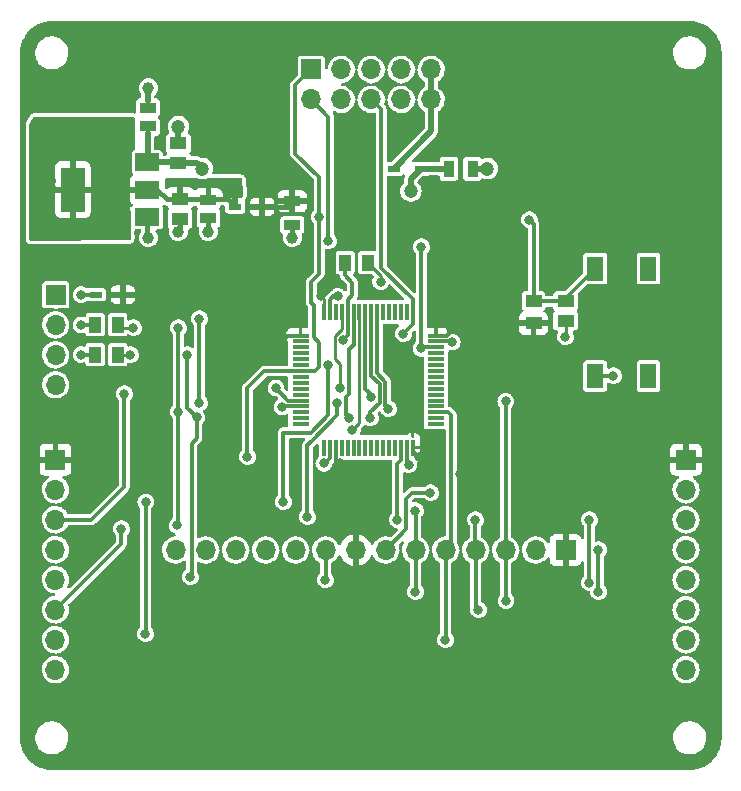
<source format=gbr>
%TF.GenerationSoftware,KiCad,Pcbnew,(6.0.7)*%
%TF.CreationDate,2022-10-18T11:50:53-04:00*%
%TF.ProjectId,LCDPCB,4c434450-4342-42e6-9b69-6361645f7063,rev?*%
%TF.SameCoordinates,Original*%
%TF.FileFunction,Copper,L1,Top*%
%TF.FilePolarity,Positive*%
%FSLAX46Y46*%
G04 Gerber Fmt 4.6, Leading zero omitted, Abs format (unit mm)*
G04 Created by KiCad (PCBNEW (6.0.7)) date 2022-10-18 11:50:53*
%MOMM*%
%LPD*%
G01*
G04 APERTURE LIST*
%TA.AperFunction,SMDPad,CuDef*%
%ADD10R,1.000000X1.400000*%
%TD*%
%TA.AperFunction,ComponentPad*%
%ADD11R,1.700000X1.700000*%
%TD*%
%TA.AperFunction,ComponentPad*%
%ADD12O,1.700000X1.700000*%
%TD*%
%TA.AperFunction,SMDPad,CuDef*%
%ADD13R,1.450000X0.900000*%
%TD*%
%TA.AperFunction,SMDPad,CuDef*%
%ADD14R,1.470000X1.070000*%
%TD*%
%TA.AperFunction,SMDPad,CuDef*%
%ADD15R,2.000000X1.500000*%
%TD*%
%TA.AperFunction,SMDPad,CuDef*%
%ADD16R,2.000000X3.800000*%
%TD*%
%TA.AperFunction,SMDPad,CuDef*%
%ADD17R,1.400000X2.100000*%
%TD*%
%TA.AperFunction,SMDPad,CuDef*%
%ADD18R,1.085000X0.550000*%
%TD*%
%TA.AperFunction,SMDPad,CuDef*%
%ADD19R,0.950000X1.450000*%
%TD*%
%TA.AperFunction,SMDPad,CuDef*%
%ADD20R,1.475000X0.300000*%
%TD*%
%TA.AperFunction,SMDPad,CuDef*%
%ADD21R,0.300000X1.475000*%
%TD*%
%TA.AperFunction,SMDPad,CuDef*%
%ADD22R,1.400000X1.000000*%
%TD*%
%TA.AperFunction,SMDPad,CuDef*%
%ADD23R,1.390000X0.960000*%
%TD*%
%TA.AperFunction,ViaPad*%
%ADD24C,0.800000*%
%TD*%
%TA.AperFunction,ViaPad*%
%ADD25C,1.000000*%
%TD*%
%TA.AperFunction,ViaPad*%
%ADD26C,1.200000*%
%TD*%
%TA.AperFunction,ViaPad*%
%ADD27C,1.500000*%
%TD*%
%TA.AperFunction,Conductor*%
%ADD28C,0.300000*%
%TD*%
%TA.AperFunction,Conductor*%
%ADD29C,0.250000*%
%TD*%
%TA.AperFunction,Conductor*%
%ADD30C,0.500000*%
%TD*%
%TA.AperFunction,Conductor*%
%ADD31C,0.400000*%
%TD*%
G04 APERTURE END LIST*
D10*
%TO.P,R6,1*%
%TO.N,SDA*%
X119568000Y-82550000D03*
%TO.P,R6,2*%
%TO.N,Net-(J2-Pad3)*%
X117668000Y-82550000D03*
%TD*%
D11*
%TO.P,J2,1,Pin_1*%
%TO.N,+3.3V*%
X114325000Y-77480000D03*
D12*
%TO.P,J2,2,Pin_2*%
%TO.N,Net-(J2-Pad2)*%
X114325000Y-80020000D03*
%TO.P,J2,3,Pin_3*%
%TO.N,Net-(J2-Pad3)*%
X114325000Y-82560000D03*
%TO.P,J2,4,Pin_4*%
%TO.N,GND*%
X114325000Y-85100000D03*
%TD*%
D13*
%TO.P,R3,1*%
%TO.N,+3V0*%
X134340600Y-69561200D03*
%TO.P,R3,2*%
%TO.N,GND*%
X134340600Y-71561200D03*
%TD*%
D14*
%TO.P,C4,1*%
%TO.N,Net-(C4-Pad1)*%
X124841000Y-69411000D03*
%TO.P,C4,2*%
%TO.N,GND*%
X124841000Y-71051000D03*
%TD*%
D15*
%TO.P,U2,1,GND*%
%TO.N,GND*%
X122072800Y-70880000D03*
D16*
%TO.P,U2,2,VO*%
%TO.N,Net-(C4-Pad1)*%
X115772800Y-68580000D03*
D15*
X122072800Y-68580000D03*
%TO.P,U2,3,VI*%
%TO.N,+5V*%
X122072800Y-66280000D03*
%TD*%
D17*
%TO.P,SW1,1,1*%
%TO.N,GND*%
X160005200Y-84356800D03*
%TO.P,SW1,2,2*%
%TO.N,NRST*%
X160005200Y-75256800D03*
%TO.P,SW1,3*%
%TO.N,N/C*%
X164505200Y-84356800D03*
%TO.P,SW1,4*%
X164505200Y-75256800D03*
%TD*%
D18*
%TO.P,D1,1,K*%
%TO.N,+3V0*%
X120012000Y-77470000D03*
%TO.P,D1,2,A*%
%TO.N,+3.3V*%
X117732000Y-77470000D03*
%TD*%
D11*
%TO.P,J4,1,Pin_1*%
%TO.N,+3V0*%
X114300000Y-91440000D03*
D12*
%TO.P,J4,2,Pin_2*%
%TO.N,NRST*%
X114300000Y-93980000D03*
%TO.P,J4,3,Pin_3*%
%TO.N,PD*%
X114300000Y-96520000D03*
%TO.P,J4,4,Pin_4*%
%TO.N,SCL*%
X114300000Y-99060000D03*
%TO.P,J4,5,Pin_5*%
%TO.N,SDA*%
X114300000Y-101600000D03*
%TO.P,J4,6,Pin_6*%
%TO.N,PA13*%
X114300000Y-104140000D03*
%TO.P,J4,7,Pin_7*%
%TO.N,PA14*%
X114300000Y-106680000D03*
%TO.P,J4,8,Pin_8*%
%TO.N,GND*%
X114300000Y-109220000D03*
%TD*%
D19*
%TO.P,R4,1*%
%TO.N,+5V*%
X147615400Y-66802000D03*
%TO.P,R4,2*%
%TO.N,GND*%
X149615400Y-66802000D03*
%TD*%
D18*
%TO.P,D2,1,K*%
%TO.N,+3V0*%
X131797600Y-70027800D03*
%TO.P,D2,2,A*%
%TO.N,Net-(C4-Pad1)*%
X129517600Y-70027800D03*
%TD*%
D10*
%TO.P,R2,1*%
%TO.N,GND*%
X140737000Y-74763000D03*
%TO.P,R2,2*%
%TO.N,PD*%
X138837000Y-74763000D03*
%TD*%
D11*
%TO.P,J1,1,Pin_1*%
%TO.N,+3V0*%
X157500000Y-99085000D03*
D12*
%TO.P,J1,2,Pin_2*%
%TO.N,GND*%
X154960000Y-99085000D03*
%TO.P,J1,3,Pin_3*%
%TO.N,CS*%
X152420000Y-99085000D03*
%TO.P,J1,4,Pin_4*%
%TO.N,RESET*%
X149880000Y-99085000D03*
%TO.P,J1,5,Pin_5*%
%TO.N,DC*%
X147340000Y-99085000D03*
%TO.P,J1,6,Pin_6*%
%TO.N,MOSI*%
X144800000Y-99085000D03*
%TO.P,J1,7,Pin_7*%
%TO.N,SCK*%
X142260000Y-99085000D03*
%TO.P,J1,8,Pin_8*%
%TO.N,+3V0*%
X139720000Y-99085000D03*
%TO.P,J1,9,Pin_9*%
%TO.N,MISO*%
X137180000Y-99085000D03*
%TO.P,J1,10,Pin_10*%
%TO.N,unconnected-(J1-Pad10)*%
X134640000Y-99085000D03*
%TO.P,J1,11,Pin_11*%
%TO.N,unconnected-(J1-Pad11)*%
X132100000Y-99085000D03*
%TO.P,J1,12,Pin_12*%
%TO.N,unconnected-(J1-Pad12)*%
X129560000Y-99085000D03*
%TO.P,J1,13,Pin_13*%
%TO.N,unconnected-(J1-Pad13)*%
X127020000Y-99085000D03*
%TO.P,J1,14,Pin_14*%
%TO.N,unconnected-(J1-Pad14)*%
X124480000Y-99085000D03*
%TD*%
D18*
%TO.P,D3,1,K*%
%TO.N,+5V*%
X145208800Y-66827400D03*
%TO.P,D3,2,A*%
%TO.N,/U5V*%
X142928800Y-66827400D03*
%TD*%
D20*
%TO.P,U1,1,VBAT*%
%TO.N,+3V0*%
X135054200Y-80933600D03*
%TO.P,U1,2,PC13*%
%TO.N,unconnected-(U1-Pad2)*%
X135054200Y-81433600D03*
%TO.P,U1,3,PC14*%
%TO.N,unconnected-(U1-Pad3)*%
X135054200Y-81933600D03*
%TO.P,U1,4,PC15*%
%TO.N,unconnected-(U1-Pad4)*%
X135054200Y-82433600D03*
%TO.P,U1,5,PF0*%
%TO.N,unconnected-(U1-Pad5)*%
X135054200Y-82933600D03*
%TO.P,U1,6,PF1*%
%TO.N,unconnected-(U1-Pad6)*%
X135054200Y-83433600D03*
%TO.P,U1,7,NRST*%
%TO.N,NRST*%
X135054200Y-83933600D03*
%TO.P,U1,8,PC0*%
%TO.N,unconnected-(U1-Pad8)*%
X135054200Y-84433600D03*
%TO.P,U1,9,PC1*%
%TO.N,unconnected-(U1-Pad9)*%
X135054200Y-84933600D03*
%TO.P,U1,10,PC2*%
%TO.N,unconnected-(U1-Pad10)*%
X135054200Y-85433600D03*
%TO.P,U1,11,PC3*%
%TO.N,unconnected-(U1-Pad11)*%
X135054200Y-85933600D03*
%TO.P,U1,12,VSSA*%
%TO.N,GND*%
X135054200Y-86433600D03*
%TO.P,U1,13,VDDA*%
%TO.N,+3.3V*%
X135054200Y-86933600D03*
%TO.P,U1,14,PA0*%
%TO.N,unconnected-(U1-Pad14)*%
X135054200Y-87433600D03*
%TO.P,U1,15,PA1*%
%TO.N,unconnected-(U1-Pad15)*%
X135054200Y-87933600D03*
%TO.P,U1,16,PA2*%
%TO.N,unconnected-(U1-Pad16)*%
X135054200Y-88433600D03*
D21*
%TO.P,U1,17,PA3*%
%TO.N,unconnected-(U1-Pad17)*%
X137042200Y-90421600D03*
%TO.P,U1,18,VSS*%
%TO.N,GND*%
X137542200Y-90421600D03*
%TO.P,U1,19,VDD*%
%TO.N,+3V0*%
X138042200Y-90421600D03*
%TO.P,U1,20,PA4*%
%TO.N,unconnected-(U1-Pad20)*%
X138542200Y-90421600D03*
%TO.P,U1,21,PA5*%
%TO.N,unconnected-(U1-Pad21)*%
X139042200Y-90421600D03*
%TO.P,U1,22,PA6*%
%TO.N,unconnected-(U1-Pad22)*%
X139542200Y-90421600D03*
%TO.P,U1,23,PA7*%
%TO.N,unconnected-(U1-Pad23)*%
X140042200Y-90421600D03*
%TO.P,U1,24,PC4*%
%TO.N,unconnected-(U1-Pad24)*%
X140542200Y-90421600D03*
%TO.P,U1,25,PC5*%
%TO.N,unconnected-(U1-Pad25)*%
X141042200Y-90421600D03*
%TO.P,U1,26,PB0*%
%TO.N,unconnected-(U1-Pad26)*%
X141542200Y-90421600D03*
%TO.P,U1,27,PB1*%
%TO.N,unconnected-(U1-Pad27)*%
X142042200Y-90421600D03*
%TO.P,U1,28,PB2*%
%TO.N,unconnected-(U1-Pad28)*%
X142542200Y-90421600D03*
%TO.P,U1,29,PB10*%
%TO.N,unconnected-(U1-Pad29)*%
X143042200Y-90421600D03*
%TO.P,U1,30,PB11*%
%TO.N,RESET*%
X143542200Y-90421600D03*
%TO.P,U1,31,VSS*%
%TO.N,GND*%
X144042200Y-90421600D03*
%TO.P,U1,32,VDD*%
%TO.N,+3V0*%
X144542200Y-90421600D03*
D20*
%TO.P,U1,33,PB12*%
%TO.N,unconnected-(U1-Pad33)*%
X146530200Y-88433600D03*
%TO.P,U1,34,PB13*%
%TO.N,unconnected-(U1-Pad34)*%
X146530200Y-87933600D03*
%TO.P,U1,35,PB14*%
%TO.N,DC*%
X146530200Y-87433600D03*
%TO.P,U1,36,PB15*%
%TO.N,unconnected-(U1-Pad36)*%
X146530200Y-86933600D03*
%TO.P,U1,37,PC6*%
%TO.N,unconnected-(U1-Pad37)*%
X146530200Y-86433600D03*
%TO.P,U1,38,PC7*%
%TO.N,unconnected-(U1-Pad38)*%
X146530200Y-85933600D03*
%TO.P,U1,39,PC8*%
%TO.N,unconnected-(U1-Pad39)*%
X146530200Y-85433600D03*
%TO.P,U1,40,PC9*%
%TO.N,unconnected-(U1-Pad40)*%
X146530200Y-84933600D03*
%TO.P,U1,41,PA8*%
%TO.N,unconnected-(U1-Pad41)*%
X146530200Y-84433600D03*
%TO.P,U1,42,PA9*%
%TO.N,unconnected-(U1-Pad42)*%
X146530200Y-83933600D03*
%TO.P,U1,43,PA10*%
%TO.N,unconnected-(U1-Pad43)*%
X146530200Y-83433600D03*
%TO.P,U1,44,PA11*%
%TO.N,unconnected-(U1-Pad44)*%
X146530200Y-82933600D03*
%TO.P,U1,45,PA12*%
%TO.N,unconnected-(U1-Pad45)*%
X146530200Y-82433600D03*
%TO.P,U1,46,PA13*%
%TO.N,PA13*%
X146530200Y-81933600D03*
%TO.P,U1,47,VSS*%
%TO.N,GND*%
X146530200Y-81433600D03*
%TO.P,U1,48,VDDIO2*%
%TO.N,+3V0*%
X146530200Y-80933600D03*
D21*
%TO.P,U1,49,PA14*%
%TO.N,PA14*%
X144542200Y-78945600D03*
%TO.P,U1,50,PA15*%
%TO.N,unconnected-(U1-Pad50)*%
X144042200Y-78945600D03*
%TO.P,U1,51,PC10*%
%TO.N,unconnected-(U1-Pad51)*%
X143542200Y-78945600D03*
%TO.P,U1,52,PC11*%
%TO.N,unconnected-(U1-Pad52)*%
X143042200Y-78945600D03*
%TO.P,U1,53,PC12*%
%TO.N,unconnected-(U1-Pad53)*%
X142542200Y-78945600D03*
%TO.P,U1,54,PD2*%
%TO.N,unconnected-(U1-Pad54)*%
X142042200Y-78945600D03*
%TO.P,U1,55,PB3*%
%TO.N,SCK*%
X141542200Y-78945600D03*
%TO.P,U1,56,PB4*%
%TO.N,MISO*%
X141042200Y-78945600D03*
%TO.P,U1,57,PB5*%
%TO.N,MOSI*%
X140542200Y-78945600D03*
%TO.P,U1,58,PB6*%
%TO.N,SCL*%
X140042200Y-78945600D03*
%TO.P,U1,59,PB7*%
%TO.N,SDA*%
X139542200Y-78945600D03*
%TO.P,U1,60,PF11*%
%TO.N,PD*%
X139042200Y-78945600D03*
%TO.P,U1,61,PB8*%
%TO.N,CS*%
X138542200Y-78945600D03*
%TO.P,U1,62,PB9*%
%TO.N,unconnected-(U1-Pad62)*%
X138042200Y-78945600D03*
%TO.P,U1,63,VSS*%
%TO.N,GND*%
X137542200Y-78945600D03*
%TO.P,U1,64,VDD*%
%TO.N,+3V0*%
X137042200Y-78945600D03*
%TD*%
D11*
%TO.P,J3,1,Pin_1*%
%TO.N,NRST*%
X135950000Y-58400000D03*
D12*
%TO.P,J3,2,Pin_2*%
%TO.N,PA13*%
X135950000Y-60940000D03*
%TO.P,J3,3,Pin_3*%
%TO.N,GND*%
X138490000Y-58400000D03*
%TO.P,J3,4,Pin_4*%
X138490000Y-60940000D03*
%TO.P,J3,5,Pin_5*%
%TO.N,unconnected-(J3-Pad5)*%
X141030000Y-58400000D03*
%TO.P,J3,6,Pin_6*%
%TO.N,PA14*%
X141030000Y-60940000D03*
%TO.P,J3,7,Pin_7*%
%TO.N,unconnected-(J3-Pad7)*%
X143570000Y-58400000D03*
%TO.P,J3,8,Pin_8*%
%TO.N,unconnected-(J3-Pad8)*%
X143570000Y-60940000D03*
%TO.P,J3,9,Pin_9*%
%TO.N,/U5V*%
X146110000Y-58400000D03*
%TO.P,J3,10,Pin_10*%
X146110000Y-60940000D03*
%TD*%
D22*
%TO.P,R1,1*%
%TO.N,+3V0*%
X154775000Y-79900000D03*
%TO.P,R1,2*%
%TO.N,NRST*%
X154775000Y-78000000D03*
%TD*%
D23*
%TO.P,C5,1*%
%TO.N,Net-(C4-Pad1)*%
X127254000Y-69415600D03*
%TO.P,C5,2*%
%TO.N,GND*%
X127254000Y-70995600D03*
%TD*%
D10*
%TO.P,R5,1*%
%TO.N,SCL*%
X119568000Y-80010000D03*
%TO.P,R5,2*%
%TO.N,Net-(J2-Pad2)*%
X117668000Y-80010000D03*
%TD*%
D23*
%TO.P,C2,1*%
%TO.N,+5V*%
X122123200Y-63223200D03*
%TO.P,C2,2*%
%TO.N,GND*%
X122123200Y-61643200D03*
%TD*%
D14*
%TO.P,C1,1*%
%TO.N,NRST*%
X157500000Y-78030000D03*
%TO.P,C1,2*%
%TO.N,GND*%
X157500000Y-79670000D03*
%TD*%
%TO.P,C3,1*%
%TO.N,+5V*%
X124714000Y-66301200D03*
%TO.P,C3,2*%
%TO.N,GND*%
X124714000Y-64661200D03*
%TD*%
D11*
%TO.P,J5,1,Pin_1*%
%TO.N,+3V0*%
X167690800Y-91440000D03*
D12*
%TO.P,J5,2,Pin_2*%
%TO.N,SCK*%
X167690800Y-93980000D03*
%TO.P,J5,3,Pin_3*%
%TO.N,MISO*%
X167690800Y-96520000D03*
%TO.P,J5,4,Pin_4*%
%TO.N,MOSI*%
X167690800Y-99060000D03*
%TO.P,J5,5,Pin_5*%
%TO.N,CS*%
X167690800Y-101600000D03*
%TO.P,J5,6,Pin_6*%
%TO.N,RESET*%
X167690800Y-104140000D03*
%TO.P,J5,7,Pin_7*%
%TO.N,DC*%
X167690800Y-106680000D03*
%TO.P,J5,8,Pin_8*%
%TO.N,GND*%
X167690800Y-109220000D03*
%TD*%
D24*
%TO.N,NRST*%
X154432000Y-71120000D03*
X130556000Y-91186000D03*
X136640000Y-70878000D03*
D25*
%TO.N,GND*%
X127254000Y-72136000D03*
X122174000Y-59944000D03*
X134366000Y-72644000D03*
D24*
X147906875Y-81496845D03*
X144202243Y-91864197D03*
X161544000Y-84328000D03*
D26*
X124714000Y-63246000D03*
D24*
X141825000Y-76375000D03*
D26*
X150876000Y-66802000D03*
D24*
X138236323Y-77610225D03*
X137033000Y-91758602D03*
D25*
X122174000Y-72644000D03*
D24*
X157480000Y-81026000D03*
X132969000Y-85356500D03*
D25*
X124714000Y-72136000D03*
D24*
%TO.N,+3V0*%
X138430000Y-91758602D03*
X145057558Y-91207003D03*
X131350000Y-82225000D03*
X133604000Y-81026000D03*
X134975000Y-76475000D03*
X139775000Y-93250000D03*
X147828000Y-80391000D03*
X136750000Y-77600000D03*
X148577500Y-92675000D03*
X149375000Y-78775000D03*
D26*
%TO.N,+5V*%
X126746000Y-66802000D03*
X144399000Y-68707000D03*
D24*
%TO.N,CS*%
X152425000Y-86500000D03*
X138430000Y-85344000D03*
X152450000Y-103375000D03*
%TO.N,RESET*%
X149860000Y-96520000D03*
X150114000Y-104140000D03*
X143256000Y-96520000D03*
%TO.N,DC*%
X147320000Y-106680000D03*
%TO.N,MOSI*%
X160274000Y-102616000D03*
X160274000Y-99060000D03*
X144780000Y-95758000D03*
X144780000Y-102616000D03*
X140990500Y-86106108D03*
%TO.N,SCK*%
X142494000Y-87122000D03*
X146050000Y-94234000D03*
%TO.N,MISO*%
X159512000Y-101854000D03*
X159512000Y-96520000D03*
X137160000Y-101600000D03*
X140970000Y-87884000D03*
%TO.N,PD*%
X138671500Y-81280000D03*
X120142000Y-85852000D03*
%TO.N,PA13*%
X145251961Y-82024748D03*
X145288000Y-73406000D03*
X138176000Y-86614000D03*
X119888000Y-97282000D03*
X137414000Y-72898000D03*
X135636000Y-96266000D03*
%TO.N,PA14*%
X137398101Y-83413726D03*
X133604000Y-94996000D03*
X121941977Y-95017977D03*
X121920000Y-106172000D03*
X143764000Y-80772000D03*
%TO.N,SCL*%
X124714000Y-80264000D03*
X124587000Y-97015500D03*
X124714000Y-87376000D03*
X139446000Y-88900000D03*
X120904000Y-80264000D03*
%TO.N,SDA*%
X125730000Y-101346000D03*
X120650000Y-82550000D03*
X139192000Y-87884000D03*
X125476000Y-82550000D03*
X126259977Y-87862023D03*
%TO.N,+3.3V*%
X133500469Y-86976975D03*
X116459000Y-77470000D03*
X126492000Y-79502000D03*
X126492000Y-86614000D03*
%TO.N,Net-(J2-Pad2)*%
X116459000Y-80035400D03*
%TO.N,Net-(J2-Pad3)*%
X116459000Y-82550000D03*
D27*
%TO.N,Net-(C4-Pad1)*%
X113550000Y-67875000D03*
X114925000Y-63800000D03*
X119250000Y-63775000D03*
%TD*%
D28*
%TO.N,NRST*%
X136284400Y-83933600D02*
X135054200Y-83933600D01*
X134620000Y-59730000D02*
X134620000Y-65532000D01*
X154775000Y-71463000D02*
X154775000Y-78000000D01*
X135977700Y-76366300D02*
X135977700Y-78161661D01*
X135977700Y-78161661D02*
X136156000Y-78339961D01*
X136640000Y-67552000D02*
X136640000Y-75704000D01*
X154432000Y-71120000D02*
X154775000Y-71463000D01*
X136648101Y-83103065D02*
X136648101Y-83569899D01*
X136652000Y-83099166D02*
X136648101Y-83103065D01*
X136652000Y-81578661D02*
X136652000Y-83099166D01*
X136648101Y-83569899D02*
X136284400Y-83933600D01*
X157500000Y-78030000D02*
X154805000Y-78030000D01*
X136156000Y-81082661D02*
X136652000Y-81578661D01*
X131991400Y-83933600D02*
X130556000Y-85369000D01*
X154805000Y-78030000D02*
X154775000Y-78000000D01*
X135054200Y-83933600D02*
X131991400Y-83933600D01*
X136640000Y-75704000D02*
X135977700Y-76366300D01*
X157500000Y-77762000D02*
X160005200Y-75256800D01*
X130556000Y-85369000D02*
X130556000Y-91186000D01*
X136156000Y-78339961D02*
X136156000Y-81082661D01*
X135950000Y-58400000D02*
X134620000Y-59730000D01*
X157500000Y-78030000D02*
X157500000Y-77762000D01*
X134620000Y-65532000D02*
X136640000Y-67552000D01*
D29*
%TO.N,GND*%
X157500000Y-81006000D02*
X157480000Y-81026000D01*
D28*
X134340600Y-72618600D02*
X134366000Y-72644000D01*
D30*
X122123200Y-59994800D02*
X122174000Y-59944000D01*
D31*
X127254000Y-71005600D02*
X127254000Y-72136000D01*
D28*
X138236323Y-77610225D02*
X137840075Y-77610225D01*
D30*
X149615400Y-66802000D02*
X150876000Y-66802000D01*
D28*
X137840075Y-77610225D02*
X137542200Y-77908100D01*
X124841000Y-72009000D02*
X124714000Y-72136000D01*
X134016700Y-86433600D02*
X135054200Y-86433600D01*
X132969000Y-85356500D02*
X132969000Y-85385900D01*
X144202243Y-91864197D02*
X144042200Y-91704154D01*
D30*
X122123200Y-61053200D02*
X122123200Y-59994800D01*
D28*
X137095398Y-91758602D02*
X137542200Y-91311800D01*
D29*
X147843630Y-81433600D02*
X147906875Y-81496845D01*
D28*
X161515200Y-84356800D02*
X161544000Y-84328000D01*
X137033000Y-91758602D02*
X137095398Y-91758602D01*
D29*
X141825000Y-75851000D02*
X140737000Y-74763000D01*
D28*
X144042200Y-91704154D02*
X144042200Y-90421600D01*
X146530200Y-81433600D02*
X147843630Y-81433600D01*
D29*
X157500000Y-79670000D02*
X157500000Y-81006000D01*
D28*
X137542200Y-91311800D02*
X137542200Y-90421600D01*
D31*
X124841000Y-71051000D02*
X124841000Y-72009000D01*
D28*
X132969000Y-85385900D02*
X134016700Y-86433600D01*
X160005200Y-84356800D02*
X161515200Y-84356800D01*
D29*
X141825000Y-76375000D02*
X141825000Y-75851000D01*
D28*
X137542200Y-77908100D02*
X137542200Y-78945600D01*
D30*
X124714000Y-64661200D02*
X124714000Y-63246000D01*
D31*
X134340600Y-71561200D02*
X134340600Y-72618600D01*
D28*
X122072800Y-72542800D02*
X122174000Y-72644000D01*
D31*
X122072800Y-70880000D02*
X122072800Y-72542800D01*
D28*
%TO.N,+3V0*%
X138240602Y-91758602D02*
X138042200Y-91560200D01*
X133924300Y-81026000D02*
X134016700Y-80933600D01*
D31*
X131797600Y-70027800D02*
X133874000Y-70027800D01*
D28*
X147412400Y-80933600D02*
X146530200Y-80933600D01*
D31*
X133874000Y-70027800D02*
X134340600Y-69561200D01*
D29*
X137042200Y-78945600D02*
X137042200Y-77892200D01*
D28*
X145057558Y-91207003D02*
X144542200Y-90691645D01*
X134016700Y-80933600D02*
X135054200Y-80933600D01*
X147828000Y-80518000D02*
X147412400Y-80933600D01*
X133604000Y-81026000D02*
X133924300Y-81026000D01*
X144542200Y-90691645D02*
X144542200Y-90421600D01*
X138042200Y-91560200D02*
X138042200Y-90421600D01*
D29*
X137042200Y-77892200D02*
X136750000Y-77600000D01*
D28*
X138430000Y-91758602D02*
X138240602Y-91758602D01*
X147828000Y-80391000D02*
X147828000Y-80518000D01*
D30*
%TO.N,+5V*%
X122072800Y-66280000D02*
X124692800Y-66280000D01*
X122123200Y-66229600D02*
X122072800Y-66280000D01*
X144399000Y-67637200D02*
X144399000Y-68707000D01*
X124714000Y-66301200D02*
X126245200Y-66301200D01*
X126245200Y-66301200D02*
X126746000Y-66802000D01*
X145208800Y-66827400D02*
X147590000Y-66827400D01*
X147590000Y-66827400D02*
X147615400Y-66802000D01*
X122123200Y-63813200D02*
X122123200Y-66229600D01*
X124692800Y-66280000D02*
X124714000Y-66301200D01*
X145208800Y-66827400D02*
X144399000Y-67637200D01*
%TO.N,/U5V*%
X146110000Y-58400000D02*
X146110000Y-60940000D01*
X146110000Y-63646200D02*
X142928800Y-66827400D01*
X146110000Y-60940000D02*
X146110000Y-63646200D01*
D29*
%TO.N,CS*%
X137946500Y-82896500D02*
X138430000Y-83380000D01*
D28*
X152420000Y-103345000D02*
X152420000Y-99085000D01*
X152450000Y-103375000D02*
X152420000Y-103345000D01*
D29*
X138430000Y-83380000D02*
X138430000Y-85344000D01*
X138542200Y-78945600D02*
X138542200Y-80383995D01*
D28*
X152420000Y-99085000D02*
X152420000Y-86505000D01*
D29*
X138542200Y-80383995D02*
X137946500Y-80979695D01*
D28*
X152420000Y-86505000D02*
X152425000Y-86500000D01*
D29*
X137946500Y-80979695D02*
X137946500Y-82896500D01*
D28*
%TO.N,RESET*%
X143256000Y-91795300D02*
X143256000Y-96520000D01*
X149880000Y-103906000D02*
X150114000Y-104140000D01*
X149860000Y-96520000D02*
X149860000Y-99065000D01*
X149860000Y-99065000D02*
X149880000Y-99085000D01*
X143542200Y-91509100D02*
X143256000Y-91795300D01*
X143542200Y-90421600D02*
X143542200Y-91509100D01*
X149880000Y-99085000D02*
X149880000Y-103906000D01*
%TO.N,DC*%
X146530200Y-87433600D02*
X147567700Y-87433600D01*
X147340000Y-99085000D02*
X147340000Y-106660000D01*
X147828000Y-98597000D02*
X147340000Y-99085000D01*
X147567700Y-87433600D02*
X147828000Y-87693900D01*
X147340000Y-106660000D02*
X147320000Y-106680000D01*
X147828000Y-87693900D02*
X147828000Y-98597000D01*
%TO.N,MOSI*%
X160274000Y-102616000D02*
X160274000Y-99060000D01*
X144800000Y-99085000D02*
X144800000Y-102596000D01*
X144800000Y-95778000D02*
X144800000Y-99085000D01*
X144800000Y-102596000D02*
X144780000Y-102616000D01*
X144780000Y-95758000D02*
X144800000Y-95778000D01*
X140542200Y-78945600D02*
X140542200Y-85424200D01*
X140542200Y-85424200D02*
X141228500Y-86110500D01*
%TO.N,SCK*%
X144018000Y-94742000D02*
X144526000Y-94234000D01*
X142234564Y-86862564D02*
X142494000Y-87122000D01*
X144018000Y-97327000D02*
X144018000Y-94742000D01*
X142240000Y-84836000D02*
X142240000Y-86868000D01*
X141542200Y-84138200D02*
X142240000Y-84836000D01*
X141542200Y-78945600D02*
X141542200Y-84138200D01*
X144526000Y-94234000D02*
X146050000Y-94234000D01*
X142260000Y-99085000D02*
X144018000Y-97327000D01*
%TO.N,MISO*%
X141740000Y-85043106D02*
X141740000Y-86650022D01*
X141042200Y-78945600D02*
X141042200Y-84345306D01*
X159512000Y-101854000D02*
X159512000Y-96520000D01*
X137180000Y-101580000D02*
X137160000Y-101600000D01*
X141042200Y-84345306D02*
X141740000Y-85043106D01*
X140970000Y-87420022D02*
X140970000Y-87884000D01*
X137180000Y-99085000D02*
X137180000Y-101580000D01*
X141740000Y-86650022D02*
X140970000Y-87420022D01*
%TO.N,PD*%
X139446000Y-77504300D02*
X139042200Y-77908100D01*
X117348000Y-96520000D02*
X114300000Y-96520000D01*
X139042200Y-78945600D02*
X139042200Y-77908100D01*
X120142000Y-85852000D02*
X120142000Y-93726000D01*
X139446000Y-76454000D02*
X139446000Y-77504300D01*
X138837000Y-75845000D02*
X139446000Y-76454000D01*
X120142000Y-93726000D02*
X117348000Y-96520000D01*
X138671500Y-81280000D02*
X139042200Y-80909300D01*
X138837000Y-74763000D02*
X138837000Y-75845000D01*
X139042200Y-80909300D02*
X139042200Y-78945600D01*
%TO.N,PA13*%
X137414000Y-62404000D02*
X137414000Y-72644000D01*
X137414000Y-72644000D02*
X137414000Y-72898000D01*
X119888000Y-98552000D02*
X114300000Y-104140000D01*
X145288000Y-73406000D02*
X145288000Y-81988709D01*
X138176000Y-87700300D02*
X136052150Y-89824150D01*
X145251961Y-82024748D02*
X145343109Y-81933600D01*
X145288000Y-81988709D02*
X145251961Y-82024748D01*
X135636000Y-90240300D02*
X135636000Y-96266000D01*
X145343109Y-81933600D02*
X146530200Y-81933600D01*
X136052150Y-89824150D02*
X135636000Y-90240300D01*
X135950000Y-60940000D02*
X137414000Y-62404000D01*
X119888000Y-97282000D02*
X119888000Y-98552000D01*
X138176000Y-86614000D02*
X138176000Y-87700300D01*
%TO.N,PA14*%
X141880000Y-75195900D02*
X144542200Y-77858100D01*
X144542200Y-77858100D02*
X144542200Y-78945600D01*
X144542200Y-79993800D02*
X143764000Y-80772000D01*
X137398101Y-87677199D02*
X137398101Y-83413726D01*
X135921300Y-89154000D02*
X137398101Y-87677199D01*
X121941977Y-106150023D02*
X121920000Y-106172000D01*
X141880000Y-61790000D02*
X141880000Y-75195900D01*
X144542200Y-78945600D02*
X144542200Y-79993800D01*
X133604000Y-94996000D02*
X133604000Y-89154000D01*
X133604000Y-89154000D02*
X135921300Y-89154000D01*
X141030000Y-60940000D02*
X141880000Y-61790000D01*
X121941977Y-95017977D02*
X121941977Y-106150023D01*
D29*
%TO.N,SCL*%
X120015000Y-80264000D02*
X120904000Y-80264000D01*
X140042200Y-78945600D02*
X140042200Y-88303800D01*
X140042200Y-88303800D02*
X139446000Y-88900000D01*
D28*
X124587000Y-97015500D02*
X124714000Y-96888500D01*
D29*
X119568000Y-80010000D02*
X119761000Y-80010000D01*
D28*
X124714000Y-80264000D02*
X124714000Y-87376000D01*
X124714000Y-96888500D02*
X124714000Y-87376000D01*
D29*
X119761000Y-80010000D02*
X120015000Y-80264000D01*
D28*
%TO.N,SDA*%
X138938000Y-87630000D02*
X138938000Y-86106000D01*
X125476000Y-87078046D02*
X126259977Y-87862023D01*
X125476000Y-82550000D02*
X125476000Y-87078046D01*
X125820000Y-101256000D02*
X125730000Y-101346000D01*
X139542200Y-81691800D02*
X139542200Y-78945600D01*
X126259977Y-87862023D02*
X126259977Y-89640023D01*
X125820000Y-90080000D02*
X125820000Y-101256000D01*
X139192000Y-85852000D02*
X139192000Y-82042000D01*
D29*
X119568000Y-82550000D02*
X120650000Y-82550000D01*
D28*
X138938000Y-86106000D02*
X139192000Y-85852000D01*
X126259977Y-89640023D02*
X125820000Y-90080000D01*
X139192000Y-87884000D02*
X138938000Y-87630000D01*
X139192000Y-82042000D02*
X139542200Y-81691800D01*
%TO.N,+3.3V*%
X126492000Y-79502000D02*
X126492000Y-86614000D01*
X133543844Y-86933600D02*
X135054200Y-86933600D01*
X133500469Y-86976975D02*
X133543844Y-86933600D01*
X116459000Y-77470000D02*
X117732000Y-77470000D01*
%TO.N,Net-(J2-Pad2)*%
X116459000Y-80035400D02*
X117642600Y-80035400D01*
X117642600Y-80035400D02*
X117668000Y-80010000D01*
%TO.N,Net-(J2-Pad3)*%
X116459000Y-82550000D02*
X117668000Y-82550000D01*
D31*
%TO.N,Net-(C4-Pad1)*%
X128895400Y-69405600D02*
X129517600Y-70027800D01*
D30*
X114925000Y-63800000D02*
X119225000Y-63800000D01*
D31*
X124841000Y-69411000D02*
X127248600Y-69411000D01*
D29*
X119225000Y-63800000D02*
X119250000Y-63775000D01*
D30*
X115772800Y-68580000D02*
X114255000Y-68580000D01*
X114255000Y-68580000D02*
X113550000Y-67875000D01*
D31*
X127254000Y-69405600D02*
X128895400Y-69405600D01*
X123767000Y-69411000D02*
X124841000Y-69411000D01*
D30*
X122072800Y-68580000D02*
X115772800Y-68580000D01*
D28*
X127248600Y-69411000D02*
X127254000Y-69405600D01*
D29*
X122072800Y-68580000D02*
X122936000Y-68580000D01*
D30*
X113550000Y-65175000D02*
X114925000Y-63800000D01*
X113550000Y-67875000D02*
X113550000Y-65175000D01*
D31*
X122936000Y-68580000D02*
X123767000Y-69411000D01*
%TD*%
%TA.AperFunction,Conductor*%
%TO.N,+3V0*%
G36*
X167984391Y-54302384D02*
G01*
X168000000Y-54305136D01*
X168010685Y-54303252D01*
X168020339Y-54303252D01*
X168034278Y-54302425D01*
X168134732Y-54308066D01*
X168295296Y-54317084D01*
X168309113Y-54318641D01*
X168593826Y-54367015D01*
X168607384Y-54370109D01*
X168884899Y-54450060D01*
X168898024Y-54454653D01*
X169164834Y-54565170D01*
X169177362Y-54571203D01*
X169317513Y-54648661D01*
X169430132Y-54710903D01*
X169441900Y-54718298D01*
X169677431Y-54885417D01*
X169688303Y-54894086D01*
X169903642Y-55086525D01*
X169913475Y-55096358D01*
X170105914Y-55311697D01*
X170114583Y-55322569D01*
X170281702Y-55558100D01*
X170289097Y-55569868D01*
X170314511Y-55615851D01*
X170428797Y-55822638D01*
X170434830Y-55835166D01*
X170545347Y-56101976D01*
X170549940Y-56115101D01*
X170624827Y-56375037D01*
X170629891Y-56392616D01*
X170632985Y-56406174D01*
X170681359Y-56690887D01*
X170682916Y-56704704D01*
X170695490Y-56928588D01*
X170697575Y-56965720D01*
X170696748Y-56979661D01*
X170696748Y-56989315D01*
X170694864Y-57000000D01*
X170696748Y-57010683D01*
X170697616Y-57015606D01*
X170699500Y-57037139D01*
X170699500Y-114962861D01*
X170697616Y-114984391D01*
X170694864Y-115000000D01*
X170696748Y-115010685D01*
X170696748Y-115020339D01*
X170697575Y-115034278D01*
X170691934Y-115134732D01*
X170682916Y-115295296D01*
X170681359Y-115309113D01*
X170632985Y-115593826D01*
X170629891Y-115607383D01*
X170623534Y-115629451D01*
X170549940Y-115884899D01*
X170545347Y-115898024D01*
X170434830Y-116164834D01*
X170428797Y-116177362D01*
X170351339Y-116317513D01*
X170305475Y-116400500D01*
X170289101Y-116430126D01*
X170281702Y-116441900D01*
X170114583Y-116677431D01*
X170105914Y-116688303D01*
X169913475Y-116903642D01*
X169903642Y-116913475D01*
X169688303Y-117105914D01*
X169677431Y-117114583D01*
X169441900Y-117281702D01*
X169430132Y-117289097D01*
X169317513Y-117351339D01*
X169177362Y-117428797D01*
X169164834Y-117434830D01*
X168898024Y-117545347D01*
X168884899Y-117549940D01*
X168607384Y-117629891D01*
X168593826Y-117632985D01*
X168309113Y-117681359D01*
X168295296Y-117682916D01*
X168134732Y-117691934D01*
X168034278Y-117697575D01*
X168020339Y-117696748D01*
X168010685Y-117696748D01*
X168000000Y-117694864D01*
X167984391Y-117697616D01*
X167962861Y-117699500D01*
X114037139Y-117699500D01*
X114015609Y-117697616D01*
X114000000Y-117694864D01*
X113989315Y-117696748D01*
X113979661Y-117696748D01*
X113965722Y-117697575D01*
X113865268Y-117691934D01*
X113704704Y-117682916D01*
X113690887Y-117681359D01*
X113406174Y-117632985D01*
X113392616Y-117629891D01*
X113115101Y-117549940D01*
X113101976Y-117545347D01*
X112835166Y-117434830D01*
X112822638Y-117428797D01*
X112682487Y-117351339D01*
X112569868Y-117289097D01*
X112558100Y-117281702D01*
X112322569Y-117114583D01*
X112311697Y-117105914D01*
X112096358Y-116913475D01*
X112086525Y-116903642D01*
X111894086Y-116688303D01*
X111885417Y-116677431D01*
X111718298Y-116441900D01*
X111710899Y-116430126D01*
X111694526Y-116400500D01*
X111648661Y-116317513D01*
X111571203Y-116177362D01*
X111565170Y-116164834D01*
X111454653Y-115898024D01*
X111450060Y-115884899D01*
X111376466Y-115629451D01*
X111370109Y-115607383D01*
X111367015Y-115593826D01*
X111318641Y-115309113D01*
X111317084Y-115295296D01*
X111308066Y-115134732D01*
X111302425Y-115034278D01*
X111303252Y-115020339D01*
X111303252Y-115010685D01*
X111305136Y-115000000D01*
X111302384Y-114984391D01*
X111300500Y-114962861D01*
X111300500Y-114933789D01*
X112595996Y-114933789D01*
X112604913Y-115171295D01*
X112605990Y-115176430D01*
X112605991Y-115176435D01*
X112633830Y-115309113D01*
X112653719Y-115403904D01*
X112741020Y-115624963D01*
X112743741Y-115629447D01*
X112743743Y-115629451D01*
X112811233Y-115740670D01*
X112864319Y-115828153D01*
X113020090Y-116007664D01*
X113203880Y-116158362D01*
X113208441Y-116160958D01*
X113208442Y-116160959D01*
X113405875Y-116273345D01*
X113405880Y-116273347D01*
X113410433Y-116275939D01*
X113633844Y-116357034D01*
X113867725Y-116399326D01*
X113892619Y-116400500D01*
X114059680Y-116400500D01*
X114062296Y-116400278D01*
X114062297Y-116400278D01*
X114231590Y-116385913D01*
X114236823Y-116385469D01*
X114466874Y-116325760D01*
X114683576Y-116228143D01*
X114880732Y-116095409D01*
X115052705Y-115931355D01*
X115194579Y-115740670D01*
X115221788Y-115687154D01*
X115299913Y-115533493D01*
X115299915Y-115533488D01*
X115302295Y-115528807D01*
X115372775Y-115301824D01*
X115404004Y-115066211D01*
X115399032Y-114933789D01*
X166595996Y-114933789D01*
X166604913Y-115171295D01*
X166605990Y-115176430D01*
X166605991Y-115176435D01*
X166633830Y-115309113D01*
X166653719Y-115403904D01*
X166741020Y-115624963D01*
X166743741Y-115629447D01*
X166743743Y-115629451D01*
X166811233Y-115740670D01*
X166864319Y-115828153D01*
X167020090Y-116007664D01*
X167203880Y-116158362D01*
X167208441Y-116160958D01*
X167208442Y-116160959D01*
X167405875Y-116273345D01*
X167405880Y-116273347D01*
X167410433Y-116275939D01*
X167633844Y-116357034D01*
X167867725Y-116399326D01*
X167892619Y-116400500D01*
X168059680Y-116400500D01*
X168062296Y-116400278D01*
X168062297Y-116400278D01*
X168231590Y-116385913D01*
X168236823Y-116385469D01*
X168466874Y-116325760D01*
X168683576Y-116228143D01*
X168880732Y-116095409D01*
X169052705Y-115931355D01*
X169194579Y-115740670D01*
X169221788Y-115687154D01*
X169299913Y-115533493D01*
X169299915Y-115533488D01*
X169302295Y-115528807D01*
X169372775Y-115301824D01*
X169404004Y-115066211D01*
X169395087Y-114828705D01*
X169367700Y-114698176D01*
X169347361Y-114601242D01*
X169347360Y-114601239D01*
X169346281Y-114596096D01*
X169258980Y-114375037D01*
X169191607Y-114264009D01*
X169138408Y-114176341D01*
X169135681Y-114171847D01*
X168979910Y-113992336D01*
X168796120Y-113841638D01*
X168678687Y-113774791D01*
X168594125Y-113726655D01*
X168594120Y-113726653D01*
X168589567Y-113724061D01*
X168366156Y-113642966D01*
X168132275Y-113600674D01*
X168107381Y-113599500D01*
X167940320Y-113599500D01*
X167937704Y-113599722D01*
X167937703Y-113599722D01*
X167926484Y-113600674D01*
X167763177Y-113614531D01*
X167533126Y-113674240D01*
X167316424Y-113771857D01*
X167119268Y-113904591D01*
X166947295Y-114068645D01*
X166805421Y-114259330D01*
X166803042Y-114264008D01*
X166803042Y-114264009D01*
X166748875Y-114370549D01*
X166697705Y-114471193D01*
X166627225Y-114698176D01*
X166595996Y-114933789D01*
X115399032Y-114933789D01*
X115395087Y-114828705D01*
X115367700Y-114698176D01*
X115347361Y-114601242D01*
X115347360Y-114601239D01*
X115346281Y-114596096D01*
X115258980Y-114375037D01*
X115191607Y-114264009D01*
X115138408Y-114176341D01*
X115135681Y-114171847D01*
X114979910Y-113992336D01*
X114796120Y-113841638D01*
X114678687Y-113774791D01*
X114594125Y-113726655D01*
X114594120Y-113726653D01*
X114589567Y-113724061D01*
X114366156Y-113642966D01*
X114132275Y-113600674D01*
X114107381Y-113599500D01*
X113940320Y-113599500D01*
X113937704Y-113599722D01*
X113937703Y-113599722D01*
X113926484Y-113600674D01*
X113763177Y-113614531D01*
X113533126Y-113674240D01*
X113316424Y-113771857D01*
X113119268Y-113904591D01*
X112947295Y-114068645D01*
X112805421Y-114259330D01*
X112803042Y-114264008D01*
X112803042Y-114264009D01*
X112748875Y-114370549D01*
X112697705Y-114471193D01*
X112627225Y-114698176D01*
X112595996Y-114933789D01*
X111300500Y-114933789D01*
X111300500Y-92333972D01*
X112950000Y-92333972D01*
X112950363Y-92340669D01*
X112955803Y-92390744D01*
X112959371Y-92405753D01*
X113003817Y-92524311D01*
X113012212Y-92539646D01*
X113087516Y-92640124D01*
X113099876Y-92652484D01*
X113200354Y-92727788D01*
X113215689Y-92736183D01*
X113334247Y-92780629D01*
X113349256Y-92784197D01*
X113399331Y-92789637D01*
X113406028Y-92790000D01*
X113598924Y-92790000D01*
X113665963Y-92809685D01*
X113711718Y-92862489D01*
X113721662Y-92931647D01*
X113692637Y-92995203D01*
X113662325Y-93020566D01*
X113628023Y-93040974D01*
X113620856Y-93045238D01*
X113461881Y-93184655D01*
X113458362Y-93189119D01*
X113458359Y-93189122D01*
X113440782Y-93211419D01*
X113330976Y-93350708D01*
X113232523Y-93537836D01*
X113230837Y-93543267D01*
X113230835Y-93543271D01*
X113192358Y-93667188D01*
X113169820Y-93739773D01*
X113169152Y-93745418D01*
X113169151Y-93745422D01*
X113149190Y-93914073D01*
X113144967Y-93949754D01*
X113145338Y-93955416D01*
X113145338Y-93955420D01*
X113146949Y-93980000D01*
X113158796Y-94160749D01*
X113210845Y-94365690D01*
X113213219Y-94370841D01*
X113213221Y-94370845D01*
X113296424Y-94551326D01*
X113299369Y-94557714D01*
X113302647Y-94562352D01*
X113411790Y-94716786D01*
X113421405Y-94730391D01*
X113572865Y-94877937D01*
X113577588Y-94881093D01*
X113577592Y-94881096D01*
X113654104Y-94932219D01*
X113748677Y-94995411D01*
X113942953Y-95078878D01*
X114006283Y-95093208D01*
X114143638Y-95124289D01*
X114143642Y-95124290D01*
X114149186Y-95125544D01*
X114168328Y-95126296D01*
X114234543Y-95148596D01*
X114278190Y-95203156D01*
X114285412Y-95272651D01*
X114253914Y-95335018D01*
X114193699Y-95370457D01*
X114184460Y-95372409D01*
X114006550Y-95402979D01*
X114006547Y-95402980D01*
X114000953Y-95403941D01*
X113802575Y-95477127D01*
X113797697Y-95480029D01*
X113797695Y-95480030D01*
X113625740Y-95582332D01*
X113625737Y-95582334D01*
X113620856Y-95585238D01*
X113461881Y-95724655D01*
X113458362Y-95729119D01*
X113458359Y-95729122D01*
X113428947Y-95766432D01*
X113330976Y-95890708D01*
X113232523Y-96077836D01*
X113230837Y-96083267D01*
X113230835Y-96083271D01*
X113180309Y-96245994D01*
X113169820Y-96279773D01*
X113169152Y-96285418D01*
X113169151Y-96285422D01*
X113152378Y-96427135D01*
X113144967Y-96489754D01*
X113145338Y-96495416D01*
X113145338Y-96495420D01*
X113148879Y-96549448D01*
X113158796Y-96700749D01*
X113210845Y-96905690D01*
X113213219Y-96910841D01*
X113213221Y-96910845D01*
X113291203Y-97080001D01*
X113299369Y-97097714D01*
X113310642Y-97113665D01*
X113400163Y-97240334D01*
X113421405Y-97270391D01*
X113572865Y-97417937D01*
X113577588Y-97421093D01*
X113577592Y-97421096D01*
X113642752Y-97464634D01*
X113748677Y-97535411D01*
X113942953Y-97618878D01*
X113983346Y-97628018D01*
X114143638Y-97664289D01*
X114143642Y-97664290D01*
X114149186Y-97665544D01*
X114168328Y-97666296D01*
X114234543Y-97688596D01*
X114278190Y-97743156D01*
X114285412Y-97812651D01*
X114253914Y-97875018D01*
X114193699Y-97910457D01*
X114184460Y-97912409D01*
X114006550Y-97942979D01*
X114006547Y-97942980D01*
X114000953Y-97943941D01*
X113802575Y-98017127D01*
X113797697Y-98020029D01*
X113797695Y-98020030D01*
X113625740Y-98122332D01*
X113625737Y-98122334D01*
X113620856Y-98125238D01*
X113461881Y-98264655D01*
X113458362Y-98269119D01*
X113458359Y-98269122D01*
X113424662Y-98311867D01*
X113330976Y-98430708D01*
X113232523Y-98617836D01*
X113169820Y-98819773D01*
X113169152Y-98825418D01*
X113169151Y-98825422D01*
X113160430Y-98899105D01*
X113144967Y-99029754D01*
X113145338Y-99035416D01*
X113145338Y-99035420D01*
X113148588Y-99085000D01*
X113158796Y-99240749D01*
X113210845Y-99445690D01*
X113213219Y-99450841D01*
X113213221Y-99450845D01*
X113263946Y-99560876D01*
X113299369Y-99637714D01*
X113320315Y-99667352D01*
X113407027Y-99790046D01*
X113421405Y-99810391D01*
X113572865Y-99957937D01*
X113577588Y-99961093D01*
X113577592Y-99961096D01*
X113648663Y-100008584D01*
X113748677Y-100075411D01*
X113942953Y-100158878D01*
X113989060Y-100169311D01*
X114143638Y-100204289D01*
X114143642Y-100204290D01*
X114149186Y-100205544D01*
X114168328Y-100206296D01*
X114234543Y-100228596D01*
X114278190Y-100283156D01*
X114285412Y-100352651D01*
X114253914Y-100415018D01*
X114193699Y-100450457D01*
X114184460Y-100452409D01*
X114006550Y-100482979D01*
X114006547Y-100482980D01*
X114000953Y-100483941D01*
X113802575Y-100557127D01*
X113797697Y-100560029D01*
X113797695Y-100560030D01*
X113625740Y-100662332D01*
X113625737Y-100662334D01*
X113620856Y-100665238D01*
X113461881Y-100804655D01*
X113458362Y-100809119D01*
X113458359Y-100809122D01*
X113407347Y-100873831D01*
X113330976Y-100970708D01*
X113232523Y-101157836D01*
X113230837Y-101163267D01*
X113230835Y-101163271D01*
X113194567Y-101280073D01*
X113169820Y-101359773D01*
X113169152Y-101365418D01*
X113169151Y-101365422D01*
X113162157Y-101424513D01*
X113144967Y-101569754D01*
X113145338Y-101575416D01*
X113145338Y-101575420D01*
X113150674Y-101656831D01*
X113158796Y-101780749D01*
X113210845Y-101985690D01*
X113213219Y-101990841D01*
X113213221Y-101990845D01*
X113286569Y-102149948D01*
X113299369Y-102177714D01*
X113306460Y-102187747D01*
X113401576Y-102322333D01*
X113421405Y-102350391D01*
X113572865Y-102497937D01*
X113577588Y-102501093D01*
X113577592Y-102501096D01*
X113654104Y-102552219D01*
X113748677Y-102615411D01*
X113942953Y-102698878D01*
X114006283Y-102713208D01*
X114143638Y-102744289D01*
X114143642Y-102744290D01*
X114149186Y-102745544D01*
X114168328Y-102746296D01*
X114234543Y-102768596D01*
X114278190Y-102823156D01*
X114285412Y-102892651D01*
X114253914Y-102955018D01*
X114193699Y-102990457D01*
X114184460Y-102992409D01*
X114006550Y-103022979D01*
X114006547Y-103022980D01*
X114000953Y-103023941D01*
X113802575Y-103097127D01*
X113797697Y-103100029D01*
X113797695Y-103100030D01*
X113625740Y-103202332D01*
X113625737Y-103202334D01*
X113620856Y-103205238D01*
X113461881Y-103344655D01*
X113458362Y-103349119D01*
X113458359Y-103349122D01*
X113434754Y-103379065D01*
X113330976Y-103510708D01*
X113232523Y-103697836D01*
X113230837Y-103703267D01*
X113230835Y-103703271D01*
X113223799Y-103725931D01*
X113169820Y-103899773D01*
X113169152Y-103905418D01*
X113169151Y-103905422D01*
X113153350Y-104038928D01*
X113144967Y-104109754D01*
X113145338Y-104115416D01*
X113145338Y-104115420D01*
X113150674Y-104196831D01*
X113158796Y-104320749D01*
X113210845Y-104525690D01*
X113213219Y-104530841D01*
X113213221Y-104530845D01*
X113255469Y-104622487D01*
X113299369Y-104717714D01*
X113306460Y-104727747D01*
X113386967Y-104841662D01*
X113421405Y-104890391D01*
X113572865Y-105037937D01*
X113577588Y-105041093D01*
X113577592Y-105041096D01*
X113648663Y-105088584D01*
X113748677Y-105155411D01*
X113942953Y-105238878D01*
X114006283Y-105253208D01*
X114143638Y-105284289D01*
X114143642Y-105284290D01*
X114149186Y-105285544D01*
X114168328Y-105286296D01*
X114234543Y-105308596D01*
X114278190Y-105363156D01*
X114285412Y-105432651D01*
X114253914Y-105495018D01*
X114193699Y-105530457D01*
X114184460Y-105532409D01*
X114006550Y-105562979D01*
X114006547Y-105562980D01*
X114000953Y-105563941D01*
X113802575Y-105637127D01*
X113797697Y-105640029D01*
X113797695Y-105640030D01*
X113625740Y-105742332D01*
X113625737Y-105742334D01*
X113620856Y-105745238D01*
X113461881Y-105884655D01*
X113458362Y-105889119D01*
X113458359Y-105889122D01*
X113440782Y-105911419D01*
X113330976Y-106050708D01*
X113232523Y-106237836D01*
X113230837Y-106243267D01*
X113230835Y-106243271D01*
X113196256Y-106354634D01*
X113169820Y-106439773D01*
X113169152Y-106445418D01*
X113169151Y-106445422D01*
X113160559Y-106518018D01*
X113144967Y-106649754D01*
X113145338Y-106655416D01*
X113145338Y-106655420D01*
X113150674Y-106736831D01*
X113158796Y-106860749D01*
X113210845Y-107065690D01*
X113213219Y-107070841D01*
X113213221Y-107070845D01*
X113255469Y-107162487D01*
X113299369Y-107257714D01*
X113306460Y-107267747D01*
X113386967Y-107381662D01*
X113421405Y-107430391D01*
X113572865Y-107577937D01*
X113577588Y-107581093D01*
X113577592Y-107581096D01*
X113648663Y-107628584D01*
X113748677Y-107695411D01*
X113942953Y-107778878D01*
X114006283Y-107793208D01*
X114143638Y-107824289D01*
X114143642Y-107824290D01*
X114149186Y-107825544D01*
X114168328Y-107826296D01*
X114234543Y-107848596D01*
X114278190Y-107903156D01*
X114285412Y-107972651D01*
X114253914Y-108035018D01*
X114193699Y-108070457D01*
X114184460Y-108072409D01*
X114006550Y-108102979D01*
X114006547Y-108102980D01*
X114000953Y-108103941D01*
X113802575Y-108177127D01*
X113797697Y-108180029D01*
X113797695Y-108180030D01*
X113625740Y-108282332D01*
X113625737Y-108282334D01*
X113620856Y-108285238D01*
X113461881Y-108424655D01*
X113458362Y-108429119D01*
X113458359Y-108429122D01*
X113440782Y-108451419D01*
X113330976Y-108590708D01*
X113232523Y-108777836D01*
X113169820Y-108979773D01*
X113169152Y-108985418D01*
X113169151Y-108985422D01*
X113145635Y-109184110D01*
X113144967Y-109189754D01*
X113145338Y-109195416D01*
X113145338Y-109195420D01*
X113146949Y-109220000D01*
X113158796Y-109400749D01*
X113210845Y-109605690D01*
X113213219Y-109610841D01*
X113213221Y-109610845D01*
X113251981Y-109694922D01*
X113299369Y-109797714D01*
X113421405Y-109970391D01*
X113572865Y-110117937D01*
X113577588Y-110121093D01*
X113577592Y-110121096D01*
X113648663Y-110168584D01*
X113748677Y-110235411D01*
X113942953Y-110318878D01*
X114006283Y-110333208D01*
X114143638Y-110364289D01*
X114143642Y-110364290D01*
X114149186Y-110365544D01*
X114275651Y-110370513D01*
X114354789Y-110373623D01*
X114354791Y-110373623D01*
X114360470Y-110373846D01*
X114366090Y-110373031D01*
X114366092Y-110373031D01*
X114564103Y-110344320D01*
X114564104Y-110344320D01*
X114569730Y-110343504D01*
X114648890Y-110316633D01*
X114764565Y-110277367D01*
X114764568Y-110277366D01*
X114769955Y-110275537D01*
X114774916Y-110272759D01*
X114774922Y-110272756D01*
X114881530Y-110213052D01*
X114954442Y-110172219D01*
X115117012Y-110037012D01*
X115120644Y-110032645D01*
X115248584Y-109878813D01*
X115248585Y-109878811D01*
X115252219Y-109874442D01*
X115298078Y-109792556D01*
X115352756Y-109694922D01*
X115352759Y-109694916D01*
X115355537Y-109689955D01*
X115386009Y-109600189D01*
X115421675Y-109495118D01*
X115423504Y-109489730D01*
X115453846Y-109280470D01*
X115455429Y-109220000D01*
X115436081Y-109009440D01*
X115378686Y-108805931D01*
X115285165Y-108616290D01*
X115158651Y-108446867D01*
X115154481Y-108443012D01*
X115154478Y-108443009D01*
X115090319Y-108383702D01*
X115003381Y-108303337D01*
X114824554Y-108190505D01*
X114628160Y-108112152D01*
X114622579Y-108111042D01*
X114622576Y-108111041D01*
X114426355Y-108072011D01*
X114426356Y-108072011D01*
X114420775Y-108070901D01*
X114420744Y-108070901D01*
X114357828Y-108045019D01*
X114317841Y-107987723D01*
X114315178Y-107917904D01*
X114350684Y-107857729D01*
X114417606Y-107825562D01*
X114564103Y-107804320D01*
X114564104Y-107804320D01*
X114569730Y-107803504D01*
X114648890Y-107776633D01*
X114764565Y-107737367D01*
X114764568Y-107737366D01*
X114769955Y-107735537D01*
X114774916Y-107732759D01*
X114774922Y-107732756D01*
X114881530Y-107673052D01*
X114954442Y-107632219D01*
X115117012Y-107497012D01*
X115120644Y-107492645D01*
X115248584Y-107338813D01*
X115248585Y-107338811D01*
X115252219Y-107334442D01*
X115351237Y-107157634D01*
X115352756Y-107154922D01*
X115352759Y-107154916D01*
X115355537Y-107149955D01*
X115360656Y-107134877D01*
X115421675Y-106955118D01*
X115423504Y-106949730D01*
X115453846Y-106740470D01*
X115455429Y-106680000D01*
X115436081Y-106469440D01*
X115378686Y-106265931D01*
X115328720Y-106164611D01*
X121214394Y-106164611D01*
X121215214Y-106172039D01*
X121215214Y-106172041D01*
X121219841Y-106213948D01*
X121232999Y-106333135D01*
X121235565Y-106340147D01*
X121235566Y-106340151D01*
X121288697Y-106485336D01*
X121291266Y-106492356D01*
X121295433Y-106498558D01*
X121295435Y-106498561D01*
X121308510Y-106518018D01*
X121385830Y-106633083D01*
X121391360Y-106638115D01*
X121505702Y-106742159D01*
X121505706Y-106742162D01*
X121511233Y-106747191D01*
X121660235Y-106828092D01*
X121755585Y-106853107D01*
X121817005Y-106869220D01*
X121817007Y-106869220D01*
X121824233Y-106871116D01*
X121907178Y-106872419D01*
X121986290Y-106873662D01*
X121986293Y-106873662D01*
X121993760Y-106873779D01*
X122136294Y-106841135D01*
X122151738Y-106837598D01*
X122151739Y-106837598D01*
X122159029Y-106835928D01*
X122234111Y-106798166D01*
X122303820Y-106763106D01*
X122303822Y-106763105D01*
X122310498Y-106759747D01*
X122316180Y-106754894D01*
X122316183Y-106754892D01*
X122433741Y-106654487D01*
X122439423Y-106649634D01*
X122538361Y-106511947D01*
X122601601Y-106354634D01*
X122618224Y-106237836D01*
X122624918Y-106190800D01*
X122624918Y-106190794D01*
X122625490Y-106186778D01*
X122625645Y-106172000D01*
X122617580Y-106105351D01*
X122606175Y-106011105D01*
X122606174Y-106011101D01*
X122605276Y-106003680D01*
X122570414Y-105911419D01*
X122547989Y-105852073D01*
X122547987Y-105852070D01*
X122545345Y-105845077D01*
X122536657Y-105832436D01*
X122453549Y-105711513D01*
X122453546Y-105711510D01*
X122449312Y-105705349D01*
X122433987Y-105691695D01*
X122397029Y-105632404D01*
X122392477Y-105599114D01*
X122392477Y-99054754D01*
X123324967Y-99054754D01*
X123325338Y-99060416D01*
X123325338Y-99060420D01*
X123329488Y-99123736D01*
X123338796Y-99265749D01*
X123390845Y-99470690D01*
X123393219Y-99475841D01*
X123393221Y-99475845D01*
X123430908Y-99557594D01*
X123479369Y-99662714D01*
X123482647Y-99667352D01*
X123586891Y-99814854D01*
X123601405Y-99835391D01*
X123752865Y-99982937D01*
X123757588Y-99986093D01*
X123757592Y-99986096D01*
X123828663Y-100033584D01*
X123928677Y-100100411D01*
X124122953Y-100183878D01*
X124186283Y-100198208D01*
X124323638Y-100229289D01*
X124323642Y-100229290D01*
X124329186Y-100230544D01*
X124455651Y-100235513D01*
X124534789Y-100238623D01*
X124534791Y-100238623D01*
X124540470Y-100238846D01*
X124546090Y-100238031D01*
X124546092Y-100238031D01*
X124744103Y-100209320D01*
X124744104Y-100209320D01*
X124749730Y-100208504D01*
X124828890Y-100181633D01*
X124944565Y-100142367D01*
X124944568Y-100142366D01*
X124949955Y-100140537D01*
X124954916Y-100137759D01*
X124954922Y-100137756D01*
X125118396Y-100046205D01*
X125134442Y-100037219D01*
X125166210Y-100010798D01*
X125230340Y-99983065D01*
X125299283Y-99994406D01*
X125351150Y-100041220D01*
X125369500Y-100106135D01*
X125369500Y-100674477D01*
X125349815Y-100741516D01*
X125327014Y-100767919D01*
X125224755Y-100857125D01*
X125205604Y-100873831D01*
X125108113Y-101012547D01*
X125046524Y-101170513D01*
X125024394Y-101338611D01*
X125025214Y-101346039D01*
X125025214Y-101346041D01*
X125039571Y-101476084D01*
X125042999Y-101507135D01*
X125045565Y-101514147D01*
X125045566Y-101514151D01*
X125080904Y-101610715D01*
X125101266Y-101666356D01*
X125105433Y-101672558D01*
X125105435Y-101672561D01*
X125118510Y-101692018D01*
X125195830Y-101807083D01*
X125201360Y-101812115D01*
X125315702Y-101916159D01*
X125315706Y-101916162D01*
X125321233Y-101921191D01*
X125470235Y-102002092D01*
X125551960Y-102023532D01*
X125627005Y-102043220D01*
X125627007Y-102043220D01*
X125634233Y-102045116D01*
X125717178Y-102046419D01*
X125796290Y-102047662D01*
X125796293Y-102047662D01*
X125803760Y-102047779D01*
X125946294Y-102015135D01*
X125961738Y-102011598D01*
X125961739Y-102011598D01*
X125969029Y-102009928D01*
X126108171Y-101939947D01*
X126113820Y-101937106D01*
X126113822Y-101937105D01*
X126120498Y-101933747D01*
X126126180Y-101928894D01*
X126126183Y-101928892D01*
X126243741Y-101828487D01*
X126249423Y-101823634D01*
X126348361Y-101685947D01*
X126411601Y-101528634D01*
X126424343Y-101439105D01*
X126434918Y-101364800D01*
X126434918Y-101364794D01*
X126435490Y-101360778D01*
X126435645Y-101346000D01*
X126426872Y-101273506D01*
X126416175Y-101185105D01*
X126416174Y-101185101D01*
X126415276Y-101177680D01*
X126398525Y-101133349D01*
X126357989Y-101026073D01*
X126357987Y-101026070D01*
X126355345Y-101019077D01*
X126292309Y-100927360D01*
X126270500Y-100857125D01*
X126270500Y-100199981D01*
X126290185Y-100132942D01*
X126342989Y-100087187D01*
X126412147Y-100077243D01*
X126458666Y-100095068D01*
X126458953Y-100094539D01*
X126462955Y-100096712D01*
X126463391Y-100096879D01*
X126468677Y-100100411D01*
X126662953Y-100183878D01*
X126726283Y-100198208D01*
X126863638Y-100229289D01*
X126863642Y-100229290D01*
X126869186Y-100230544D01*
X126995651Y-100235513D01*
X127074789Y-100238623D01*
X127074791Y-100238623D01*
X127080470Y-100238846D01*
X127086090Y-100238031D01*
X127086092Y-100238031D01*
X127284103Y-100209320D01*
X127284104Y-100209320D01*
X127289730Y-100208504D01*
X127368890Y-100181633D01*
X127484565Y-100142367D01*
X127484568Y-100142366D01*
X127489955Y-100140537D01*
X127494916Y-100137759D01*
X127494922Y-100137756D01*
X127658396Y-100046205D01*
X127674442Y-100037219D01*
X127704502Y-100012219D01*
X127832645Y-99905644D01*
X127837012Y-99902012D01*
X127840644Y-99897645D01*
X127968584Y-99743813D01*
X127968585Y-99743811D01*
X127972219Y-99739442D01*
X128052271Y-99596500D01*
X128072756Y-99559922D01*
X128072759Y-99559916D01*
X128075537Y-99554955D01*
X128079770Y-99542487D01*
X128141675Y-99360118D01*
X128143504Y-99354730D01*
X128156406Y-99265749D01*
X128167820Y-99187033D01*
X128196921Y-99123512D01*
X128250225Y-99089346D01*
X128330974Y-99089346D01*
X128384347Y-99123736D01*
X128413296Y-99187327D01*
X128414271Y-99196707D01*
X128418796Y-99265749D01*
X128470845Y-99470690D01*
X128473219Y-99475841D01*
X128473221Y-99475845D01*
X128510908Y-99557594D01*
X128559369Y-99662714D01*
X128562647Y-99667352D01*
X128666891Y-99814854D01*
X128681405Y-99835391D01*
X128832865Y-99982937D01*
X128837588Y-99986093D01*
X128837592Y-99986096D01*
X128908663Y-100033584D01*
X129008677Y-100100411D01*
X129202953Y-100183878D01*
X129266283Y-100198208D01*
X129403638Y-100229289D01*
X129403642Y-100229290D01*
X129409186Y-100230544D01*
X129535651Y-100235513D01*
X129614789Y-100238623D01*
X129614791Y-100238623D01*
X129620470Y-100238846D01*
X129626090Y-100238031D01*
X129626092Y-100238031D01*
X129824103Y-100209320D01*
X129824104Y-100209320D01*
X129829730Y-100208504D01*
X129908890Y-100181633D01*
X130024565Y-100142367D01*
X130024568Y-100142366D01*
X130029955Y-100140537D01*
X130034916Y-100137759D01*
X130034922Y-100137756D01*
X130198396Y-100046205D01*
X130214442Y-100037219D01*
X130244502Y-100012219D01*
X130372645Y-99905644D01*
X130377012Y-99902012D01*
X130380644Y-99897645D01*
X130508584Y-99743813D01*
X130508585Y-99743811D01*
X130512219Y-99739442D01*
X130592271Y-99596500D01*
X130612756Y-99559922D01*
X130612759Y-99559916D01*
X130615537Y-99554955D01*
X130619770Y-99542487D01*
X130681675Y-99360118D01*
X130683504Y-99354730D01*
X130696406Y-99265749D01*
X130707820Y-99187033D01*
X130736921Y-99123512D01*
X130790225Y-99089346D01*
X130870974Y-99089346D01*
X130924347Y-99123736D01*
X130953296Y-99187327D01*
X130954271Y-99196707D01*
X130958796Y-99265749D01*
X131010845Y-99470690D01*
X131013219Y-99475841D01*
X131013221Y-99475845D01*
X131050908Y-99557594D01*
X131099369Y-99662714D01*
X131102647Y-99667352D01*
X131206891Y-99814854D01*
X131221405Y-99835391D01*
X131372865Y-99982937D01*
X131377588Y-99986093D01*
X131377592Y-99986096D01*
X131448663Y-100033584D01*
X131548677Y-100100411D01*
X131742953Y-100183878D01*
X131806283Y-100198208D01*
X131943638Y-100229289D01*
X131943642Y-100229290D01*
X131949186Y-100230544D01*
X132075651Y-100235513D01*
X132154789Y-100238623D01*
X132154791Y-100238623D01*
X132160470Y-100238846D01*
X132166090Y-100238031D01*
X132166092Y-100238031D01*
X132364103Y-100209320D01*
X132364104Y-100209320D01*
X132369730Y-100208504D01*
X132448890Y-100181633D01*
X132564565Y-100142367D01*
X132564568Y-100142366D01*
X132569955Y-100140537D01*
X132574916Y-100137759D01*
X132574922Y-100137756D01*
X132738396Y-100046205D01*
X132754442Y-100037219D01*
X132784502Y-100012219D01*
X132912645Y-99905644D01*
X132917012Y-99902012D01*
X132920644Y-99897645D01*
X133048584Y-99743813D01*
X133048585Y-99743811D01*
X133052219Y-99739442D01*
X133132271Y-99596500D01*
X133152756Y-99559922D01*
X133152759Y-99559916D01*
X133155537Y-99554955D01*
X133159770Y-99542487D01*
X133221675Y-99360118D01*
X133223504Y-99354730D01*
X133236406Y-99265749D01*
X133247820Y-99187033D01*
X133276921Y-99123512D01*
X133330225Y-99089346D01*
X133410974Y-99089346D01*
X133464347Y-99123736D01*
X133493296Y-99187327D01*
X133494271Y-99196707D01*
X133498796Y-99265749D01*
X133550845Y-99470690D01*
X133553219Y-99475841D01*
X133553221Y-99475845D01*
X133590908Y-99557594D01*
X133639369Y-99662714D01*
X133642647Y-99667352D01*
X133746891Y-99814854D01*
X133761405Y-99835391D01*
X133912865Y-99982937D01*
X133917588Y-99986093D01*
X133917592Y-99986096D01*
X133988663Y-100033584D01*
X134088677Y-100100411D01*
X134282953Y-100183878D01*
X134346283Y-100198208D01*
X134483638Y-100229289D01*
X134483642Y-100229290D01*
X134489186Y-100230544D01*
X134615651Y-100235513D01*
X134694789Y-100238623D01*
X134694791Y-100238623D01*
X134700470Y-100238846D01*
X134706090Y-100238031D01*
X134706092Y-100238031D01*
X134904103Y-100209320D01*
X134904104Y-100209320D01*
X134909730Y-100208504D01*
X134988890Y-100181633D01*
X135104565Y-100142367D01*
X135104568Y-100142366D01*
X135109955Y-100140537D01*
X135114916Y-100137759D01*
X135114922Y-100137756D01*
X135278396Y-100046205D01*
X135294442Y-100037219D01*
X135324502Y-100012219D01*
X135452645Y-99905644D01*
X135457012Y-99902012D01*
X135460644Y-99897645D01*
X135588584Y-99743813D01*
X135588585Y-99743811D01*
X135592219Y-99739442D01*
X135672271Y-99596500D01*
X135692756Y-99559922D01*
X135692759Y-99559916D01*
X135695537Y-99554955D01*
X135699770Y-99542487D01*
X135761675Y-99360118D01*
X135763504Y-99354730D01*
X135776406Y-99265749D01*
X135787820Y-99187033D01*
X135816921Y-99123512D01*
X135870225Y-99089346D01*
X135950974Y-99089346D01*
X136004347Y-99123736D01*
X136033296Y-99187327D01*
X136034271Y-99196707D01*
X136038796Y-99265749D01*
X136090845Y-99470690D01*
X136093219Y-99475841D01*
X136093221Y-99475845D01*
X136130908Y-99557594D01*
X136179369Y-99662714D01*
X136182647Y-99667352D01*
X136286891Y-99814854D01*
X136301405Y-99835391D01*
X136452865Y-99982937D01*
X136457588Y-99986093D01*
X136457592Y-99986096D01*
X136528663Y-100033584D01*
X136628677Y-100100411D01*
X136633905Y-100102657D01*
X136654448Y-100111483D01*
X136708273Y-100156032D01*
X136729500Y-100225413D01*
X136729500Y-100989542D01*
X136709815Y-101056581D01*
X136687019Y-101082979D01*
X136635604Y-101127831D01*
X136538113Y-101266547D01*
X136476524Y-101424513D01*
X136454394Y-101592611D01*
X136455214Y-101600039D01*
X136455214Y-101600041D01*
X136469571Y-101730084D01*
X136472999Y-101761135D01*
X136475565Y-101768147D01*
X136475566Y-101768151D01*
X136504279Y-101846611D01*
X136531266Y-101920356D01*
X136535433Y-101926558D01*
X136535435Y-101926561D01*
X136548510Y-101946018D01*
X136625830Y-102061083D01*
X136631360Y-102066115D01*
X136745702Y-102170159D01*
X136745706Y-102170162D01*
X136751233Y-102175191D01*
X136900235Y-102256092D01*
X136977782Y-102276436D01*
X137057005Y-102297220D01*
X137057007Y-102297220D01*
X137064233Y-102299116D01*
X137147178Y-102300419D01*
X137226290Y-102301662D01*
X137226293Y-102301662D01*
X137233760Y-102301779D01*
X137356209Y-102273735D01*
X137391738Y-102265598D01*
X137391739Y-102265598D01*
X137399029Y-102263928D01*
X137474111Y-102226165D01*
X137543820Y-102191106D01*
X137543822Y-102191105D01*
X137550498Y-102187747D01*
X137556180Y-102182894D01*
X137556183Y-102182892D01*
X137673741Y-102082487D01*
X137679423Y-102077634D01*
X137778361Y-101939947D01*
X137841601Y-101782634D01*
X137845718Y-101753707D01*
X137864918Y-101618800D01*
X137864918Y-101618794D01*
X137865490Y-101614778D01*
X137865645Y-101600000D01*
X137863854Y-101585199D01*
X137846175Y-101439105D01*
X137846174Y-101439101D01*
X137845276Y-101431680D01*
X137820004Y-101364800D01*
X137787989Y-101280073D01*
X137787987Y-101280070D01*
X137785345Y-101273077D01*
X137725451Y-101185931D01*
X137693549Y-101139513D01*
X137693546Y-101139510D01*
X137689312Y-101133349D01*
X137683731Y-101128377D01*
X137683728Y-101128373D01*
X137672010Y-101117933D01*
X137635052Y-101058639D01*
X137630500Y-101025351D01*
X137630500Y-100224109D01*
X137650185Y-100157070D01*
X137693907Y-100115922D01*
X137834442Y-100037219D01*
X137864502Y-100012219D01*
X137992645Y-99905644D01*
X137997012Y-99902012D01*
X138000644Y-99897645D01*
X138128584Y-99743813D01*
X138128585Y-99743811D01*
X138132219Y-99739442D01*
X138234059Y-99557594D01*
X138283990Y-99508721D01*
X138352418Y-99494601D01*
X138417617Y-99519717D01*
X138454630Y-99565778D01*
X138544110Y-99757667D01*
X138549508Y-99767017D01*
X138678784Y-99951643D01*
X138685719Y-99959907D01*
X138845091Y-100119279D01*
X138853357Y-100126215D01*
X139037992Y-100255498D01*
X139047324Y-100260886D01*
X139251603Y-100356143D01*
X139261736Y-100359832D01*
X139452779Y-100411022D01*
X139466653Y-100410691D01*
X139470000Y-100402875D01*
X139470000Y-97772194D01*
X139466090Y-97758877D01*
X139457674Y-97757667D01*
X139261736Y-97810168D01*
X139251603Y-97813857D01*
X139047333Y-97909110D01*
X139037983Y-97914508D01*
X138853357Y-98043784D01*
X138845093Y-98050719D01*
X138685719Y-98210093D01*
X138678784Y-98218357D01*
X138549508Y-98402983D01*
X138544110Y-98412333D01*
X138452664Y-98608438D01*
X138406491Y-98660877D01*
X138339298Y-98680029D01*
X138272417Y-98659813D01*
X138229071Y-98610878D01*
X138165165Y-98481290D01*
X138038651Y-98311867D01*
X138034481Y-98308012D01*
X138034478Y-98308009D01*
X137928552Y-98210093D01*
X137883381Y-98168337D01*
X137850090Y-98147332D01*
X137709363Y-98058539D01*
X137709361Y-98058538D01*
X137704554Y-98055505D01*
X137508160Y-97977152D01*
X137502579Y-97976042D01*
X137502576Y-97976041D01*
X137382475Y-97952152D01*
X137300775Y-97935901D01*
X137295088Y-97935827D01*
X137295083Y-97935826D01*
X137095034Y-97933207D01*
X137095029Y-97933207D01*
X137089346Y-97933133D01*
X137083742Y-97934096D01*
X137083741Y-97934096D01*
X136886550Y-97967979D01*
X136886547Y-97967980D01*
X136880953Y-97968941D01*
X136682575Y-98042127D01*
X136677697Y-98045029D01*
X136677695Y-98045030D01*
X136505740Y-98147332D01*
X136505737Y-98147334D01*
X136500856Y-98150238D01*
X136341881Y-98289655D01*
X136338362Y-98294119D01*
X136338359Y-98294122D01*
X136307339Y-98333471D01*
X136210976Y-98455708D01*
X136112523Y-98642836D01*
X136110837Y-98648267D01*
X136110835Y-98648271D01*
X136057583Y-98819773D01*
X136049820Y-98844773D01*
X136032851Y-98988140D01*
X136005425Y-99052398D01*
X135950974Y-99089346D01*
X135870225Y-99089346D01*
X135870667Y-99089063D01*
X135818057Y-99057081D01*
X135787453Y-98994271D01*
X135786232Y-98984909D01*
X135776601Y-98880100D01*
X135776081Y-98874440D01*
X135718686Y-98670931D01*
X135708144Y-98649553D01*
X135689682Y-98612117D01*
X135625165Y-98481290D01*
X135498651Y-98311867D01*
X135494481Y-98308012D01*
X135494478Y-98308009D01*
X135388552Y-98210093D01*
X135343381Y-98168337D01*
X135310090Y-98147332D01*
X135169363Y-98058539D01*
X135169361Y-98058538D01*
X135164554Y-98055505D01*
X134968160Y-97977152D01*
X134962579Y-97976042D01*
X134962576Y-97976041D01*
X134842475Y-97952152D01*
X134760775Y-97935901D01*
X134755088Y-97935827D01*
X134755083Y-97935826D01*
X134555034Y-97933207D01*
X134555029Y-97933207D01*
X134549346Y-97933133D01*
X134543742Y-97934096D01*
X134543741Y-97934096D01*
X134346550Y-97967979D01*
X134346547Y-97967980D01*
X134340953Y-97968941D01*
X134142575Y-98042127D01*
X134137697Y-98045029D01*
X134137695Y-98045030D01*
X133965740Y-98147332D01*
X133965737Y-98147334D01*
X133960856Y-98150238D01*
X133801881Y-98289655D01*
X133798362Y-98294119D01*
X133798359Y-98294122D01*
X133767339Y-98333471D01*
X133670976Y-98455708D01*
X133572523Y-98642836D01*
X133570837Y-98648267D01*
X133570835Y-98648271D01*
X133517583Y-98819773D01*
X133509820Y-98844773D01*
X133492851Y-98988140D01*
X133465425Y-99052398D01*
X133410974Y-99089346D01*
X133330225Y-99089346D01*
X133330667Y-99089063D01*
X133278057Y-99057081D01*
X133247453Y-98994271D01*
X133246232Y-98984909D01*
X133236601Y-98880100D01*
X133236081Y-98874440D01*
X133178686Y-98670931D01*
X133168144Y-98649553D01*
X133149682Y-98612117D01*
X133085165Y-98481290D01*
X132958651Y-98311867D01*
X132954481Y-98308012D01*
X132954478Y-98308009D01*
X132848552Y-98210093D01*
X132803381Y-98168337D01*
X132770090Y-98147332D01*
X132629363Y-98058539D01*
X132629361Y-98058538D01*
X132624554Y-98055505D01*
X132428160Y-97977152D01*
X132422579Y-97976042D01*
X132422576Y-97976041D01*
X132302475Y-97952152D01*
X132220775Y-97935901D01*
X132215088Y-97935827D01*
X132215083Y-97935826D01*
X132015034Y-97933207D01*
X132015029Y-97933207D01*
X132009346Y-97933133D01*
X132003742Y-97934096D01*
X132003741Y-97934096D01*
X131806550Y-97967979D01*
X131806547Y-97967980D01*
X131800953Y-97968941D01*
X131602575Y-98042127D01*
X131597697Y-98045029D01*
X131597695Y-98045030D01*
X131425740Y-98147332D01*
X131425737Y-98147334D01*
X131420856Y-98150238D01*
X131261881Y-98289655D01*
X131258362Y-98294119D01*
X131258359Y-98294122D01*
X131227339Y-98333471D01*
X131130976Y-98455708D01*
X131032523Y-98642836D01*
X131030837Y-98648267D01*
X131030835Y-98648271D01*
X130977583Y-98819773D01*
X130969820Y-98844773D01*
X130952851Y-98988140D01*
X130925425Y-99052398D01*
X130870974Y-99089346D01*
X130790225Y-99089346D01*
X130790667Y-99089063D01*
X130738057Y-99057081D01*
X130707453Y-98994271D01*
X130706232Y-98984909D01*
X130696601Y-98880100D01*
X130696081Y-98874440D01*
X130638686Y-98670931D01*
X130628144Y-98649553D01*
X130609682Y-98612117D01*
X130545165Y-98481290D01*
X130418651Y-98311867D01*
X130414481Y-98308012D01*
X130414478Y-98308009D01*
X130308552Y-98210093D01*
X130263381Y-98168337D01*
X130230090Y-98147332D01*
X130089363Y-98058539D01*
X130089361Y-98058538D01*
X130084554Y-98055505D01*
X129888160Y-97977152D01*
X129882579Y-97976042D01*
X129882576Y-97976041D01*
X129762475Y-97952152D01*
X129680775Y-97935901D01*
X129675088Y-97935827D01*
X129675083Y-97935826D01*
X129475034Y-97933207D01*
X129475029Y-97933207D01*
X129469346Y-97933133D01*
X129463742Y-97934096D01*
X129463741Y-97934096D01*
X129266550Y-97967979D01*
X129266547Y-97967980D01*
X129260953Y-97968941D01*
X129062575Y-98042127D01*
X129057697Y-98045029D01*
X129057695Y-98045030D01*
X128885740Y-98147332D01*
X128885737Y-98147334D01*
X128880856Y-98150238D01*
X128721881Y-98289655D01*
X128718362Y-98294119D01*
X128718359Y-98294122D01*
X128687339Y-98333471D01*
X128590976Y-98455708D01*
X128492523Y-98642836D01*
X128490837Y-98648267D01*
X128490835Y-98648271D01*
X128437583Y-98819773D01*
X128429820Y-98844773D01*
X128412851Y-98988140D01*
X128385425Y-99052398D01*
X128330974Y-99089346D01*
X128250225Y-99089346D01*
X128250667Y-99089063D01*
X128198057Y-99057081D01*
X128167453Y-98994271D01*
X128166232Y-98984909D01*
X128156601Y-98880100D01*
X128156081Y-98874440D01*
X128098686Y-98670931D01*
X128088144Y-98649553D01*
X128069682Y-98612117D01*
X128005165Y-98481290D01*
X127878651Y-98311867D01*
X127874481Y-98308012D01*
X127874478Y-98308009D01*
X127768552Y-98210093D01*
X127723381Y-98168337D01*
X127690090Y-98147332D01*
X127549363Y-98058539D01*
X127549361Y-98058538D01*
X127544554Y-98055505D01*
X127348160Y-97977152D01*
X127342579Y-97976042D01*
X127342576Y-97976041D01*
X127222475Y-97952152D01*
X127140775Y-97935901D01*
X127135088Y-97935827D01*
X127135083Y-97935826D01*
X126935034Y-97933207D01*
X126935029Y-97933207D01*
X126929346Y-97933133D01*
X126923742Y-97934096D01*
X126923741Y-97934096D01*
X126726550Y-97967979D01*
X126726547Y-97967980D01*
X126720953Y-97968941D01*
X126522575Y-98042127D01*
X126517697Y-98045029D01*
X126517695Y-98045030D01*
X126457900Y-98080604D01*
X126390221Y-98097963D01*
X126323901Y-98075977D01*
X126279995Y-98021625D01*
X126270500Y-97974037D01*
X126270500Y-91178611D01*
X129850394Y-91178611D01*
X129851214Y-91186039D01*
X129851214Y-91186041D01*
X129862973Y-91292550D01*
X129868999Y-91347135D01*
X129871565Y-91354147D01*
X129871566Y-91354151D01*
X129917359Y-91479285D01*
X129927266Y-91506356D01*
X129931433Y-91512558D01*
X129931435Y-91512561D01*
X129982754Y-91588932D01*
X130021830Y-91647083D01*
X130027360Y-91652115D01*
X130141702Y-91756159D01*
X130141706Y-91756162D01*
X130147233Y-91761191D01*
X130296235Y-91842092D01*
X130391585Y-91867107D01*
X130453005Y-91883220D01*
X130453007Y-91883220D01*
X130460233Y-91885116D01*
X130543178Y-91886419D01*
X130622290Y-91887662D01*
X130622293Y-91887662D01*
X130629760Y-91887779D01*
X130752209Y-91859735D01*
X130787738Y-91851598D01*
X130787739Y-91851598D01*
X130795029Y-91849928D01*
X130919219Y-91787467D01*
X130939820Y-91777106D01*
X130939822Y-91777105D01*
X130946498Y-91773747D01*
X130952180Y-91768894D01*
X130952183Y-91768892D01*
X131069741Y-91668487D01*
X131075423Y-91663634D01*
X131174361Y-91525947D01*
X131237601Y-91368634D01*
X131249300Y-91286433D01*
X131260918Y-91204800D01*
X131260918Y-91204794D01*
X131261490Y-91200778D01*
X131261645Y-91186000D01*
X131241276Y-91017680D01*
X131181345Y-90859077D01*
X131172657Y-90846436D01*
X131089549Y-90725513D01*
X131089546Y-90725510D01*
X131085312Y-90719349D01*
X131048011Y-90686115D01*
X131011052Y-90626821D01*
X131006500Y-90593532D01*
X131006500Y-85606965D01*
X131026185Y-85539926D01*
X131042819Y-85519284D01*
X132141684Y-84420419D01*
X132203007Y-84386934D01*
X132229365Y-84384100D01*
X133892200Y-84384100D01*
X133959239Y-84403785D01*
X134004994Y-84456589D01*
X134016200Y-84508100D01*
X134016200Y-84628246D01*
X134019318Y-84654446D01*
X134019758Y-84655436D01*
X134019816Y-84711865D01*
X134019194Y-84713273D01*
X134016200Y-84738954D01*
X134016200Y-85128246D01*
X134019318Y-85154446D01*
X134019758Y-85155436D01*
X134019816Y-85211865D01*
X134019194Y-85213273D01*
X134016200Y-85238954D01*
X134016200Y-85496635D01*
X133996515Y-85563674D01*
X133943711Y-85609429D01*
X133874553Y-85619373D01*
X133810997Y-85590348D01*
X133804519Y-85584316D01*
X133707960Y-85487757D01*
X133674475Y-85426434D01*
X133672878Y-85382603D01*
X133673918Y-85375296D01*
X133674490Y-85371278D01*
X133674645Y-85356500D01*
X133672854Y-85341699D01*
X133655175Y-85195605D01*
X133655174Y-85195601D01*
X133654276Y-85188180D01*
X133594345Y-85029577D01*
X133569617Y-84993598D01*
X133502549Y-84896013D01*
X133502546Y-84896010D01*
X133498312Y-84889849D01*
X133411575Y-84812569D01*
X133377303Y-84782033D01*
X133377301Y-84782032D01*
X133371721Y-84777060D01*
X133357347Y-84769449D01*
X133268735Y-84722532D01*
X133221881Y-84697724D01*
X133057441Y-84656419D01*
X132971248Y-84655968D01*
X132895368Y-84655570D01*
X132895367Y-84655570D01*
X132887895Y-84655531D01*
X132866235Y-84660731D01*
X132730295Y-84693368D01*
X132730293Y-84693369D01*
X132723032Y-84695112D01*
X132716399Y-84698535D01*
X132716395Y-84698537D01*
X132649465Y-84733083D01*
X132572369Y-84772875D01*
X132566737Y-84777788D01*
X132466280Y-84865422D01*
X132444604Y-84884331D01*
X132347113Y-85023047D01*
X132285524Y-85181013D01*
X132284548Y-85188423D01*
X132284548Y-85188425D01*
X132274474Y-85264949D01*
X132263394Y-85349111D01*
X132264214Y-85356539D01*
X132264214Y-85356541D01*
X132274285Y-85447765D01*
X132281999Y-85517635D01*
X132284565Y-85524647D01*
X132284566Y-85524651D01*
X132330777Y-85650927D01*
X132340266Y-85676856D01*
X132344433Y-85683058D01*
X132344435Y-85683061D01*
X132384467Y-85742635D01*
X132434830Y-85817583D01*
X132440360Y-85822615D01*
X132554702Y-85926659D01*
X132554706Y-85926662D01*
X132560233Y-85931691D01*
X132709235Y-86012592D01*
X132793254Y-86034634D01*
X132866005Y-86053720D01*
X132866007Y-86053720D01*
X132873233Y-86055616D01*
X132953444Y-86056876D01*
X133020166Y-86077611D01*
X133039177Y-86093180D01*
X133139152Y-86193155D01*
X133172637Y-86254478D01*
X133167653Y-86324170D01*
X133125781Y-86380103D01*
X133114897Y-86386919D01*
X133110475Y-86389924D01*
X133103838Y-86393350D01*
X133098206Y-86398263D01*
X133023740Y-86463224D01*
X132976073Y-86504806D01*
X132878582Y-86643522D01*
X132816993Y-86801488D01*
X132816017Y-86808898D01*
X132816017Y-86808900D01*
X132812006Y-86839368D01*
X132794863Y-86969586D01*
X132795683Y-86977014D01*
X132795683Y-86977016D01*
X132802722Y-87040771D01*
X132813468Y-87138110D01*
X132816034Y-87145122D01*
X132816035Y-87145126D01*
X132844362Y-87222532D01*
X132871735Y-87297331D01*
X132875902Y-87303533D01*
X132875904Y-87303536D01*
X132927483Y-87380293D01*
X132966299Y-87438058D01*
X132971829Y-87443090D01*
X133086171Y-87547134D01*
X133086175Y-87547137D01*
X133091702Y-87552166D01*
X133240704Y-87633067D01*
X133320218Y-87653927D01*
X133397474Y-87674195D01*
X133397476Y-87674195D01*
X133404702Y-87676091D01*
X133487647Y-87677394D01*
X133566759Y-87678637D01*
X133566762Y-87678637D01*
X133574229Y-87678754D01*
X133723059Y-87644668D01*
X133732207Y-87642573D01*
X133732208Y-87642573D01*
X133739498Y-87640903D01*
X133840057Y-87590327D01*
X133908793Y-87577790D01*
X133973395Y-87604405D01*
X134013353Y-87661722D01*
X134018939Y-87715463D01*
X134016200Y-87738954D01*
X134016200Y-88128246D01*
X134019318Y-88154446D01*
X134019758Y-88155436D01*
X134019816Y-88211865D01*
X134019194Y-88213273D01*
X134016200Y-88238954D01*
X134016200Y-88579500D01*
X133996515Y-88646539D01*
X133943711Y-88692294D01*
X133892200Y-88703500D01*
X133669824Y-88703500D01*
X133658054Y-88702153D01*
X133658016Y-88702636D01*
X133648779Y-88701909D01*
X133639745Y-88699815D01*
X133606726Y-88702153D01*
X133592080Y-88703190D01*
X133583322Y-88703500D01*
X133570150Y-88703500D01*
X133562232Y-88704690D01*
X133559333Y-88705126D01*
X133549663Y-88706193D01*
X133519680Y-88708316D01*
X133504616Y-88709383D01*
X133495966Y-88712730D01*
X133487501Y-88714622D01*
X133479208Y-88717173D01*
X133470038Y-88718551D01*
X133461684Y-88722563D01*
X133461676Y-88722565D01*
X133429321Y-88738102D01*
X133420386Y-88741969D01*
X133386919Y-88754916D01*
X133386916Y-88754917D01*
X133378274Y-88758261D01*
X133370996Y-88763998D01*
X133363462Y-88768296D01*
X133356278Y-88773178D01*
X133347921Y-88777191D01*
X133341113Y-88783484D01*
X133314753Y-88807850D01*
X133307359Y-88814166D01*
X133271890Y-88842128D01*
X133266617Y-88849757D01*
X133260673Y-88856088D01*
X133255255Y-88862850D01*
X133248444Y-88869146D01*
X133228325Y-88903785D01*
X133225758Y-88908204D01*
X133220541Y-88916425D01*
X133194869Y-88953569D01*
X133192074Y-88962405D01*
X133188250Y-88970211D01*
X133185058Y-88978273D01*
X133180404Y-88986287D01*
X133178311Y-88995318D01*
X133178310Y-88995320D01*
X133170204Y-89030288D01*
X133167635Y-89039679D01*
X133156151Y-89075989D01*
X133156149Y-89075997D01*
X133154020Y-89082730D01*
X133153500Y-89089337D01*
X133153500Y-89091780D01*
X133153460Y-89092802D01*
X133152496Y-89099973D01*
X133152636Y-89099984D01*
X133151909Y-89109221D01*
X133149815Y-89118255D01*
X133150470Y-89127505D01*
X133153190Y-89165920D01*
X133153500Y-89174678D01*
X133153500Y-94402989D01*
X133133815Y-94470028D01*
X133111015Y-94496430D01*
X133079604Y-94523831D01*
X132982113Y-94662547D01*
X132920524Y-94820513D01*
X132919548Y-94827923D01*
X132919548Y-94827925D01*
X132909459Y-94904562D01*
X132898394Y-94988611D01*
X132899214Y-94996039D01*
X132899214Y-94996041D01*
X132906746Y-95064264D01*
X132916999Y-95157135D01*
X132919565Y-95164147D01*
X132919566Y-95164151D01*
X132927609Y-95186128D01*
X132975266Y-95316356D01*
X132979433Y-95322558D01*
X132979435Y-95322561D01*
X133003198Y-95357924D01*
X133069830Y-95457083D01*
X133075360Y-95462115D01*
X133189702Y-95566159D01*
X133189706Y-95566162D01*
X133195233Y-95571191D01*
X133344235Y-95652092D01*
X133423890Y-95672989D01*
X133501005Y-95693220D01*
X133501007Y-95693220D01*
X133508233Y-95695116D01*
X133591178Y-95696419D01*
X133670290Y-95697662D01*
X133670293Y-95697662D01*
X133677760Y-95697779D01*
X133800209Y-95669735D01*
X133835738Y-95661598D01*
X133835739Y-95661598D01*
X133843029Y-95659928D01*
X133982702Y-95589680D01*
X133987820Y-95587106D01*
X133987822Y-95587105D01*
X133994498Y-95583747D01*
X134000180Y-95578894D01*
X134000183Y-95578892D01*
X134117741Y-95478487D01*
X134123423Y-95473634D01*
X134222361Y-95335947D01*
X134285601Y-95178634D01*
X134291975Y-95133846D01*
X134308918Y-95014800D01*
X134308918Y-95014794D01*
X134309490Y-95010778D01*
X134309645Y-94996000D01*
X134305128Y-94958675D01*
X134290175Y-94835105D01*
X134290174Y-94835101D01*
X134289276Y-94827680D01*
X134245426Y-94711634D01*
X134231989Y-94676073D01*
X134231987Y-94676070D01*
X134229345Y-94669077D01*
X134159199Y-94567014D01*
X134137549Y-94535513D01*
X134137546Y-94535510D01*
X134133312Y-94529349D01*
X134096011Y-94496115D01*
X134059052Y-94436821D01*
X134054500Y-94403532D01*
X134054500Y-89728500D01*
X134074185Y-89661461D01*
X134126989Y-89615706D01*
X134178500Y-89604500D01*
X135335335Y-89604500D01*
X135402374Y-89624185D01*
X135448129Y-89676989D01*
X135458073Y-89746147D01*
X135429048Y-89809703D01*
X135423016Y-89816181D01*
X135341564Y-89897633D01*
X135330651Y-89907331D01*
X135303890Y-89928428D01*
X135273091Y-89972992D01*
X135270510Y-89976726D01*
X135268281Y-89979846D01*
X135233366Y-90027116D01*
X135230973Y-90033932D01*
X135226869Y-90039869D01*
X135211014Y-90090000D01*
X135209175Y-90095816D01*
X135207943Y-90099509D01*
X135191552Y-90146184D01*
X135191551Y-90146188D01*
X135188481Y-90154931D01*
X135188202Y-90162035D01*
X135188153Y-90162286D01*
X135186020Y-90169030D01*
X135185500Y-90175637D01*
X135185500Y-90228368D01*
X135185404Y-90233237D01*
X135183897Y-90271600D01*
X135183162Y-90290294D01*
X135185040Y-90297378D01*
X135185500Y-90305738D01*
X135185500Y-95672989D01*
X135165815Y-95740028D01*
X135143015Y-95766430D01*
X135111604Y-95793831D01*
X135014113Y-95932547D01*
X134952524Y-96090513D01*
X134930394Y-96258611D01*
X134931214Y-96266039D01*
X134931214Y-96266041D01*
X134944417Y-96385627D01*
X134948999Y-96427135D01*
X134951565Y-96434147D01*
X134951566Y-96434151D01*
X135003780Y-96576831D01*
X135007266Y-96586356D01*
X135011433Y-96592558D01*
X135011435Y-96592561D01*
X135030285Y-96620612D01*
X135101830Y-96727083D01*
X135107360Y-96732115D01*
X135221702Y-96836159D01*
X135221706Y-96836162D01*
X135227233Y-96841191D01*
X135376235Y-96922092D01*
X135471585Y-96947107D01*
X135533005Y-96963220D01*
X135533007Y-96963220D01*
X135540233Y-96965116D01*
X135623178Y-96966419D01*
X135702290Y-96967662D01*
X135702293Y-96967662D01*
X135709760Y-96967779D01*
X135832209Y-96939735D01*
X135867738Y-96931598D01*
X135867739Y-96931598D01*
X135875029Y-96929928D01*
X135957242Y-96888579D01*
X136019820Y-96857106D01*
X136019822Y-96857105D01*
X136026498Y-96853747D01*
X136032180Y-96848894D01*
X136032183Y-96848892D01*
X136149741Y-96748487D01*
X136155423Y-96743634D01*
X136254361Y-96605947D01*
X136317601Y-96448634D01*
X136330343Y-96359105D01*
X136340918Y-96284800D01*
X136340918Y-96284794D01*
X136341490Y-96280778D01*
X136341645Y-96266000D01*
X136339854Y-96251199D01*
X136322175Y-96105105D01*
X136322174Y-96105101D01*
X136321276Y-96097680D01*
X136296904Y-96033181D01*
X136263989Y-95946073D01*
X136263987Y-95946070D01*
X136261345Y-95939077D01*
X136207838Y-95861224D01*
X136169549Y-95805513D01*
X136169546Y-95805510D01*
X136165312Y-95799349D01*
X136128011Y-95766115D01*
X136091052Y-95706821D01*
X136086500Y-95673532D01*
X136086500Y-91822402D01*
X136106185Y-91755363D01*
X136109031Y-91752897D01*
X136087981Y-91708218D01*
X136086500Y-91689111D01*
X136086500Y-90478265D01*
X136106185Y-90411226D01*
X136122819Y-90390584D01*
X136380019Y-90133384D01*
X136441342Y-90099899D01*
X136511034Y-90104883D01*
X136566967Y-90146755D01*
X136591384Y-90212219D01*
X136591700Y-90221065D01*
X136591700Y-91157565D01*
X136572015Y-91224604D01*
X136549214Y-91251007D01*
X136514240Y-91281516D01*
X136514238Y-91281518D01*
X136508604Y-91286433D01*
X136411113Y-91425149D01*
X136349524Y-91583115D01*
X136348548Y-91590525D01*
X136348548Y-91590527D01*
X136333439Y-91705296D01*
X136310294Y-91757617D01*
X136329477Y-91787467D01*
X136333751Y-91808795D01*
X136345999Y-91919737D01*
X136348565Y-91926749D01*
X136348566Y-91926753D01*
X136389802Y-92039434D01*
X136404266Y-92078958D01*
X136408433Y-92085160D01*
X136408435Y-92085163D01*
X136421510Y-92104620D01*
X136498830Y-92219685D01*
X136504360Y-92224717D01*
X136618702Y-92328761D01*
X136618706Y-92328764D01*
X136624233Y-92333793D01*
X136773235Y-92414694D01*
X136867363Y-92439388D01*
X136930005Y-92455822D01*
X136930007Y-92455822D01*
X136937233Y-92457718D01*
X137020178Y-92459021D01*
X137099290Y-92460264D01*
X137099293Y-92460264D01*
X137106760Y-92460381D01*
X137229209Y-92432337D01*
X137264738Y-92424200D01*
X137264739Y-92424200D01*
X137272029Y-92422530D01*
X137395867Y-92360246D01*
X137416820Y-92349708D01*
X137416822Y-92349707D01*
X137423498Y-92346349D01*
X137429180Y-92341496D01*
X137429183Y-92341494D01*
X137546741Y-92241089D01*
X137552423Y-92236236D01*
X137651361Y-92098549D01*
X137714601Y-91941236D01*
X137722447Y-91886110D01*
X137736107Y-91790124D01*
X137765041Y-91726526D01*
X137771189Y-91719914D01*
X137795684Y-91695419D01*
X137857007Y-91661934D01*
X137869174Y-91660626D01*
X137889369Y-91654696D01*
X137890556Y-91653326D01*
X137892200Y-91645768D01*
X137892200Y-91637073D01*
X137911885Y-91570034D01*
X137916446Y-91563418D01*
X137944834Y-91524984D01*
X137947227Y-91518168D01*
X137951331Y-91512231D01*
X137954128Y-91503388D01*
X137956847Y-91497838D01*
X138004021Y-91446297D01*
X138071570Y-91428442D01*
X138138050Y-91449941D01*
X138182353Y-91503969D01*
X138192200Y-91552396D01*
X138192200Y-91641270D01*
X138196604Y-91656269D01*
X138197974Y-91657456D01*
X138205532Y-91659100D01*
X138236172Y-91659100D01*
X138242869Y-91658737D01*
X138292944Y-91653297D01*
X138307953Y-91649729D01*
X138426511Y-91605283D01*
X138441846Y-91596888D01*
X138542324Y-91521584D01*
X138560934Y-91502974D01*
X138561839Y-91503879D01*
X138610629Y-91467396D01*
X138653902Y-91459600D01*
X138736846Y-91459600D01*
X138740500Y-91459165D01*
X138740502Y-91459165D01*
X138743849Y-91458767D01*
X138763046Y-91456482D01*
X138764036Y-91456042D01*
X138820465Y-91455984D01*
X138821873Y-91456606D01*
X138847554Y-91459600D01*
X139236846Y-91459600D01*
X139240500Y-91459165D01*
X139240502Y-91459165D01*
X139243849Y-91458767D01*
X139263046Y-91456482D01*
X139264036Y-91456042D01*
X139320465Y-91455984D01*
X139321873Y-91456606D01*
X139347554Y-91459600D01*
X139736846Y-91459600D01*
X139740500Y-91459165D01*
X139740502Y-91459165D01*
X139743849Y-91458767D01*
X139763046Y-91456482D01*
X139764036Y-91456042D01*
X139820465Y-91455984D01*
X139821873Y-91456606D01*
X139847554Y-91459600D01*
X140236846Y-91459600D01*
X140240500Y-91459165D01*
X140240502Y-91459165D01*
X140243849Y-91458767D01*
X140263046Y-91456482D01*
X140264036Y-91456042D01*
X140320465Y-91455984D01*
X140321873Y-91456606D01*
X140347554Y-91459600D01*
X140736846Y-91459600D01*
X140740500Y-91459165D01*
X140740502Y-91459165D01*
X140743849Y-91458767D01*
X140763046Y-91456482D01*
X140764036Y-91456042D01*
X140820465Y-91455984D01*
X140821873Y-91456606D01*
X140847554Y-91459600D01*
X141236846Y-91459600D01*
X141240500Y-91459165D01*
X141240502Y-91459165D01*
X141243849Y-91458767D01*
X141263046Y-91456482D01*
X141264036Y-91456042D01*
X141320465Y-91455984D01*
X141321873Y-91456606D01*
X141347554Y-91459600D01*
X141736846Y-91459600D01*
X141740500Y-91459165D01*
X141740502Y-91459165D01*
X141743849Y-91458767D01*
X141763046Y-91456482D01*
X141764036Y-91456042D01*
X141820465Y-91455984D01*
X141821873Y-91456606D01*
X141847554Y-91459600D01*
X142236846Y-91459600D01*
X142240500Y-91459165D01*
X142240502Y-91459165D01*
X142243849Y-91458767D01*
X142263046Y-91456482D01*
X142264036Y-91456042D01*
X142320465Y-91455984D01*
X142321873Y-91456606D01*
X142347554Y-91459600D01*
X142720380Y-91459600D01*
X142787419Y-91479285D01*
X142833174Y-91532089D01*
X142843118Y-91601247D01*
X142838607Y-91620994D01*
X142829174Y-91650818D01*
X142827943Y-91654509D01*
X142811552Y-91701184D01*
X142811551Y-91701188D01*
X142808481Y-91709931D01*
X142808202Y-91717035D01*
X142808153Y-91717286D01*
X142806020Y-91724030D01*
X142805500Y-91730637D01*
X142805500Y-91783368D01*
X142805404Y-91788237D01*
X142804062Y-91822402D01*
X142803162Y-91845294D01*
X142805040Y-91852378D01*
X142805500Y-91860738D01*
X142805500Y-95926989D01*
X142785815Y-95994028D01*
X142763015Y-96020430D01*
X142748398Y-96033181D01*
X142737241Y-96042914D01*
X142731604Y-96047831D01*
X142634113Y-96186547D01*
X142572524Y-96344513D01*
X142550394Y-96512611D01*
X142551214Y-96520039D01*
X142551214Y-96520041D01*
X142562125Y-96618868D01*
X142568999Y-96681135D01*
X142571565Y-96688147D01*
X142571566Y-96688151D01*
X142593646Y-96748487D01*
X142627266Y-96840356D01*
X142631433Y-96846558D01*
X142631435Y-96846561D01*
X142665468Y-96897207D01*
X142721830Y-96981083D01*
X142727360Y-96986115D01*
X142841702Y-97090159D01*
X142841706Y-97090162D01*
X142847233Y-97095191D01*
X142996235Y-97176092D01*
X143080254Y-97198134D01*
X143153005Y-97217220D01*
X143153007Y-97217220D01*
X143160233Y-97219116D01*
X143181003Y-97219442D01*
X143190901Y-97219598D01*
X143257623Y-97240334D01*
X143302542Y-97293850D01*
X143311397Y-97363157D01*
X143276633Y-97431264D01*
X142747842Y-97960055D01*
X142686519Y-97993540D01*
X142614213Y-97987546D01*
X142588160Y-97977152D01*
X142582579Y-97976042D01*
X142582576Y-97976041D01*
X142462475Y-97952152D01*
X142380775Y-97935901D01*
X142375088Y-97935827D01*
X142375083Y-97935826D01*
X142175034Y-97933207D01*
X142175029Y-97933207D01*
X142169346Y-97933133D01*
X142163742Y-97934096D01*
X142163741Y-97934096D01*
X141966550Y-97967979D01*
X141966547Y-97967980D01*
X141960953Y-97968941D01*
X141762575Y-98042127D01*
X141757697Y-98045029D01*
X141757695Y-98045030D01*
X141585740Y-98147332D01*
X141585737Y-98147334D01*
X141580856Y-98150238D01*
X141421881Y-98289655D01*
X141418362Y-98294119D01*
X141418359Y-98294122D01*
X141387339Y-98333471D01*
X141290976Y-98455708D01*
X141280296Y-98476008D01*
X141208685Y-98612117D01*
X141160050Y-98662281D01*
X141092015Y-98678187D01*
X141026181Y-98654786D01*
X140986565Y-98606786D01*
X140895890Y-98412333D01*
X140890492Y-98402983D01*
X140761216Y-98218357D01*
X140754281Y-98210093D01*
X140594909Y-98050721D01*
X140586643Y-98043785D01*
X140402008Y-97914502D01*
X140392676Y-97909114D01*
X140188397Y-97813857D01*
X140178264Y-97810168D01*
X139987221Y-97758978D01*
X139973347Y-97759309D01*
X139970000Y-97767125D01*
X139970000Y-100397806D01*
X139973910Y-100411123D01*
X139982326Y-100412333D01*
X140178264Y-100359832D01*
X140188397Y-100356143D01*
X140392676Y-100260886D01*
X140402008Y-100255498D01*
X140586643Y-100126215D01*
X140594909Y-100119279D01*
X140754281Y-99959907D01*
X140761216Y-99951643D01*
X140890492Y-99767017D01*
X140895890Y-99757667D01*
X140987656Y-99560876D01*
X141033829Y-99508437D01*
X141101022Y-99489285D01*
X141167903Y-99509501D01*
X141212648Y-99561368D01*
X141259369Y-99662714D01*
X141262647Y-99667352D01*
X141366891Y-99814854D01*
X141381405Y-99835391D01*
X141532865Y-99982937D01*
X141537588Y-99986093D01*
X141537592Y-99986096D01*
X141608663Y-100033584D01*
X141708677Y-100100411D01*
X141902953Y-100183878D01*
X141966283Y-100198208D01*
X142103638Y-100229289D01*
X142103642Y-100229290D01*
X142109186Y-100230544D01*
X142235651Y-100235513D01*
X142314789Y-100238623D01*
X142314791Y-100238623D01*
X142320470Y-100238846D01*
X142326090Y-100238031D01*
X142326092Y-100238031D01*
X142524103Y-100209320D01*
X142524104Y-100209320D01*
X142529730Y-100208504D01*
X142608890Y-100181633D01*
X142724565Y-100142367D01*
X142724568Y-100142366D01*
X142729955Y-100140537D01*
X142734916Y-100137759D01*
X142734922Y-100137756D01*
X142898396Y-100046205D01*
X142914442Y-100037219D01*
X142944502Y-100012219D01*
X143072645Y-99905644D01*
X143077012Y-99902012D01*
X143080644Y-99897645D01*
X143208584Y-99743813D01*
X143208585Y-99743811D01*
X143212219Y-99739442D01*
X143292271Y-99596500D01*
X143312756Y-99559922D01*
X143312759Y-99559916D01*
X143315537Y-99554955D01*
X143319770Y-99542487D01*
X143381675Y-99360118D01*
X143383504Y-99354730D01*
X143396406Y-99265749D01*
X143407820Y-99187033D01*
X143436921Y-99123512D01*
X143490667Y-99089063D01*
X143438057Y-99057081D01*
X143407453Y-98994271D01*
X143406232Y-98984909D01*
X143396601Y-98880100D01*
X143396081Y-98874440D01*
X143394538Y-98868970D01*
X143394537Y-98868963D01*
X143352361Y-98719419D01*
X143353109Y-98649553D01*
X143384024Y-98598079D01*
X143591084Y-98391019D01*
X143652407Y-98357534D01*
X143722099Y-98362518D01*
X143778032Y-98404390D01*
X143802449Y-98469854D01*
X143788503Y-98536436D01*
X143732523Y-98642836D01*
X143730837Y-98648267D01*
X143730835Y-98648271D01*
X143677583Y-98819773D01*
X143669820Y-98844773D01*
X143652851Y-98988140D01*
X143625425Y-99052398D01*
X143570974Y-99089346D01*
X143624347Y-99123736D01*
X143653296Y-99187327D01*
X143654271Y-99196707D01*
X143658796Y-99265749D01*
X143710845Y-99470690D01*
X143713219Y-99475841D01*
X143713221Y-99475845D01*
X143750908Y-99557594D01*
X143799369Y-99662714D01*
X143802647Y-99667352D01*
X143906891Y-99814854D01*
X143921405Y-99835391D01*
X144072865Y-99982937D01*
X144077588Y-99986093D01*
X144077592Y-99986096D01*
X144148663Y-100033584D01*
X144248677Y-100100411D01*
X144253905Y-100102657D01*
X144274448Y-100111483D01*
X144328273Y-100156032D01*
X144349500Y-100225413D01*
X144349500Y-102005542D01*
X144329815Y-102072581D01*
X144307019Y-102098979D01*
X144255604Y-102143831D01*
X144158113Y-102282547D01*
X144096524Y-102440513D01*
X144074394Y-102608611D01*
X144075214Y-102616039D01*
X144075214Y-102616041D01*
X144080517Y-102664075D01*
X144092999Y-102777135D01*
X144095565Y-102784147D01*
X144095566Y-102784151D01*
X144148697Y-102929336D01*
X144151266Y-102936356D01*
X144155433Y-102942558D01*
X144155435Y-102942561D01*
X144186058Y-102988133D01*
X144245830Y-103077083D01*
X144251360Y-103082115D01*
X144365702Y-103186159D01*
X144365706Y-103186162D01*
X144371233Y-103191191D01*
X144520235Y-103272092D01*
X144615585Y-103297107D01*
X144677005Y-103313220D01*
X144677007Y-103313220D01*
X144684233Y-103315116D01*
X144767178Y-103316419D01*
X144846290Y-103317662D01*
X144846293Y-103317662D01*
X144853760Y-103317779D01*
X144976209Y-103289735D01*
X145011738Y-103281598D01*
X145011739Y-103281598D01*
X145019029Y-103279928D01*
X145137582Y-103220302D01*
X145163820Y-103207106D01*
X145163822Y-103207105D01*
X145170498Y-103203747D01*
X145176180Y-103198894D01*
X145176183Y-103198892D01*
X145293741Y-103098487D01*
X145299423Y-103093634D01*
X145398361Y-102955947D01*
X145461601Y-102798634D01*
X145469157Y-102745544D01*
X145484918Y-102634800D01*
X145484918Y-102634794D01*
X145485490Y-102630778D01*
X145485645Y-102616000D01*
X145478263Y-102554998D01*
X145466175Y-102455105D01*
X145466174Y-102455101D01*
X145465276Y-102447680D01*
X145419795Y-102327317D01*
X145407989Y-102296073D01*
X145407987Y-102296070D01*
X145405345Y-102289077D01*
X145389208Y-102265598D01*
X145313549Y-102155513D01*
X145313546Y-102155510D01*
X145309312Y-102149349D01*
X145303731Y-102144377D01*
X145303728Y-102144373D01*
X145292010Y-102133933D01*
X145255052Y-102074639D01*
X145250500Y-102041351D01*
X145250500Y-100224109D01*
X145270185Y-100157070D01*
X145313907Y-100115922D01*
X145454442Y-100037219D01*
X145484502Y-100012219D01*
X145612645Y-99905644D01*
X145617012Y-99902012D01*
X145620644Y-99897645D01*
X145748584Y-99743813D01*
X145748585Y-99743811D01*
X145752219Y-99739442D01*
X145832271Y-99596500D01*
X145852756Y-99559922D01*
X145852759Y-99559916D01*
X145855537Y-99554955D01*
X145859770Y-99542487D01*
X145921675Y-99360118D01*
X145923504Y-99354730D01*
X145936406Y-99265749D01*
X145947820Y-99187033D01*
X145976921Y-99123512D01*
X146030667Y-99089063D01*
X145978057Y-99057081D01*
X145947453Y-98994271D01*
X145946232Y-98984909D01*
X145936601Y-98880100D01*
X145936081Y-98874440D01*
X145878686Y-98670931D01*
X145868144Y-98649553D01*
X145849682Y-98612117D01*
X145785165Y-98481290D01*
X145658651Y-98311867D01*
X145654481Y-98308012D01*
X145654478Y-98308009D01*
X145548552Y-98210093D01*
X145503381Y-98168337D01*
X145463759Y-98143337D01*
X145329358Y-98058536D01*
X145329357Y-98058536D01*
X145324554Y-98055505D01*
X145319281Y-98053401D01*
X145318203Y-98052852D01*
X145267408Y-98004877D01*
X145250500Y-97942369D01*
X145250500Y-96334583D01*
X145270185Y-96267544D01*
X145288852Y-96246155D01*
X145288677Y-96245994D01*
X145293741Y-96240487D01*
X145299423Y-96235634D01*
X145398361Y-96097947D01*
X145461601Y-95940634D01*
X145463622Y-95926436D01*
X145484918Y-95776800D01*
X145484918Y-95776794D01*
X145485490Y-95772778D01*
X145485645Y-95758000D01*
X145479452Y-95706821D01*
X145466175Y-95597105D01*
X145466174Y-95597101D01*
X145465276Y-95589680D01*
X145431564Y-95500464D01*
X145407989Y-95438073D01*
X145407987Y-95438070D01*
X145405345Y-95431077D01*
X145391575Y-95411041D01*
X145313549Y-95297513D01*
X145313546Y-95297510D01*
X145309312Y-95291349D01*
X145226880Y-95217904D01*
X145188303Y-95183533D01*
X145188301Y-95183532D01*
X145182721Y-95178560D01*
X145169735Y-95171684D01*
X145082591Y-95125544D01*
X145032881Y-95099224D01*
X144868441Y-95057919D01*
X144782248Y-95057468D01*
X144706368Y-95057070D01*
X144706367Y-95057070D01*
X144698895Y-95057031D01*
X144654232Y-95067754D01*
X144584451Y-95064264D01*
X144527633Y-95023601D01*
X144501819Y-94958675D01*
X144515204Y-94890099D01*
X144537604Y-94859499D01*
X144676284Y-94720819D01*
X144737607Y-94687334D01*
X144763965Y-94684500D01*
X145456227Y-94684500D01*
X145523266Y-94704185D01*
X145539680Y-94716786D01*
X145635698Y-94804155D01*
X145635700Y-94804157D01*
X145641233Y-94809191D01*
X145790235Y-94890092D01*
X145885585Y-94915107D01*
X145947005Y-94931220D01*
X145947007Y-94931220D01*
X145954233Y-94933116D01*
X146037178Y-94934419D01*
X146116290Y-94935662D01*
X146116293Y-94935662D01*
X146123760Y-94935779D01*
X146246209Y-94907735D01*
X146281738Y-94899598D01*
X146281739Y-94899598D01*
X146289029Y-94897928D01*
X146413939Y-94835105D01*
X146433820Y-94825106D01*
X146433822Y-94825105D01*
X146440498Y-94821747D01*
X146446180Y-94816894D01*
X146446183Y-94816892D01*
X146563741Y-94716487D01*
X146569423Y-94711634D01*
X146668361Y-94573947D01*
X146731601Y-94416634D01*
X146738118Y-94370845D01*
X146754918Y-94252800D01*
X146754918Y-94252794D01*
X146755490Y-94248778D01*
X146755645Y-94234000D01*
X146735276Y-94065680D01*
X146705919Y-93987988D01*
X146677989Y-93914073D01*
X146677987Y-93914070D01*
X146675345Y-93907077D01*
X146671108Y-93900912D01*
X146583549Y-93773513D01*
X146583546Y-93773510D01*
X146579312Y-93767349D01*
X146537340Y-93729953D01*
X146458303Y-93659533D01*
X146458301Y-93659532D01*
X146452721Y-93654560D01*
X146438347Y-93646949D01*
X146309489Y-93578723D01*
X146302881Y-93575224D01*
X146138441Y-93533919D01*
X146052248Y-93533468D01*
X145976368Y-93533070D01*
X145976367Y-93533070D01*
X145968895Y-93533031D01*
X145948881Y-93537836D01*
X145811295Y-93570868D01*
X145811293Y-93570869D01*
X145804032Y-93572612D01*
X145797399Y-93576035D01*
X145797395Y-93576037D01*
X145730465Y-93610583D01*
X145653369Y-93650375D01*
X145555769Y-93735517D01*
X145535794Y-93752942D01*
X145472336Y-93782178D01*
X145454280Y-93783500D01*
X144560102Y-93783500D01*
X144545528Y-93782641D01*
X144520894Y-93779725D01*
X144520891Y-93779725D01*
X144511689Y-93778636D01*
X144459225Y-93788218D01*
X144453963Y-93789179D01*
X144450119Y-93789819D01*
X144401202Y-93797173D01*
X144401200Y-93797174D01*
X144392038Y-93798551D01*
X144385525Y-93801678D01*
X144378426Y-93802975D01*
X144370202Y-93807247D01*
X144326336Y-93830033D01*
X144322853Y-93831773D01*
X144269921Y-93857191D01*
X144264698Y-93862019D01*
X144264488Y-93862160D01*
X144258211Y-93865421D01*
X144253172Y-93869725D01*
X144215903Y-93906994D01*
X144212393Y-93910369D01*
X144177251Y-93942853D01*
X144177249Y-93942856D01*
X144170444Y-93949146D01*
X144166763Y-93955484D01*
X144161172Y-93961725D01*
X143918181Y-94204716D01*
X143856858Y-94238201D01*
X143787166Y-94233217D01*
X143731233Y-94191345D01*
X143706816Y-94125881D01*
X143706500Y-94117035D01*
X143706500Y-92600588D01*
X143726185Y-92533549D01*
X143778989Y-92487794D01*
X143848147Y-92477850D01*
X143889665Y-92491614D01*
X143942478Y-92520289D01*
X144016263Y-92539646D01*
X144099248Y-92561417D01*
X144099250Y-92561417D01*
X144106476Y-92563313D01*
X144189421Y-92564616D01*
X144268533Y-92565859D01*
X144268536Y-92565859D01*
X144276003Y-92565976D01*
X144398452Y-92537932D01*
X144433981Y-92529795D01*
X144433982Y-92529795D01*
X144441272Y-92528125D01*
X144576199Y-92460264D01*
X144586063Y-92455303D01*
X144586065Y-92455302D01*
X144592741Y-92451944D01*
X144598423Y-92447091D01*
X144598426Y-92447089D01*
X144715984Y-92346684D01*
X144721666Y-92341831D01*
X144820604Y-92204144D01*
X144883844Y-92046831D01*
X144899925Y-91933839D01*
X144907161Y-91882997D01*
X144907161Y-91882991D01*
X144907733Y-91878975D01*
X144907888Y-91864197D01*
X144905601Y-91845294D01*
X144889663Y-91713594D01*
X144901151Y-91644675D01*
X144938400Y-91599471D01*
X145042321Y-91521587D01*
X145054684Y-91509224D01*
X145129988Y-91408746D01*
X145138383Y-91393411D01*
X145182829Y-91274853D01*
X145186397Y-91259844D01*
X145191837Y-91209769D01*
X145192200Y-91203072D01*
X145192200Y-90589430D01*
X145187796Y-90574431D01*
X145186426Y-90573244D01*
X145178868Y-90571600D01*
X144616700Y-90571600D01*
X144549661Y-90551915D01*
X144503906Y-90499111D01*
X144492700Y-90447600D01*
X144492700Y-90363607D01*
X144512385Y-90296568D01*
X144565189Y-90250813D01*
X144634347Y-90240869D01*
X144697904Y-90269895D01*
X144697974Y-90269956D01*
X144705532Y-90271600D01*
X145174370Y-90271600D01*
X145189369Y-90267196D01*
X145190556Y-90265826D01*
X145192200Y-90258268D01*
X145192200Y-89640128D01*
X145191837Y-89633431D01*
X145186397Y-89583356D01*
X145182829Y-89568347D01*
X145138383Y-89449789D01*
X145129988Y-89434454D01*
X145054684Y-89333976D01*
X145042324Y-89321616D01*
X144941846Y-89246312D01*
X144926511Y-89237917D01*
X144807953Y-89193471D01*
X144792944Y-89189903D01*
X144742869Y-89184463D01*
X144736172Y-89184100D01*
X144710030Y-89184100D01*
X144695031Y-89188504D01*
X144693844Y-89189874D01*
X144692200Y-89197432D01*
X144692200Y-89484783D01*
X144672515Y-89551822D01*
X144619711Y-89597577D01*
X144550553Y-89607521D01*
X144486997Y-89578496D01*
X144454877Y-89535120D01*
X144448788Y-89521412D01*
X144448786Y-89521409D01*
X144444139Y-89510947D01*
X144428595Y-89495430D01*
X144395057Y-89434136D01*
X144392200Y-89407673D01*
X144392200Y-89201930D01*
X144387796Y-89186931D01*
X144386426Y-89185744D01*
X144378868Y-89184100D01*
X144348228Y-89184100D01*
X144341531Y-89184463D01*
X144291456Y-89189903D01*
X144276447Y-89193471D01*
X144157889Y-89237917D01*
X144142554Y-89246312D01*
X144042076Y-89321616D01*
X144023466Y-89340226D01*
X144022561Y-89339321D01*
X143973771Y-89375804D01*
X143930498Y-89383600D01*
X143847554Y-89383600D01*
X143843900Y-89384035D01*
X143843898Y-89384035D01*
X143840551Y-89384433D01*
X143821354Y-89386718D01*
X143820364Y-89387158D01*
X143763935Y-89387216D01*
X143762527Y-89386594D01*
X143736846Y-89383600D01*
X143347554Y-89383600D01*
X143343900Y-89384035D01*
X143343898Y-89384035D01*
X143340551Y-89384433D01*
X143321354Y-89386718D01*
X143320364Y-89387158D01*
X143263935Y-89387216D01*
X143262527Y-89386594D01*
X143236846Y-89383600D01*
X142847554Y-89383600D01*
X142843900Y-89384035D01*
X142843898Y-89384035D01*
X142840551Y-89384433D01*
X142821354Y-89386718D01*
X142820364Y-89387158D01*
X142763935Y-89387216D01*
X142762527Y-89386594D01*
X142736846Y-89383600D01*
X142347554Y-89383600D01*
X142343900Y-89384035D01*
X142343898Y-89384035D01*
X142340551Y-89384433D01*
X142321354Y-89386718D01*
X142320364Y-89387158D01*
X142263935Y-89387216D01*
X142262527Y-89386594D01*
X142236846Y-89383600D01*
X141847554Y-89383600D01*
X141843900Y-89384035D01*
X141843898Y-89384035D01*
X141840551Y-89384433D01*
X141821354Y-89386718D01*
X141820364Y-89387158D01*
X141763935Y-89387216D01*
X141762527Y-89386594D01*
X141736846Y-89383600D01*
X141347554Y-89383600D01*
X141343900Y-89384035D01*
X141343898Y-89384035D01*
X141340551Y-89384433D01*
X141321354Y-89386718D01*
X141320364Y-89387158D01*
X141263935Y-89387216D01*
X141262527Y-89386594D01*
X141236846Y-89383600D01*
X140847554Y-89383600D01*
X140843900Y-89384035D01*
X140843898Y-89384035D01*
X140840551Y-89384433D01*
X140821354Y-89386718D01*
X140820364Y-89387158D01*
X140763935Y-89387216D01*
X140762527Y-89386594D01*
X140736846Y-89383600D01*
X140347554Y-89383600D01*
X140343900Y-89384035D01*
X140343898Y-89384035D01*
X140340551Y-89384433D01*
X140321354Y-89386718D01*
X140320364Y-89387158D01*
X140263935Y-89387216D01*
X140262527Y-89386594D01*
X140236846Y-89383600D01*
X140190105Y-89383600D01*
X140123066Y-89363915D01*
X140077311Y-89311111D01*
X140067367Y-89241953D01*
X140075054Y-89213349D01*
X140124813Y-89089571D01*
X140124814Y-89089566D01*
X140127601Y-89082634D01*
X140128654Y-89075237D01*
X140150918Y-88918800D01*
X140150918Y-88918794D01*
X140151490Y-88914778D01*
X140151645Y-88900000D01*
X140149344Y-88880982D01*
X140147679Y-88867224D01*
X140159168Y-88798306D01*
X140183100Y-88764647D01*
X140295416Y-88652331D01*
X140295419Y-88652329D01*
X140390728Y-88557020D01*
X140401692Y-88535501D01*
X140411851Y-88518924D01*
X140421308Y-88505906D01*
X140476635Y-88463237D01*
X140546248Y-88457254D01*
X140580793Y-88469811D01*
X140710235Y-88540092D01*
X140774761Y-88557020D01*
X140867005Y-88581220D01*
X140867007Y-88581220D01*
X140874233Y-88583116D01*
X140957178Y-88584419D01*
X141036290Y-88585662D01*
X141036293Y-88585662D01*
X141043760Y-88585779D01*
X141169331Y-88557020D01*
X141201738Y-88549598D01*
X141201739Y-88549598D01*
X141209029Y-88547928D01*
X141305554Y-88499381D01*
X141353820Y-88475106D01*
X141353822Y-88475105D01*
X141360498Y-88471747D01*
X141366180Y-88466894D01*
X141366183Y-88466892D01*
X141483741Y-88366487D01*
X141489423Y-88361634D01*
X141588361Y-88223947D01*
X141651601Y-88066634D01*
X141652654Y-88059237D01*
X141674918Y-87902800D01*
X141674918Y-87902794D01*
X141675490Y-87898778D01*
X141675645Y-87884000D01*
X141672990Y-87862063D01*
X141656175Y-87723105D01*
X141656174Y-87723101D01*
X141655276Y-87715680D01*
X141622710Y-87629497D01*
X141597988Y-87564071D01*
X141597987Y-87564070D01*
X141595345Y-87557077D01*
X141593512Y-87554411D01*
X141580249Y-87487654D01*
X141605845Y-87422642D01*
X141616072Y-87411053D01*
X141652751Y-87374374D01*
X141714074Y-87340889D01*
X141783766Y-87345873D01*
X141839699Y-87387745D01*
X141856879Y-87419440D01*
X141862695Y-87435331D01*
X141865266Y-87442356D01*
X141869433Y-87448558D01*
X141869435Y-87448561D01*
X141897778Y-87490740D01*
X141959830Y-87583083D01*
X141965360Y-87588115D01*
X142079702Y-87692159D01*
X142079706Y-87692162D01*
X142085233Y-87697191D01*
X142234235Y-87778092D01*
X142320145Y-87800630D01*
X142391005Y-87819220D01*
X142391007Y-87819220D01*
X142398233Y-87821116D01*
X142481178Y-87822419D01*
X142560290Y-87823662D01*
X142560293Y-87823662D01*
X142567760Y-87823779D01*
X142690209Y-87795735D01*
X142725738Y-87787598D01*
X142725739Y-87787598D01*
X142733029Y-87785928D01*
X142819108Y-87742635D01*
X142877820Y-87713106D01*
X142877822Y-87713105D01*
X142884498Y-87709747D01*
X142890180Y-87704894D01*
X142890183Y-87704892D01*
X143007741Y-87604487D01*
X143013423Y-87599634D01*
X143112361Y-87461947D01*
X143175601Y-87304634D01*
X143177495Y-87291329D01*
X143198918Y-87140800D01*
X143198918Y-87140794D01*
X143199490Y-87136778D01*
X143199645Y-87122000D01*
X143197833Y-87107023D01*
X143180175Y-86961105D01*
X143180174Y-86961101D01*
X143179276Y-86953680D01*
X143158301Y-86898172D01*
X143121989Y-86802073D01*
X143121987Y-86802070D01*
X143119345Y-86795077D01*
X143094298Y-86758633D01*
X143027549Y-86661513D01*
X143027546Y-86661510D01*
X143023312Y-86655349D01*
X142896721Y-86542560D01*
X142756477Y-86468305D01*
X142706441Y-86419539D01*
X142690500Y-86358718D01*
X142690500Y-84870102D01*
X142691359Y-84855528D01*
X142694275Y-84830894D01*
X142694275Y-84830891D01*
X142695364Y-84821689D01*
X142684821Y-84763962D01*
X142684181Y-84760121D01*
X142676827Y-84711205D01*
X142675449Y-84702038D01*
X142672321Y-84695525D01*
X142671025Y-84688427D01*
X142655344Y-84658240D01*
X142643964Y-84636331D01*
X142642224Y-84632848D01*
X142620821Y-84588277D01*
X142616809Y-84579921D01*
X142611982Y-84574699D01*
X142611839Y-84574486D01*
X142608579Y-84568211D01*
X142604275Y-84563172D01*
X142567006Y-84525903D01*
X142563631Y-84522393D01*
X142531147Y-84487251D01*
X142531144Y-84487249D01*
X142524854Y-84480444D01*
X142518516Y-84476763D01*
X142512275Y-84471172D01*
X142029019Y-83987916D01*
X141995534Y-83926593D01*
X141992700Y-83900235D01*
X141992700Y-80107600D01*
X142012385Y-80040561D01*
X142065189Y-79994806D01*
X142116700Y-79983600D01*
X142236846Y-79983600D01*
X142240500Y-79983165D01*
X142240502Y-79983165D01*
X142243849Y-79982767D01*
X142263046Y-79980482D01*
X142264036Y-79980042D01*
X142320465Y-79979984D01*
X142321873Y-79980606D01*
X142347554Y-79983600D01*
X142736846Y-79983600D01*
X142740500Y-79983165D01*
X142740502Y-79983165D01*
X142743849Y-79982767D01*
X142763046Y-79980482D01*
X142764036Y-79980042D01*
X142820465Y-79979984D01*
X142821873Y-79980606D01*
X142847554Y-79983600D01*
X143236846Y-79983600D01*
X143260967Y-79980729D01*
X143329861Y-79992352D01*
X143381537Y-80039378D01*
X143399584Y-80106877D01*
X143378275Y-80173418D01*
X143357137Y-80197301D01*
X143239604Y-80299831D01*
X143142113Y-80438547D01*
X143080524Y-80596513D01*
X143079548Y-80603923D01*
X143079548Y-80603925D01*
X143076626Y-80626119D01*
X143058394Y-80764611D01*
X143059214Y-80772039D01*
X143059214Y-80772041D01*
X143070075Y-80870416D01*
X143076999Y-80933135D01*
X143079565Y-80940147D01*
X143079566Y-80940151D01*
X143116391Y-81040778D01*
X143135266Y-81092356D01*
X143139433Y-81098558D01*
X143139435Y-81098561D01*
X143184446Y-81165544D01*
X143229830Y-81233083D01*
X143235360Y-81238115D01*
X143349702Y-81342159D01*
X143349706Y-81342162D01*
X143355233Y-81347191D01*
X143504235Y-81428092D01*
X143591712Y-81451041D01*
X143661005Y-81469220D01*
X143661007Y-81469220D01*
X143668233Y-81471116D01*
X143751178Y-81472419D01*
X143830290Y-81473662D01*
X143830293Y-81473662D01*
X143837760Y-81473779D01*
X143964732Y-81444699D01*
X143995738Y-81437598D01*
X143995739Y-81437598D01*
X144003029Y-81435928D01*
X144142171Y-81365947D01*
X144147820Y-81363106D01*
X144147822Y-81363105D01*
X144154498Y-81359747D01*
X144160180Y-81354894D01*
X144160183Y-81354892D01*
X144277741Y-81254487D01*
X144283423Y-81249634D01*
X144382361Y-81111947D01*
X144445601Y-80954634D01*
X144449402Y-80927928D01*
X144468918Y-80790800D01*
X144468918Y-80790794D01*
X144469490Y-80786778D01*
X144469645Y-80772000D01*
X144469157Y-80767965D01*
X144468934Y-80763914D01*
X144470666Y-80763819D01*
X144480960Y-80701895D01*
X144504916Y-80668187D01*
X144625819Y-80547284D01*
X144687142Y-80513799D01*
X144756834Y-80518783D01*
X144812767Y-80560655D01*
X144837184Y-80626119D01*
X144837500Y-80634965D01*
X144837500Y-81400298D01*
X144817815Y-81467337D01*
X144795015Y-81493739D01*
X144778109Y-81508487D01*
X144735907Y-81545302D01*
X144727565Y-81552579D01*
X144630074Y-81691295D01*
X144568485Y-81849261D01*
X144567509Y-81856671D01*
X144567509Y-81856673D01*
X144562791Y-81892514D01*
X144546355Y-82017359D01*
X144547175Y-82024787D01*
X144547175Y-82024789D01*
X144559453Y-82136003D01*
X144564960Y-82185883D01*
X144567526Y-82192895D01*
X144567527Y-82192899D01*
X144611969Y-82314340D01*
X144623227Y-82345104D01*
X144627394Y-82351306D01*
X144627396Y-82351309D01*
X144652794Y-82389105D01*
X144717791Y-82485831D01*
X144723321Y-82490863D01*
X144837663Y-82594907D01*
X144837667Y-82594910D01*
X144843194Y-82599939D01*
X144992196Y-82680840D01*
X145072735Y-82701969D01*
X145148966Y-82721968D01*
X145148968Y-82721968D01*
X145156194Y-82723864D01*
X145239139Y-82725167D01*
X145318251Y-82726410D01*
X145318254Y-82726410D01*
X145325721Y-82726527D01*
X145340518Y-82723138D01*
X145410257Y-82727358D01*
X145466646Y-82768614D01*
X145491780Y-82833806D01*
X145492200Y-82844008D01*
X145492200Y-83128246D01*
X145495318Y-83154446D01*
X145495758Y-83155436D01*
X145495816Y-83211865D01*
X145495194Y-83213273D01*
X145492200Y-83238954D01*
X145492200Y-83628246D01*
X145495318Y-83654446D01*
X145495758Y-83655436D01*
X145495816Y-83711865D01*
X145495194Y-83713273D01*
X145492200Y-83738954D01*
X145492200Y-84128246D01*
X145495318Y-84154446D01*
X145495758Y-84155436D01*
X145495816Y-84211865D01*
X145495194Y-84213273D01*
X145492200Y-84238954D01*
X145492200Y-84628246D01*
X145495318Y-84654446D01*
X145495758Y-84655436D01*
X145495816Y-84711865D01*
X145495194Y-84713273D01*
X145492200Y-84738954D01*
X145492200Y-85128246D01*
X145495318Y-85154446D01*
X145495758Y-85155436D01*
X145495816Y-85211865D01*
X145495194Y-85213273D01*
X145492200Y-85238954D01*
X145492200Y-85628246D01*
X145495318Y-85654446D01*
X145495758Y-85655436D01*
X145495816Y-85711865D01*
X145495194Y-85713273D01*
X145492200Y-85738954D01*
X145492200Y-86128246D01*
X145495318Y-86154446D01*
X145495758Y-86155436D01*
X145495816Y-86211865D01*
X145495194Y-86213273D01*
X145492200Y-86238954D01*
X145492200Y-86628246D01*
X145495318Y-86654446D01*
X145495758Y-86655436D01*
X145495816Y-86711865D01*
X145495194Y-86713273D01*
X145492200Y-86738954D01*
X145492200Y-87128246D01*
X145495318Y-87154446D01*
X145495758Y-87155436D01*
X145495816Y-87211865D01*
X145495194Y-87213273D01*
X145492200Y-87238954D01*
X145492200Y-87628246D01*
X145495318Y-87654446D01*
X145495758Y-87655436D01*
X145495816Y-87711865D01*
X145495194Y-87713273D01*
X145492200Y-87738954D01*
X145492200Y-88128246D01*
X145495318Y-88154446D01*
X145495758Y-88155436D01*
X145495816Y-88211865D01*
X145495194Y-88213273D01*
X145492200Y-88238954D01*
X145492200Y-88628246D01*
X145495318Y-88654446D01*
X145540761Y-88756753D01*
X145619987Y-88835841D01*
X145630458Y-88840470D01*
X145630459Y-88840471D01*
X145713847Y-88877337D01*
X145713849Y-88877338D01*
X145722373Y-88881106D01*
X145748054Y-88884100D01*
X147253500Y-88884100D01*
X147320539Y-88903785D01*
X147366294Y-88956589D01*
X147377500Y-89008100D01*
X147377500Y-97809177D01*
X147357815Y-97876216D01*
X147305011Y-97921971D01*
X147260584Y-97931333D01*
X147260696Y-97932762D01*
X147255034Y-97933207D01*
X147249346Y-97933133D01*
X147243742Y-97934096D01*
X147243741Y-97934096D01*
X147046550Y-97967979D01*
X147046547Y-97967980D01*
X147040953Y-97968941D01*
X146842575Y-98042127D01*
X146837697Y-98045029D01*
X146837695Y-98045030D01*
X146665740Y-98147332D01*
X146665737Y-98147334D01*
X146660856Y-98150238D01*
X146501881Y-98289655D01*
X146498362Y-98294119D01*
X146498359Y-98294122D01*
X146467339Y-98333471D01*
X146370976Y-98455708D01*
X146272523Y-98642836D01*
X146270837Y-98648267D01*
X146270835Y-98648271D01*
X146217583Y-98819773D01*
X146209820Y-98844773D01*
X146192851Y-98988140D01*
X146165425Y-99052398D01*
X146110974Y-99089346D01*
X146164347Y-99123736D01*
X146193296Y-99187327D01*
X146194271Y-99196707D01*
X146198796Y-99265749D01*
X146250845Y-99470690D01*
X146253219Y-99475841D01*
X146253221Y-99475845D01*
X146290908Y-99557594D01*
X146339369Y-99662714D01*
X146342647Y-99667352D01*
X146446891Y-99814854D01*
X146461405Y-99835391D01*
X146612865Y-99982937D01*
X146617588Y-99986093D01*
X146617592Y-99986096D01*
X146688663Y-100033584D01*
X146788677Y-100100411D01*
X146793905Y-100102657D01*
X146814448Y-100111483D01*
X146868273Y-100156032D01*
X146889500Y-100225413D01*
X146889500Y-106069542D01*
X146869815Y-106136581D01*
X146847019Y-106162979D01*
X146795604Y-106207831D01*
X146698113Y-106346547D01*
X146636524Y-106504513D01*
X146614394Y-106672611D01*
X146615214Y-106680039D01*
X146615214Y-106680041D01*
X146623022Y-106750760D01*
X146632999Y-106841135D01*
X146635565Y-106848147D01*
X146635566Y-106848151D01*
X146644013Y-106871233D01*
X146691266Y-107000356D01*
X146695433Y-107006558D01*
X146695435Y-107006561D01*
X146708510Y-107026018D01*
X146785830Y-107141083D01*
X146791360Y-107146115D01*
X146905702Y-107250159D01*
X146905706Y-107250162D01*
X146911233Y-107255191D01*
X147060235Y-107336092D01*
X147155585Y-107361107D01*
X147217005Y-107377220D01*
X147217007Y-107377220D01*
X147224233Y-107379116D01*
X147307178Y-107380419D01*
X147386290Y-107381662D01*
X147386293Y-107381662D01*
X147393760Y-107381779D01*
X147516209Y-107353735D01*
X147551738Y-107345598D01*
X147551739Y-107345598D01*
X147559029Y-107343928D01*
X147634111Y-107306166D01*
X147703820Y-107271106D01*
X147703822Y-107271105D01*
X147710498Y-107267747D01*
X147716180Y-107262894D01*
X147716183Y-107262892D01*
X147833741Y-107162487D01*
X147839423Y-107157634D01*
X147938361Y-107019947D01*
X148001601Y-106862634D01*
X148018031Y-106747191D01*
X148024918Y-106698800D01*
X148024918Y-106698794D01*
X148025490Y-106694778D01*
X148025645Y-106680000D01*
X148023854Y-106665199D01*
X148006175Y-106519105D01*
X148006174Y-106519101D01*
X148005276Y-106511680D01*
X147945345Y-106353077D01*
X147866142Y-106237836D01*
X147853549Y-106219513D01*
X147853546Y-106219510D01*
X147849312Y-106213349D01*
X147843731Y-106208377D01*
X147843728Y-106208373D01*
X147832010Y-106197933D01*
X147795052Y-106138639D01*
X147790500Y-106105351D01*
X147790500Y-100224109D01*
X147810185Y-100157070D01*
X147853907Y-100115922D01*
X147994442Y-100037219D01*
X148024502Y-100012219D01*
X148152645Y-99905644D01*
X148157012Y-99902012D01*
X148160644Y-99897645D01*
X148288584Y-99743813D01*
X148288585Y-99743811D01*
X148292219Y-99739442D01*
X148372271Y-99596500D01*
X148392756Y-99559922D01*
X148392759Y-99559916D01*
X148395537Y-99554955D01*
X148399770Y-99542487D01*
X148461675Y-99360118D01*
X148463504Y-99354730D01*
X148476406Y-99265749D01*
X148487820Y-99187033D01*
X148516921Y-99123512D01*
X148570225Y-99089346D01*
X148650974Y-99089346D01*
X148704347Y-99123736D01*
X148733296Y-99187327D01*
X148734271Y-99196707D01*
X148738796Y-99265749D01*
X148790845Y-99470690D01*
X148793219Y-99475841D01*
X148793221Y-99475845D01*
X148830908Y-99557594D01*
X148879369Y-99662714D01*
X148882647Y-99667352D01*
X148986891Y-99814854D01*
X149001405Y-99835391D01*
X149152865Y-99982937D01*
X149157588Y-99986093D01*
X149157592Y-99986096D01*
X149228663Y-100033584D01*
X149328677Y-100100411D01*
X149333905Y-100102657D01*
X149354448Y-100111483D01*
X149408273Y-100156032D01*
X149429500Y-100225413D01*
X149429500Y-103871897D01*
X149428641Y-103886471D01*
X149427067Y-103899773D01*
X149424636Y-103920310D01*
X149427941Y-103938407D01*
X149428898Y-103976864D01*
X149408394Y-104132611D01*
X149409214Y-104140039D01*
X149409214Y-104140041D01*
X149416283Y-104204074D01*
X149426999Y-104301135D01*
X149429565Y-104308147D01*
X149429566Y-104308151D01*
X149464680Y-104404103D01*
X149485266Y-104460356D01*
X149489433Y-104466558D01*
X149489435Y-104466561D01*
X149502510Y-104486018D01*
X149579830Y-104601083D01*
X149585360Y-104606115D01*
X149699702Y-104710159D01*
X149699706Y-104710162D01*
X149705233Y-104715191D01*
X149854235Y-104796092D01*
X149949585Y-104821107D01*
X150011005Y-104837220D01*
X150011007Y-104837220D01*
X150018233Y-104839116D01*
X150101178Y-104840419D01*
X150180290Y-104841662D01*
X150180293Y-104841662D01*
X150187760Y-104841779D01*
X150310209Y-104813735D01*
X150345738Y-104805598D01*
X150345739Y-104805598D01*
X150353029Y-104803928D01*
X150428111Y-104766165D01*
X150497820Y-104731106D01*
X150497822Y-104731105D01*
X150504498Y-104727747D01*
X150510180Y-104722894D01*
X150510183Y-104722892D01*
X150627741Y-104622487D01*
X150633423Y-104617634D01*
X150732361Y-104479947D01*
X150795601Y-104322634D01*
X150799718Y-104293707D01*
X150818918Y-104158800D01*
X150818918Y-104158794D01*
X150819490Y-104154778D01*
X150819645Y-104140000D01*
X150817854Y-104125200D01*
X150800175Y-103979105D01*
X150800174Y-103979101D01*
X150799276Y-103971680D01*
X150756126Y-103857487D01*
X150741989Y-103820073D01*
X150741987Y-103820070D01*
X150739345Y-103813077D01*
X150679451Y-103725931D01*
X150647549Y-103679513D01*
X150647546Y-103679510D01*
X150643312Y-103673349D01*
X150516721Y-103560560D01*
X150497225Y-103550237D01*
X150396477Y-103496894D01*
X150346440Y-103448128D01*
X150330500Y-103387307D01*
X150330500Y-100224109D01*
X150350185Y-100157070D01*
X150393907Y-100115922D01*
X150534442Y-100037219D01*
X150564502Y-100012219D01*
X150692645Y-99905644D01*
X150697012Y-99902012D01*
X150700644Y-99897645D01*
X150828584Y-99743813D01*
X150828585Y-99743811D01*
X150832219Y-99739442D01*
X150912271Y-99596500D01*
X150932756Y-99559922D01*
X150932759Y-99559916D01*
X150935537Y-99554955D01*
X150939770Y-99542487D01*
X151001675Y-99360118D01*
X151003504Y-99354730D01*
X151016406Y-99265749D01*
X151027820Y-99187033D01*
X151056921Y-99123512D01*
X151110225Y-99089346D01*
X151190974Y-99089346D01*
X151244347Y-99123736D01*
X151273296Y-99187327D01*
X151274271Y-99196707D01*
X151278796Y-99265749D01*
X151330845Y-99470690D01*
X151333219Y-99475841D01*
X151333221Y-99475845D01*
X151370908Y-99557594D01*
X151419369Y-99662714D01*
X151422647Y-99667352D01*
X151526891Y-99814854D01*
X151541405Y-99835391D01*
X151692865Y-99982937D01*
X151697588Y-99986093D01*
X151697592Y-99986096D01*
X151768663Y-100033584D01*
X151868677Y-100100411D01*
X151873905Y-100102657D01*
X151894448Y-100111483D01*
X151948273Y-100156032D01*
X151969500Y-100225413D01*
X151969500Y-102808158D01*
X151949815Y-102875197D01*
X151935538Y-102891731D01*
X151936239Y-102892362D01*
X151931237Y-102897917D01*
X151925604Y-102902831D01*
X151921308Y-102908944D01*
X151921305Y-102908947D01*
X151863216Y-102991600D01*
X151828113Y-103041547D01*
X151766524Y-103199513D01*
X151765548Y-103206923D01*
X151765548Y-103206925D01*
X151762879Y-103227197D01*
X151744394Y-103367611D01*
X151745214Y-103375039D01*
X151745214Y-103375041D01*
X151746568Y-103387307D01*
X151762999Y-103536135D01*
X151765565Y-103543147D01*
X151765566Y-103543151D01*
X151815468Y-103679513D01*
X151821266Y-103695356D01*
X151825433Y-103701558D01*
X151825435Y-103701561D01*
X151838510Y-103721018D01*
X151915830Y-103836083D01*
X151921360Y-103841115D01*
X152035702Y-103945159D01*
X152035706Y-103945162D01*
X152041233Y-103950191D01*
X152190235Y-104031092D01*
X152285585Y-104056107D01*
X152347005Y-104072220D01*
X152347007Y-104072220D01*
X152354233Y-104074116D01*
X152437178Y-104075419D01*
X152516290Y-104076662D01*
X152516293Y-104076662D01*
X152523760Y-104076779D01*
X152646209Y-104048735D01*
X152681738Y-104040598D01*
X152681739Y-104040598D01*
X152689029Y-104038928D01*
X152822737Y-103971680D01*
X152833820Y-103966106D01*
X152833822Y-103966105D01*
X152840498Y-103962747D01*
X152846180Y-103957894D01*
X152846183Y-103957892D01*
X152963741Y-103857487D01*
X152969423Y-103852634D01*
X153068361Y-103714947D01*
X153131601Y-103557634D01*
X153133662Y-103543151D01*
X153154918Y-103393800D01*
X153154918Y-103393794D01*
X153155490Y-103389778D01*
X153155645Y-103375000D01*
X153153854Y-103360199D01*
X153136175Y-103214105D01*
X153136174Y-103214101D01*
X153135276Y-103206680D01*
X153098935Y-103110505D01*
X153077989Y-103055073D01*
X153077987Y-103055070D01*
X153075345Y-103048077D01*
X153064400Y-103032152D01*
X152983549Y-102914513D01*
X152983546Y-102914510D01*
X152979312Y-102908349D01*
X152973732Y-102903377D01*
X152973729Y-102903374D01*
X152912011Y-102848386D01*
X152875052Y-102789092D01*
X152870500Y-102755803D01*
X152870500Y-100224109D01*
X152890185Y-100157070D01*
X152933907Y-100115922D01*
X153074442Y-100037219D01*
X153104502Y-100012219D01*
X153232645Y-99905644D01*
X153237012Y-99902012D01*
X153240644Y-99897645D01*
X153368584Y-99743813D01*
X153368585Y-99743811D01*
X153372219Y-99739442D01*
X153452271Y-99596500D01*
X153472756Y-99559922D01*
X153472759Y-99559916D01*
X153475537Y-99554955D01*
X153479770Y-99542487D01*
X153541675Y-99360118D01*
X153543504Y-99354730D01*
X153556406Y-99265749D01*
X153567820Y-99187033D01*
X153596921Y-99123512D01*
X153650225Y-99089346D01*
X153730974Y-99089346D01*
X153784347Y-99123736D01*
X153813296Y-99187327D01*
X153814271Y-99196707D01*
X153818796Y-99265749D01*
X153870845Y-99470690D01*
X153873219Y-99475841D01*
X153873221Y-99475845D01*
X153910908Y-99557594D01*
X153959369Y-99662714D01*
X153962647Y-99667352D01*
X154066891Y-99814854D01*
X154081405Y-99835391D01*
X154232865Y-99982937D01*
X154237588Y-99986093D01*
X154237592Y-99986096D01*
X154308663Y-100033584D01*
X154408677Y-100100411D01*
X154602953Y-100183878D01*
X154666283Y-100198208D01*
X154803638Y-100229289D01*
X154803642Y-100229290D01*
X154809186Y-100230544D01*
X154935651Y-100235513D01*
X155014789Y-100238623D01*
X155014791Y-100238623D01*
X155020470Y-100238846D01*
X155026090Y-100238031D01*
X155026092Y-100238031D01*
X155224103Y-100209320D01*
X155224104Y-100209320D01*
X155229730Y-100208504D01*
X155308890Y-100181633D01*
X155424565Y-100142367D01*
X155424568Y-100142366D01*
X155429955Y-100140537D01*
X155434916Y-100137759D01*
X155434922Y-100137756D01*
X155598396Y-100046205D01*
X155614442Y-100037219D01*
X155644502Y-100012219D01*
X155772645Y-99905644D01*
X155777012Y-99902012D01*
X155780644Y-99897645D01*
X155908584Y-99743813D01*
X155908585Y-99743811D01*
X155912219Y-99739442D01*
X155917812Y-99729455D01*
X155967743Y-99680583D01*
X156036171Y-99666464D01*
X156101370Y-99691581D01*
X156142640Y-99747960D01*
X156150000Y-99790046D01*
X156150000Y-99978972D01*
X156150363Y-99985669D01*
X156155803Y-100035744D01*
X156159371Y-100050753D01*
X156203817Y-100169311D01*
X156212212Y-100184646D01*
X156287516Y-100285124D01*
X156299876Y-100297484D01*
X156400354Y-100372788D01*
X156415689Y-100381183D01*
X156534247Y-100425629D01*
X156549256Y-100429197D01*
X156599331Y-100434637D01*
X156606028Y-100435000D01*
X157232170Y-100435000D01*
X157247169Y-100430596D01*
X157248356Y-100429226D01*
X157250000Y-100421668D01*
X157250000Y-100417170D01*
X157750000Y-100417170D01*
X157754404Y-100432169D01*
X157755774Y-100433356D01*
X157763332Y-100435000D01*
X158393972Y-100435000D01*
X158400669Y-100434637D01*
X158450744Y-100429197D01*
X158465753Y-100425629D01*
X158584311Y-100381183D01*
X158599646Y-100372788D01*
X158700124Y-100297484D01*
X158712484Y-100285124D01*
X158787788Y-100184646D01*
X158796183Y-100169311D01*
X158821391Y-100102069D01*
X158863355Y-100046205D01*
X158928860Y-100021897D01*
X158997108Y-100036863D01*
X159046431Y-100086351D01*
X159061500Y-100145596D01*
X159061500Y-101260989D01*
X159041815Y-101328028D01*
X159019015Y-101354430D01*
X158987604Y-101381831D01*
X158890113Y-101520547D01*
X158828524Y-101678513D01*
X158806394Y-101846611D01*
X158807214Y-101854039D01*
X158807214Y-101854041D01*
X158821141Y-101980189D01*
X158824999Y-102015135D01*
X158827565Y-102022147D01*
X158827566Y-102022151D01*
X158868473Y-102133933D01*
X158883266Y-102174356D01*
X158887433Y-102180558D01*
X158887435Y-102180561D01*
X158892264Y-102187747D01*
X158977830Y-102315083D01*
X158983360Y-102320115D01*
X159097702Y-102424159D01*
X159097706Y-102424162D01*
X159103233Y-102429191D01*
X159252235Y-102510092D01*
X159347585Y-102535107D01*
X159409005Y-102551220D01*
X159409007Y-102551220D01*
X159416233Y-102553116D01*
X159450062Y-102553647D01*
X159453214Y-102553697D01*
X159519936Y-102574433D01*
X159564856Y-102627949D01*
X159574517Y-102664075D01*
X159578359Y-102698878D01*
X159586999Y-102777135D01*
X159589565Y-102784147D01*
X159589566Y-102784151D01*
X159642697Y-102929336D01*
X159645266Y-102936356D01*
X159649433Y-102942558D01*
X159649435Y-102942561D01*
X159680058Y-102988133D01*
X159739830Y-103077083D01*
X159745360Y-103082115D01*
X159859702Y-103186159D01*
X159859706Y-103186162D01*
X159865233Y-103191191D01*
X160014235Y-103272092D01*
X160109585Y-103297107D01*
X160171005Y-103313220D01*
X160171007Y-103313220D01*
X160178233Y-103315116D01*
X160261178Y-103316419D01*
X160340290Y-103317662D01*
X160340293Y-103317662D01*
X160347760Y-103317779D01*
X160470209Y-103289735D01*
X160505738Y-103281598D01*
X160505739Y-103281598D01*
X160513029Y-103279928D01*
X160631582Y-103220302D01*
X160657820Y-103207106D01*
X160657822Y-103207105D01*
X160664498Y-103203747D01*
X160670180Y-103198894D01*
X160670183Y-103198892D01*
X160787741Y-103098487D01*
X160793423Y-103093634D01*
X160892361Y-102955947D01*
X160955601Y-102798634D01*
X160963157Y-102745544D01*
X160978918Y-102634800D01*
X160978918Y-102634794D01*
X160979490Y-102630778D01*
X160979645Y-102616000D01*
X160972263Y-102554998D01*
X160960175Y-102455105D01*
X160960174Y-102455101D01*
X160959276Y-102447680D01*
X160913795Y-102327317D01*
X160901989Y-102296073D01*
X160901987Y-102296070D01*
X160899345Y-102289077D01*
X160883208Y-102265598D01*
X160807549Y-102155513D01*
X160807546Y-102155510D01*
X160803312Y-102149349D01*
X160766011Y-102116115D01*
X160729052Y-102056821D01*
X160724500Y-102023532D01*
X160724500Y-99653665D01*
X160744185Y-99586626D01*
X160767968Y-99559375D01*
X160787741Y-99542487D01*
X160793423Y-99537634D01*
X160892361Y-99399947D01*
X160955601Y-99242634D01*
X160962136Y-99196718D01*
X160978918Y-99078800D01*
X160978918Y-99078794D01*
X160979490Y-99074778D01*
X160979645Y-99060000D01*
X160978327Y-99049110D01*
X160960175Y-98899105D01*
X160960174Y-98899101D01*
X160959276Y-98891680D01*
X160912151Y-98766966D01*
X160901989Y-98740073D01*
X160901987Y-98740070D01*
X160899345Y-98733077D01*
X160874195Y-98696484D01*
X160807549Y-98599513D01*
X160807546Y-98599510D01*
X160803312Y-98593349D01*
X160704189Y-98505033D01*
X160682303Y-98485533D01*
X160682301Y-98485532D01*
X160676721Y-98480560D01*
X160669494Y-98476733D01*
X160582567Y-98430708D01*
X160526881Y-98401224D01*
X160362441Y-98359919D01*
X160276248Y-98359468D01*
X160200368Y-98359070D01*
X160200367Y-98359070D01*
X160192895Y-98359031D01*
X160115447Y-98377625D01*
X160045666Y-98374135D01*
X159988848Y-98333471D01*
X159963034Y-98268545D01*
X159962500Y-98257051D01*
X159962500Y-97113665D01*
X159982185Y-97046626D01*
X160005968Y-97019375D01*
X160025741Y-97002487D01*
X160031423Y-96997634D01*
X160130361Y-96859947D01*
X160193601Y-96702634D01*
X160205162Y-96621403D01*
X160216918Y-96538800D01*
X160216918Y-96538794D01*
X160217490Y-96534778D01*
X160217645Y-96520000D01*
X160215854Y-96505199D01*
X160198175Y-96359105D01*
X160198174Y-96359101D01*
X160197276Y-96351680D01*
X160172004Y-96284800D01*
X160139989Y-96200073D01*
X160139987Y-96200070D01*
X160137345Y-96193077D01*
X160077451Y-96105931D01*
X160045549Y-96059513D01*
X160045546Y-96059510D01*
X160041312Y-96053349D01*
X159974732Y-95994028D01*
X159920303Y-95945533D01*
X159920301Y-95945532D01*
X159914721Y-95940560D01*
X159900891Y-95933237D01*
X159820567Y-95890708D01*
X159764881Y-95861224D01*
X159600441Y-95819919D01*
X159514248Y-95819468D01*
X159438368Y-95819070D01*
X159438367Y-95819070D01*
X159430895Y-95819031D01*
X159409235Y-95824231D01*
X159273295Y-95856868D01*
X159273293Y-95856869D01*
X159266032Y-95858612D01*
X159259399Y-95862035D01*
X159259395Y-95862037D01*
X159212511Y-95886236D01*
X159115369Y-95936375D01*
X159109737Y-95941288D01*
X159004398Y-96033181D01*
X158987604Y-96047831D01*
X158890113Y-96186547D01*
X158828524Y-96344513D01*
X158806394Y-96512611D01*
X158807214Y-96520039D01*
X158807214Y-96520041D01*
X158818125Y-96618868D01*
X158824999Y-96681135D01*
X158827565Y-96688147D01*
X158827566Y-96688151D01*
X158849646Y-96748487D01*
X158883266Y-96840356D01*
X158887433Y-96846558D01*
X158887435Y-96846561D01*
X158921468Y-96897207D01*
X158977830Y-96981083D01*
X159015654Y-97015500D01*
X159020954Y-97020323D01*
X159057290Y-97080001D01*
X159061500Y-97112037D01*
X159061500Y-98024404D01*
X159041815Y-98091443D01*
X158989011Y-98137198D01*
X158919853Y-98147142D01*
X158856297Y-98118117D01*
X158821391Y-98067931D01*
X158796183Y-98000689D01*
X158787788Y-97985354D01*
X158712484Y-97884876D01*
X158700124Y-97872516D01*
X158599646Y-97797212D01*
X158584311Y-97788817D01*
X158465753Y-97744371D01*
X158450744Y-97740803D01*
X158400669Y-97735363D01*
X158393972Y-97735000D01*
X157767830Y-97735000D01*
X157752831Y-97739404D01*
X157751644Y-97740774D01*
X157750000Y-97748332D01*
X157750000Y-100417170D01*
X157250000Y-100417170D01*
X157250000Y-97752830D01*
X157245596Y-97737831D01*
X157244226Y-97736644D01*
X157236668Y-97735000D01*
X156606028Y-97735000D01*
X156599331Y-97735363D01*
X156549256Y-97740803D01*
X156534247Y-97744371D01*
X156415689Y-97788817D01*
X156400354Y-97797212D01*
X156299876Y-97872516D01*
X156287516Y-97884876D01*
X156212212Y-97985354D01*
X156203817Y-98000689D01*
X156159371Y-98119247D01*
X156155803Y-98134256D01*
X156150363Y-98184331D01*
X156150000Y-98191028D01*
X156150000Y-98382295D01*
X156130315Y-98449334D01*
X156077511Y-98495089D01*
X156008353Y-98505033D01*
X155944797Y-98476008D01*
X155926645Y-98456487D01*
X155822056Y-98316426D01*
X155822050Y-98316419D01*
X155818651Y-98311867D01*
X155814481Y-98308012D01*
X155814478Y-98308009D01*
X155708552Y-98210093D01*
X155663381Y-98168337D01*
X155630090Y-98147332D01*
X155489363Y-98058539D01*
X155489361Y-98058538D01*
X155484554Y-98055505D01*
X155288160Y-97977152D01*
X155282579Y-97976042D01*
X155282576Y-97976041D01*
X155162475Y-97952152D01*
X155080775Y-97935901D01*
X155075088Y-97935827D01*
X155075083Y-97935826D01*
X154875034Y-97933207D01*
X154875029Y-97933207D01*
X154869346Y-97933133D01*
X154863742Y-97934096D01*
X154863741Y-97934096D01*
X154666550Y-97967979D01*
X154666547Y-97967980D01*
X154660953Y-97968941D01*
X154462575Y-98042127D01*
X154457697Y-98045029D01*
X154457695Y-98045030D01*
X154285740Y-98147332D01*
X154285737Y-98147334D01*
X154280856Y-98150238D01*
X154121881Y-98289655D01*
X154118362Y-98294119D01*
X154118359Y-98294122D01*
X154087339Y-98333471D01*
X153990976Y-98455708D01*
X153892523Y-98642836D01*
X153890837Y-98648267D01*
X153890835Y-98648271D01*
X153837583Y-98819773D01*
X153829820Y-98844773D01*
X153812851Y-98988140D01*
X153785425Y-99052398D01*
X153730974Y-99089346D01*
X153650225Y-99089346D01*
X153650667Y-99089063D01*
X153598057Y-99057081D01*
X153567453Y-98994271D01*
X153566232Y-98984909D01*
X153556601Y-98880100D01*
X153556081Y-98874440D01*
X153498686Y-98670931D01*
X153488144Y-98649553D01*
X153469682Y-98612117D01*
X153405165Y-98481290D01*
X153278651Y-98311867D01*
X153274481Y-98308012D01*
X153274478Y-98308009D01*
X153168552Y-98210093D01*
X153123381Y-98168337D01*
X153083759Y-98143337D01*
X152949358Y-98058536D01*
X152949357Y-98058536D01*
X152944554Y-98055505D01*
X152939281Y-98053401D01*
X152938203Y-98052852D01*
X152887408Y-98004877D01*
X152870500Y-97942369D01*
X152870500Y-92333972D01*
X166340800Y-92333972D01*
X166341163Y-92340669D01*
X166346603Y-92390744D01*
X166350171Y-92405753D01*
X166394617Y-92524311D01*
X166403012Y-92539646D01*
X166478316Y-92640124D01*
X166490676Y-92652484D01*
X166591154Y-92727788D01*
X166606489Y-92736183D01*
X166725047Y-92780629D01*
X166740056Y-92784197D01*
X166790131Y-92789637D01*
X166796828Y-92790000D01*
X166989724Y-92790000D01*
X167056763Y-92809685D01*
X167102518Y-92862489D01*
X167112462Y-92931647D01*
X167083437Y-92995203D01*
X167053125Y-93020566D01*
X167018823Y-93040974D01*
X167011656Y-93045238D01*
X166852681Y-93184655D01*
X166849162Y-93189119D01*
X166849159Y-93189122D01*
X166831582Y-93211419D01*
X166721776Y-93350708D01*
X166623323Y-93537836D01*
X166621637Y-93543267D01*
X166621635Y-93543271D01*
X166583158Y-93667188D01*
X166560620Y-93739773D01*
X166559952Y-93745418D01*
X166559951Y-93745422D01*
X166539990Y-93914073D01*
X166535767Y-93949754D01*
X166536138Y-93955416D01*
X166536138Y-93955420D01*
X166537749Y-93980000D01*
X166549596Y-94160749D01*
X166601645Y-94365690D01*
X166604019Y-94370841D01*
X166604021Y-94370845D01*
X166687224Y-94551326D01*
X166690169Y-94557714D01*
X166693447Y-94562352D01*
X166802590Y-94716786D01*
X166812205Y-94730391D01*
X166963665Y-94877937D01*
X166968388Y-94881093D01*
X166968392Y-94881096D01*
X167044904Y-94932219D01*
X167139477Y-94995411D01*
X167333753Y-95078878D01*
X167397083Y-95093208D01*
X167534438Y-95124289D01*
X167534442Y-95124290D01*
X167539986Y-95125544D01*
X167559128Y-95126296D01*
X167625343Y-95148596D01*
X167668990Y-95203156D01*
X167676212Y-95272651D01*
X167644714Y-95335018D01*
X167584499Y-95370457D01*
X167575260Y-95372409D01*
X167397350Y-95402979D01*
X167397347Y-95402980D01*
X167391753Y-95403941D01*
X167193375Y-95477127D01*
X167188497Y-95480029D01*
X167188495Y-95480030D01*
X167016540Y-95582332D01*
X167016537Y-95582334D01*
X167011656Y-95585238D01*
X166852681Y-95724655D01*
X166849162Y-95729119D01*
X166849159Y-95729122D01*
X166819747Y-95766432D01*
X166721776Y-95890708D01*
X166623323Y-96077836D01*
X166621637Y-96083267D01*
X166621635Y-96083271D01*
X166571109Y-96245994D01*
X166560620Y-96279773D01*
X166559952Y-96285418D01*
X166559951Y-96285422D01*
X166543178Y-96427135D01*
X166535767Y-96489754D01*
X166536138Y-96495416D01*
X166536138Y-96495420D01*
X166539679Y-96549448D01*
X166549596Y-96700749D01*
X166601645Y-96905690D01*
X166604019Y-96910841D01*
X166604021Y-96910845D01*
X166682003Y-97080001D01*
X166690169Y-97097714D01*
X166701442Y-97113665D01*
X166790963Y-97240334D01*
X166812205Y-97270391D01*
X166963665Y-97417937D01*
X166968388Y-97421093D01*
X166968392Y-97421096D01*
X167033552Y-97464634D01*
X167139477Y-97535411D01*
X167333753Y-97618878D01*
X167374146Y-97628018D01*
X167534438Y-97664289D01*
X167534442Y-97664290D01*
X167539986Y-97665544D01*
X167559128Y-97666296D01*
X167625343Y-97688596D01*
X167668990Y-97743156D01*
X167676212Y-97812651D01*
X167644714Y-97875018D01*
X167584499Y-97910457D01*
X167575260Y-97912409D01*
X167397350Y-97942979D01*
X167397347Y-97942980D01*
X167391753Y-97943941D01*
X167193375Y-98017127D01*
X167188497Y-98020029D01*
X167188495Y-98020030D01*
X167016540Y-98122332D01*
X167016537Y-98122334D01*
X167011656Y-98125238D01*
X166852681Y-98264655D01*
X166849162Y-98269119D01*
X166849159Y-98269122D01*
X166815462Y-98311867D01*
X166721776Y-98430708D01*
X166623323Y-98617836D01*
X166560620Y-98819773D01*
X166559952Y-98825418D01*
X166559951Y-98825422D01*
X166551230Y-98899105D01*
X166535767Y-99029754D01*
X166536138Y-99035416D01*
X166536138Y-99035420D01*
X166539388Y-99085000D01*
X166549596Y-99240749D01*
X166601645Y-99445690D01*
X166604019Y-99450841D01*
X166604021Y-99450845D01*
X166654746Y-99560876D01*
X166690169Y-99637714D01*
X166711115Y-99667352D01*
X166797827Y-99790046D01*
X166812205Y-99810391D01*
X166963665Y-99957937D01*
X166968388Y-99961093D01*
X166968392Y-99961096D01*
X167039463Y-100008584D01*
X167139477Y-100075411D01*
X167333753Y-100158878D01*
X167379860Y-100169311D01*
X167534438Y-100204289D01*
X167534442Y-100204290D01*
X167539986Y-100205544D01*
X167559128Y-100206296D01*
X167625343Y-100228596D01*
X167668990Y-100283156D01*
X167676212Y-100352651D01*
X167644714Y-100415018D01*
X167584499Y-100450457D01*
X167575260Y-100452409D01*
X167397350Y-100482979D01*
X167397347Y-100482980D01*
X167391753Y-100483941D01*
X167193375Y-100557127D01*
X167188497Y-100560029D01*
X167188495Y-100560030D01*
X167016540Y-100662332D01*
X167016537Y-100662334D01*
X167011656Y-100665238D01*
X166852681Y-100804655D01*
X166849162Y-100809119D01*
X166849159Y-100809122D01*
X166798147Y-100873831D01*
X166721776Y-100970708D01*
X166623323Y-101157836D01*
X166621637Y-101163267D01*
X166621635Y-101163271D01*
X166585367Y-101280073D01*
X166560620Y-101359773D01*
X166559952Y-101365418D01*
X166559951Y-101365422D01*
X166552957Y-101424513D01*
X166535767Y-101569754D01*
X166536138Y-101575416D01*
X166536138Y-101575420D01*
X166541474Y-101656831D01*
X166549596Y-101780749D01*
X166601645Y-101985690D01*
X166604019Y-101990841D01*
X166604021Y-101990845D01*
X166677369Y-102149948D01*
X166690169Y-102177714D01*
X166697260Y-102187747D01*
X166792376Y-102322333D01*
X166812205Y-102350391D01*
X166963665Y-102497937D01*
X166968388Y-102501093D01*
X166968392Y-102501096D01*
X167044904Y-102552219D01*
X167139477Y-102615411D01*
X167333753Y-102698878D01*
X167397083Y-102713208D01*
X167534438Y-102744289D01*
X167534442Y-102744290D01*
X167539986Y-102745544D01*
X167559128Y-102746296D01*
X167625343Y-102768596D01*
X167668990Y-102823156D01*
X167676212Y-102892651D01*
X167644714Y-102955018D01*
X167584499Y-102990457D01*
X167575260Y-102992409D01*
X167397350Y-103022979D01*
X167397347Y-103022980D01*
X167391753Y-103023941D01*
X167193375Y-103097127D01*
X167188497Y-103100029D01*
X167188495Y-103100030D01*
X167016540Y-103202332D01*
X167016537Y-103202334D01*
X167011656Y-103205238D01*
X166852681Y-103344655D01*
X166849162Y-103349119D01*
X166849159Y-103349122D01*
X166825554Y-103379065D01*
X166721776Y-103510708D01*
X166623323Y-103697836D01*
X166621637Y-103703267D01*
X166621635Y-103703271D01*
X166614599Y-103725931D01*
X166560620Y-103899773D01*
X166559952Y-103905418D01*
X166559951Y-103905422D01*
X166544150Y-104038928D01*
X166535767Y-104109754D01*
X166536138Y-104115416D01*
X166536138Y-104115420D01*
X166541474Y-104196831D01*
X166549596Y-104320749D01*
X166601645Y-104525690D01*
X166604019Y-104530841D01*
X166604021Y-104530845D01*
X166646269Y-104622487D01*
X166690169Y-104717714D01*
X166697260Y-104727747D01*
X166777767Y-104841662D01*
X166812205Y-104890391D01*
X166963665Y-105037937D01*
X166968388Y-105041093D01*
X166968392Y-105041096D01*
X167039463Y-105088584D01*
X167139477Y-105155411D01*
X167333753Y-105238878D01*
X167397083Y-105253208D01*
X167534438Y-105284289D01*
X167534442Y-105284290D01*
X167539986Y-105285544D01*
X167559128Y-105286296D01*
X167625343Y-105308596D01*
X167668990Y-105363156D01*
X167676212Y-105432651D01*
X167644714Y-105495018D01*
X167584499Y-105530457D01*
X167575260Y-105532409D01*
X167397350Y-105562979D01*
X167397347Y-105562980D01*
X167391753Y-105563941D01*
X167193375Y-105637127D01*
X167188497Y-105640029D01*
X167188495Y-105640030D01*
X167016540Y-105742332D01*
X167016537Y-105742334D01*
X167011656Y-105745238D01*
X166852681Y-105884655D01*
X166849162Y-105889119D01*
X166849159Y-105889122D01*
X166831582Y-105911419D01*
X166721776Y-106050708D01*
X166623323Y-106237836D01*
X166621637Y-106243267D01*
X166621635Y-106243271D01*
X166587056Y-106354634D01*
X166560620Y-106439773D01*
X166559952Y-106445418D01*
X166559951Y-106445422D01*
X166551359Y-106518018D01*
X166535767Y-106649754D01*
X166536138Y-106655416D01*
X166536138Y-106655420D01*
X166541474Y-106736831D01*
X166549596Y-106860749D01*
X166601645Y-107065690D01*
X166604019Y-107070841D01*
X166604021Y-107070845D01*
X166646269Y-107162487D01*
X166690169Y-107257714D01*
X166697260Y-107267747D01*
X166777767Y-107381662D01*
X166812205Y-107430391D01*
X166963665Y-107577937D01*
X166968388Y-107581093D01*
X166968392Y-107581096D01*
X167039463Y-107628584D01*
X167139477Y-107695411D01*
X167333753Y-107778878D01*
X167397083Y-107793208D01*
X167534438Y-107824289D01*
X167534442Y-107824290D01*
X167539986Y-107825544D01*
X167559128Y-107826296D01*
X167625343Y-107848596D01*
X167668990Y-107903156D01*
X167676212Y-107972651D01*
X167644714Y-108035018D01*
X167584499Y-108070457D01*
X167575260Y-108072409D01*
X167397350Y-108102979D01*
X167397347Y-108102980D01*
X167391753Y-108103941D01*
X167193375Y-108177127D01*
X167188497Y-108180029D01*
X167188495Y-108180030D01*
X167016540Y-108282332D01*
X167016537Y-108282334D01*
X167011656Y-108285238D01*
X166852681Y-108424655D01*
X166849162Y-108429119D01*
X166849159Y-108429122D01*
X166831582Y-108451419D01*
X166721776Y-108590708D01*
X166623323Y-108777836D01*
X166560620Y-108979773D01*
X166559952Y-108985418D01*
X166559951Y-108985422D01*
X166536435Y-109184110D01*
X166535767Y-109189754D01*
X166536138Y-109195416D01*
X166536138Y-109195420D01*
X166537749Y-109220000D01*
X166549596Y-109400749D01*
X166601645Y-109605690D01*
X166604019Y-109610841D01*
X166604021Y-109610845D01*
X166642781Y-109694922D01*
X166690169Y-109797714D01*
X166812205Y-109970391D01*
X166963665Y-110117937D01*
X166968388Y-110121093D01*
X166968392Y-110121096D01*
X167039463Y-110168584D01*
X167139477Y-110235411D01*
X167333753Y-110318878D01*
X167397083Y-110333208D01*
X167534438Y-110364289D01*
X167534442Y-110364290D01*
X167539986Y-110365544D01*
X167666451Y-110370513D01*
X167745589Y-110373623D01*
X167745591Y-110373623D01*
X167751270Y-110373846D01*
X167756890Y-110373031D01*
X167756892Y-110373031D01*
X167954903Y-110344320D01*
X167954904Y-110344320D01*
X167960530Y-110343504D01*
X168039690Y-110316633D01*
X168155365Y-110277367D01*
X168155368Y-110277366D01*
X168160755Y-110275537D01*
X168165716Y-110272759D01*
X168165722Y-110272756D01*
X168272330Y-110213052D01*
X168345242Y-110172219D01*
X168507812Y-110037012D01*
X168511444Y-110032645D01*
X168639384Y-109878813D01*
X168639385Y-109878811D01*
X168643019Y-109874442D01*
X168688878Y-109792556D01*
X168743556Y-109694922D01*
X168743559Y-109694916D01*
X168746337Y-109689955D01*
X168776809Y-109600189D01*
X168812475Y-109495118D01*
X168814304Y-109489730D01*
X168844646Y-109280470D01*
X168846229Y-109220000D01*
X168826881Y-109009440D01*
X168769486Y-108805931D01*
X168675965Y-108616290D01*
X168549451Y-108446867D01*
X168545281Y-108443012D01*
X168545278Y-108443009D01*
X168481119Y-108383702D01*
X168394181Y-108303337D01*
X168215354Y-108190505D01*
X168018960Y-108112152D01*
X168013379Y-108111042D01*
X168013376Y-108111041D01*
X167817155Y-108072011D01*
X167817156Y-108072011D01*
X167811575Y-108070901D01*
X167811544Y-108070901D01*
X167748628Y-108045019D01*
X167708641Y-107987723D01*
X167705978Y-107917904D01*
X167741484Y-107857729D01*
X167808406Y-107825562D01*
X167954903Y-107804320D01*
X167954904Y-107804320D01*
X167960530Y-107803504D01*
X168039690Y-107776633D01*
X168155365Y-107737367D01*
X168155368Y-107737366D01*
X168160755Y-107735537D01*
X168165716Y-107732759D01*
X168165722Y-107732756D01*
X168272330Y-107673052D01*
X168345242Y-107632219D01*
X168507812Y-107497012D01*
X168511444Y-107492645D01*
X168639384Y-107338813D01*
X168639385Y-107338811D01*
X168643019Y-107334442D01*
X168742037Y-107157634D01*
X168743556Y-107154922D01*
X168743559Y-107154916D01*
X168746337Y-107149955D01*
X168751456Y-107134877D01*
X168812475Y-106955118D01*
X168814304Y-106949730D01*
X168844646Y-106740470D01*
X168846229Y-106680000D01*
X168826881Y-106469440D01*
X168769486Y-106265931D01*
X168675965Y-106076290D01*
X168549451Y-105906867D01*
X168545281Y-105903012D01*
X168545278Y-105903009D01*
X168468932Y-105832436D01*
X168394181Y-105763337D01*
X168360890Y-105742332D01*
X168220163Y-105653539D01*
X168220161Y-105653538D01*
X168215354Y-105650505D01*
X168018960Y-105572152D01*
X168013379Y-105571042D01*
X168013376Y-105571041D01*
X167817155Y-105532011D01*
X167817156Y-105532011D01*
X167811575Y-105530901D01*
X167811544Y-105530901D01*
X167748628Y-105505019D01*
X167708641Y-105447723D01*
X167705978Y-105377904D01*
X167741484Y-105317729D01*
X167808406Y-105285562D01*
X167954903Y-105264320D01*
X167954904Y-105264320D01*
X167960530Y-105263504D01*
X168039690Y-105236633D01*
X168155365Y-105197367D01*
X168155368Y-105197366D01*
X168160755Y-105195537D01*
X168165716Y-105192759D01*
X168165722Y-105192756D01*
X168272330Y-105133052D01*
X168345242Y-105092219D01*
X168507812Y-104957012D01*
X168511444Y-104952645D01*
X168639384Y-104798813D01*
X168639385Y-104798811D01*
X168643019Y-104794442D01*
X168742037Y-104617634D01*
X168743556Y-104614922D01*
X168743559Y-104614916D01*
X168746337Y-104609955D01*
X168751456Y-104594877D01*
X168812475Y-104415118D01*
X168814304Y-104409730D01*
X168844646Y-104200470D01*
X168846229Y-104140000D01*
X168826881Y-103929440D01*
X168769486Y-103725931D01*
X168758944Y-103704553D01*
X168689908Y-103564564D01*
X168675965Y-103536290D01*
X168549451Y-103366867D01*
X168545281Y-103363012D01*
X168545278Y-103363009D01*
X168443062Y-103268522D01*
X168394181Y-103223337D01*
X168368170Y-103206925D01*
X168220163Y-103113539D01*
X168220161Y-103113538D01*
X168215354Y-103110505D01*
X168018960Y-103032152D01*
X168013379Y-103031042D01*
X168013376Y-103031041D01*
X167817155Y-102992011D01*
X167817156Y-102992011D01*
X167811575Y-102990901D01*
X167811544Y-102990901D01*
X167748628Y-102965019D01*
X167708641Y-102907723D01*
X167705978Y-102837904D01*
X167741484Y-102777729D01*
X167808406Y-102745562D01*
X167954903Y-102724320D01*
X167954904Y-102724320D01*
X167960530Y-102723504D01*
X168039690Y-102696633D01*
X168155365Y-102657367D01*
X168155368Y-102657366D01*
X168160755Y-102655537D01*
X168165716Y-102652759D01*
X168165722Y-102652756D01*
X168305576Y-102574433D01*
X168345242Y-102552219D01*
X168393613Y-102511990D01*
X168503445Y-102420644D01*
X168507812Y-102417012D01*
X168511444Y-102412645D01*
X168639384Y-102258813D01*
X168639385Y-102258811D01*
X168643019Y-102254442D01*
X168704661Y-102144373D01*
X168743556Y-102074922D01*
X168743559Y-102074916D01*
X168746337Y-102069955D01*
X168749065Y-102061921D01*
X168812475Y-101875118D01*
X168814304Y-101869730D01*
X168844646Y-101660470D01*
X168846229Y-101600000D01*
X168826881Y-101389440D01*
X168769486Y-101185931D01*
X168761967Y-101170683D01*
X168690296Y-101025351D01*
X168675965Y-100996290D01*
X168549451Y-100826867D01*
X168545281Y-100823012D01*
X168545278Y-100823009D01*
X168479684Y-100762375D01*
X168394181Y-100683337D01*
X168215354Y-100570505D01*
X168018960Y-100492152D01*
X168013379Y-100491042D01*
X168013376Y-100491041D01*
X167817155Y-100452011D01*
X167817156Y-100452011D01*
X167811575Y-100450901D01*
X167811544Y-100450901D01*
X167748628Y-100425019D01*
X167708641Y-100367723D01*
X167705978Y-100297904D01*
X167741484Y-100237729D01*
X167808406Y-100205562D01*
X167954903Y-100184320D01*
X167954904Y-100184320D01*
X167960530Y-100183504D01*
X167979388Y-100177103D01*
X168155365Y-100117367D01*
X168155368Y-100117366D01*
X168160755Y-100115537D01*
X168165716Y-100112759D01*
X168165722Y-100112756D01*
X168307092Y-100033584D01*
X168345242Y-100012219D01*
X168385218Y-99978972D01*
X168503445Y-99880644D01*
X168507812Y-99877012D01*
X168559508Y-99814854D01*
X168639384Y-99718813D01*
X168639385Y-99718811D01*
X168643019Y-99714442D01*
X168714600Y-99586626D01*
X168743556Y-99534922D01*
X168743559Y-99534916D01*
X168746337Y-99529955D01*
X168749813Y-99519717D01*
X168812475Y-99335118D01*
X168814304Y-99329730D01*
X168844646Y-99120470D01*
X168846229Y-99060000D01*
X168826881Y-98849440D01*
X168769486Y-98645931D01*
X168675965Y-98456290D01*
X168549451Y-98286867D01*
X168545281Y-98283012D01*
X168545278Y-98283009D01*
X168427034Y-98173706D01*
X168394181Y-98143337D01*
X168322268Y-98097963D01*
X168220163Y-98033539D01*
X168220161Y-98033538D01*
X168215354Y-98030505D01*
X168018960Y-97952152D01*
X168013379Y-97951042D01*
X168013376Y-97951041D01*
X167829709Y-97914508D01*
X167811575Y-97910901D01*
X167811544Y-97910901D01*
X167748628Y-97885019D01*
X167708641Y-97827723D01*
X167705978Y-97757904D01*
X167741484Y-97697729D01*
X167808406Y-97665562D01*
X167954903Y-97644320D01*
X167954904Y-97644320D01*
X167960530Y-97643504D01*
X167979388Y-97637103D01*
X168155365Y-97577367D01*
X168155368Y-97577366D01*
X168160755Y-97575537D01*
X168165716Y-97572759D01*
X168165722Y-97572756D01*
X168299230Y-97497987D01*
X168345242Y-97472219D01*
X168384314Y-97439724D01*
X168503445Y-97340644D01*
X168507812Y-97337012D01*
X168559710Y-97274611D01*
X168639384Y-97178813D01*
X168639385Y-97178811D01*
X168643019Y-97174442D01*
X168695909Y-97080001D01*
X168743556Y-96994922D01*
X168743559Y-96994916D01*
X168746337Y-96989955D01*
X168751456Y-96974877D01*
X168812475Y-96795118D01*
X168814304Y-96789730D01*
X168844646Y-96580470D01*
X168846229Y-96520000D01*
X168826881Y-96309440D01*
X168769486Y-96105931D01*
X168761967Y-96090683D01*
X168743555Y-96053349D01*
X168675965Y-95916290D01*
X168549451Y-95746867D01*
X168545281Y-95743012D01*
X168545278Y-95743009D01*
X168481119Y-95683702D01*
X168394181Y-95603337D01*
X168353990Y-95577978D01*
X168220163Y-95493539D01*
X168220161Y-95493538D01*
X168215354Y-95490505D01*
X168018960Y-95412152D01*
X168013379Y-95411042D01*
X168013376Y-95411041D01*
X167817155Y-95372011D01*
X167817156Y-95372011D01*
X167811575Y-95370901D01*
X167811544Y-95370901D01*
X167748628Y-95345019D01*
X167708641Y-95287723D01*
X167705978Y-95217904D01*
X167741484Y-95157729D01*
X167808406Y-95125562D01*
X167954903Y-95104320D01*
X167954904Y-95104320D01*
X167960530Y-95103504D01*
X168039690Y-95076633D01*
X168155365Y-95037367D01*
X168155368Y-95037366D01*
X168160755Y-95035537D01*
X168192038Y-95018018D01*
X168257782Y-94981199D01*
X168345242Y-94932219D01*
X168393613Y-94891990D01*
X168503445Y-94800644D01*
X168507812Y-94797012D01*
X168511444Y-94792645D01*
X168639384Y-94638813D01*
X168639385Y-94638811D01*
X168643019Y-94634442D01*
X168689566Y-94551326D01*
X168743556Y-94454922D01*
X168743559Y-94454916D01*
X168746337Y-94449955D01*
X168750796Y-94436821D01*
X168812475Y-94255118D01*
X168814304Y-94249730D01*
X168844646Y-94040470D01*
X168846229Y-93980000D01*
X168826881Y-93769440D01*
X168769486Y-93565931D01*
X168675965Y-93376290D01*
X168549451Y-93206867D01*
X168545281Y-93203012D01*
X168545278Y-93203009D01*
X168481119Y-93143702D01*
X168394181Y-93063337D01*
X168323704Y-93018869D01*
X168277512Y-92966449D01*
X168266992Y-92897376D01*
X168295487Y-92833581D01*
X168353948Y-92795318D01*
X168389873Y-92790000D01*
X168584772Y-92790000D01*
X168591469Y-92789637D01*
X168641544Y-92784197D01*
X168656553Y-92780629D01*
X168775111Y-92736183D01*
X168790446Y-92727788D01*
X168890924Y-92652484D01*
X168903284Y-92640124D01*
X168978588Y-92539646D01*
X168986983Y-92524311D01*
X169031429Y-92405753D01*
X169034997Y-92390744D01*
X169040437Y-92340669D01*
X169040800Y-92333972D01*
X169040800Y-91707830D01*
X169036396Y-91692831D01*
X169035026Y-91691644D01*
X169027468Y-91690000D01*
X166358630Y-91690000D01*
X166343631Y-91694404D01*
X166342444Y-91695774D01*
X166340800Y-91703332D01*
X166340800Y-92333972D01*
X152870500Y-92333972D01*
X152870500Y-91172170D01*
X166340800Y-91172170D01*
X166345204Y-91187169D01*
X166346574Y-91188356D01*
X166354132Y-91190000D01*
X167422970Y-91190000D01*
X167437969Y-91185596D01*
X167439156Y-91184226D01*
X167440800Y-91176668D01*
X167440800Y-91172170D01*
X167940800Y-91172170D01*
X167945204Y-91187169D01*
X167946574Y-91188356D01*
X167954132Y-91190000D01*
X169022970Y-91190000D01*
X169037969Y-91185596D01*
X169039156Y-91184226D01*
X169040800Y-91176668D01*
X169040800Y-90546028D01*
X169040437Y-90539331D01*
X169034997Y-90489256D01*
X169031429Y-90474247D01*
X168986983Y-90355689D01*
X168978588Y-90340354D01*
X168903284Y-90239876D01*
X168890924Y-90227516D01*
X168790446Y-90152212D01*
X168775111Y-90143817D01*
X168656553Y-90099371D01*
X168641544Y-90095803D01*
X168591469Y-90090363D01*
X168584772Y-90090000D01*
X167958630Y-90090000D01*
X167943631Y-90094404D01*
X167942444Y-90095774D01*
X167940800Y-90103332D01*
X167940800Y-91172170D01*
X167440800Y-91172170D01*
X167440800Y-90107830D01*
X167436396Y-90092831D01*
X167435026Y-90091644D01*
X167427468Y-90090000D01*
X166796828Y-90090000D01*
X166790131Y-90090363D01*
X166740056Y-90095803D01*
X166725047Y-90099371D01*
X166606489Y-90143817D01*
X166591154Y-90152212D01*
X166490676Y-90227516D01*
X166478316Y-90239876D01*
X166403012Y-90340354D01*
X166394617Y-90355689D01*
X166350171Y-90474247D01*
X166346603Y-90489256D01*
X166341163Y-90539331D01*
X166340800Y-90546028D01*
X166340800Y-91172170D01*
X152870500Y-91172170D01*
X152870500Y-87097935D01*
X152890185Y-87030896D01*
X152913968Y-87003645D01*
X152923188Y-86995771D01*
X152944423Y-86977634D01*
X153043361Y-86839947D01*
X153106601Y-86682634D01*
X153110718Y-86653707D01*
X153129918Y-86518800D01*
X153129918Y-86518794D01*
X153130490Y-86514778D01*
X153130645Y-86500000D01*
X153128854Y-86485199D01*
X153111175Y-86339105D01*
X153111174Y-86339101D01*
X153110276Y-86331680D01*
X153075238Y-86238954D01*
X153052989Y-86180073D01*
X153052987Y-86180070D01*
X153050345Y-86173077D01*
X153037540Y-86154446D01*
X152958549Y-86039513D01*
X152958546Y-86039510D01*
X152954312Y-86033349D01*
X152844220Y-85935260D01*
X152833303Y-85925533D01*
X152833301Y-85925532D01*
X152827721Y-85920560D01*
X152813347Y-85912949D01*
X152726144Y-85866778D01*
X152677881Y-85841224D01*
X152513441Y-85799919D01*
X152427248Y-85799468D01*
X152351368Y-85799070D01*
X152351367Y-85799070D01*
X152343895Y-85799031D01*
X152322235Y-85804231D01*
X152186295Y-85836868D01*
X152186293Y-85836869D01*
X152179032Y-85838612D01*
X152172399Y-85842035D01*
X152172395Y-85842037D01*
X152145217Y-85856065D01*
X152028369Y-85916375D01*
X152022737Y-85921288D01*
X151907825Y-86021532D01*
X151900604Y-86027831D01*
X151803113Y-86166547D01*
X151741524Y-86324513D01*
X151740548Y-86331923D01*
X151740548Y-86331925D01*
X151737863Y-86352323D01*
X151719394Y-86492611D01*
X151720214Y-86500039D01*
X151720214Y-86500041D01*
X151733978Y-86624715D01*
X151737999Y-86661135D01*
X151740565Y-86668147D01*
X151740566Y-86668151D01*
X151784759Y-86788912D01*
X151796266Y-86820356D01*
X151800433Y-86826558D01*
X151800435Y-86826561D01*
X151856469Y-86909948D01*
X151890830Y-86961083D01*
X151928955Y-86995774D01*
X151965290Y-87055449D01*
X151969500Y-87087486D01*
X151969500Y-97943696D01*
X151949815Y-98010735D01*
X151908901Y-98050262D01*
X151879202Y-98067931D01*
X151745740Y-98147332D01*
X151745737Y-98147334D01*
X151740856Y-98150238D01*
X151581881Y-98289655D01*
X151578362Y-98294119D01*
X151578359Y-98294122D01*
X151547339Y-98333471D01*
X151450976Y-98455708D01*
X151352523Y-98642836D01*
X151350837Y-98648267D01*
X151350835Y-98648271D01*
X151297583Y-98819773D01*
X151289820Y-98844773D01*
X151272851Y-98988140D01*
X151245425Y-99052398D01*
X151190974Y-99089346D01*
X151110225Y-99089346D01*
X151110667Y-99089063D01*
X151058057Y-99057081D01*
X151027453Y-98994271D01*
X151026232Y-98984909D01*
X151016601Y-98880100D01*
X151016081Y-98874440D01*
X150958686Y-98670931D01*
X150948144Y-98649553D01*
X150929682Y-98612117D01*
X150865165Y-98481290D01*
X150738651Y-98311867D01*
X150734481Y-98308012D01*
X150734478Y-98308009D01*
X150628552Y-98210093D01*
X150583381Y-98168337D01*
X150550090Y-98147332D01*
X150409363Y-98058539D01*
X150409361Y-98058538D01*
X150404554Y-98055505D01*
X150391415Y-98050263D01*
X150388548Y-98049119D01*
X150333576Y-98005993D01*
X150310500Y-97933948D01*
X150310500Y-97113665D01*
X150330185Y-97046626D01*
X150353968Y-97019375D01*
X150373741Y-97002487D01*
X150379423Y-96997634D01*
X150478361Y-96859947D01*
X150541601Y-96702634D01*
X150553162Y-96621403D01*
X150564918Y-96538800D01*
X150564918Y-96538794D01*
X150565490Y-96534778D01*
X150565645Y-96520000D01*
X150563854Y-96505199D01*
X150546175Y-96359105D01*
X150546174Y-96359101D01*
X150545276Y-96351680D01*
X150520004Y-96284800D01*
X150487989Y-96200073D01*
X150487987Y-96200070D01*
X150485345Y-96193077D01*
X150425451Y-96105931D01*
X150393549Y-96059513D01*
X150393546Y-96059510D01*
X150389312Y-96053349D01*
X150322732Y-95994028D01*
X150268303Y-95945533D01*
X150268301Y-95945532D01*
X150262721Y-95940560D01*
X150248891Y-95933237D01*
X150168567Y-95890708D01*
X150112881Y-95861224D01*
X149948441Y-95819919D01*
X149862248Y-95819468D01*
X149786368Y-95819070D01*
X149786367Y-95819070D01*
X149778895Y-95819031D01*
X149757235Y-95824231D01*
X149621295Y-95856868D01*
X149621293Y-95856869D01*
X149614032Y-95858612D01*
X149607399Y-95862035D01*
X149607395Y-95862037D01*
X149560511Y-95886236D01*
X149463369Y-95936375D01*
X149457737Y-95941288D01*
X149352398Y-96033181D01*
X149335604Y-96047831D01*
X149238113Y-96186547D01*
X149176524Y-96344513D01*
X149154394Y-96512611D01*
X149155214Y-96520039D01*
X149155214Y-96520041D01*
X149166125Y-96618868D01*
X149172999Y-96681135D01*
X149175565Y-96688147D01*
X149175566Y-96688151D01*
X149197646Y-96748487D01*
X149231266Y-96840356D01*
X149235433Y-96846558D01*
X149235435Y-96846561D01*
X149269468Y-96897207D01*
X149325830Y-96981083D01*
X149363654Y-97015500D01*
X149368954Y-97020323D01*
X149405290Y-97080001D01*
X149409500Y-97112037D01*
X149409500Y-97955594D01*
X149389815Y-98022633D01*
X149348900Y-98062160D01*
X149205748Y-98147327D01*
X149205744Y-98147330D01*
X149200856Y-98150238D01*
X149041881Y-98289655D01*
X149038362Y-98294119D01*
X149038359Y-98294122D01*
X149007339Y-98333471D01*
X148910976Y-98455708D01*
X148812523Y-98642836D01*
X148810837Y-98648267D01*
X148810835Y-98648271D01*
X148757583Y-98819773D01*
X148749820Y-98844773D01*
X148732851Y-98988140D01*
X148705425Y-99052398D01*
X148650974Y-99089346D01*
X148570225Y-99089346D01*
X148570667Y-99089063D01*
X148518057Y-99057081D01*
X148487453Y-98994271D01*
X148486232Y-98984909D01*
X148476601Y-98880100D01*
X148476081Y-98874440D01*
X148418686Y-98670931D01*
X148408144Y-98649553D01*
X148327766Y-98486565D01*
X148325165Y-98481290D01*
X148303144Y-98451800D01*
X148278806Y-98386310D01*
X148278500Y-98377610D01*
X148278500Y-87728003D01*
X148279359Y-87713429D01*
X148282275Y-87688793D01*
X148282275Y-87688792D01*
X148283364Y-87679590D01*
X148281699Y-87670474D01*
X148281699Y-87670467D01*
X148272818Y-87621838D01*
X148272178Y-87617997D01*
X148271416Y-87612925D01*
X148263449Y-87559938D01*
X148260323Y-87553428D01*
X148259026Y-87546327D01*
X148248943Y-87526915D01*
X148231961Y-87494222D01*
X148230221Y-87490740D01*
X148208822Y-87446177D01*
X148208821Y-87446175D01*
X148204809Y-87437821D01*
X148199983Y-87432601D01*
X148199840Y-87432388D01*
X148196580Y-87426112D01*
X148192275Y-87421072D01*
X148155006Y-87383803D01*
X148151631Y-87380293D01*
X148119147Y-87345151D01*
X148119144Y-87345149D01*
X148112854Y-87338344D01*
X148106516Y-87334663D01*
X148100275Y-87329072D01*
X147910367Y-87139164D01*
X147900669Y-87128251D01*
X147885311Y-87108770D01*
X147879572Y-87101490D01*
X147831254Y-87068095D01*
X147828154Y-87065881D01*
X147780884Y-87030966D01*
X147774068Y-87028573D01*
X147768131Y-87024469D01*
X147712181Y-87006774D01*
X147708491Y-87005543D01*
X147653070Y-86986081D01*
X147654177Y-86982928D01*
X147606798Y-86958615D01*
X147571750Y-86898172D01*
X147568200Y-86868712D01*
X147568200Y-86738954D01*
X147565082Y-86712754D01*
X147564642Y-86711764D01*
X147564584Y-86655335D01*
X147565206Y-86653927D01*
X147568200Y-86628246D01*
X147568200Y-86238954D01*
X147565082Y-86212754D01*
X147564642Y-86211764D01*
X147564584Y-86155335D01*
X147565206Y-86153927D01*
X147568200Y-86128246D01*
X147568200Y-85738954D01*
X147565082Y-85712754D01*
X147564642Y-85711764D01*
X147564584Y-85655335D01*
X147565206Y-85653927D01*
X147568200Y-85628246D01*
X147568200Y-85451446D01*
X159004700Y-85451446D01*
X159007818Y-85477646D01*
X159053261Y-85579953D01*
X159132487Y-85659041D01*
X159142958Y-85663670D01*
X159142959Y-85663671D01*
X159226347Y-85700537D01*
X159226349Y-85700538D01*
X159234873Y-85704306D01*
X159260554Y-85707300D01*
X160749846Y-85707300D01*
X160753500Y-85706865D01*
X160753502Y-85706865D01*
X160758466Y-85706274D01*
X160776046Y-85704182D01*
X160878353Y-85658739D01*
X160957441Y-85579513D01*
X160964050Y-85564565D01*
X160998937Y-85485653D01*
X160998938Y-85485651D01*
X161002706Y-85477127D01*
X161005700Y-85451446D01*
X163504700Y-85451446D01*
X163507818Y-85477646D01*
X163553261Y-85579953D01*
X163632487Y-85659041D01*
X163642958Y-85663670D01*
X163642959Y-85663671D01*
X163726347Y-85700537D01*
X163726349Y-85700538D01*
X163734873Y-85704306D01*
X163760554Y-85707300D01*
X165249846Y-85707300D01*
X165253500Y-85706865D01*
X165253502Y-85706865D01*
X165258466Y-85706274D01*
X165276046Y-85704182D01*
X165378353Y-85658739D01*
X165457441Y-85579513D01*
X165464050Y-85564565D01*
X165498937Y-85485653D01*
X165498938Y-85485651D01*
X165502706Y-85477127D01*
X165505700Y-85451446D01*
X165505700Y-83262154D01*
X165502582Y-83235954D01*
X165457139Y-83133647D01*
X165377913Y-83054559D01*
X165367442Y-83049930D01*
X165367441Y-83049929D01*
X165284053Y-83013063D01*
X165284051Y-83013062D01*
X165275527Y-83009294D01*
X165249846Y-83006300D01*
X163760554Y-83006300D01*
X163756900Y-83006735D01*
X163756898Y-83006735D01*
X163751934Y-83007326D01*
X163734354Y-83009418D01*
X163632047Y-83054861D01*
X163552959Y-83134087D01*
X163548330Y-83144558D01*
X163548329Y-83144559D01*
X163514097Y-83221991D01*
X163507694Y-83236473D01*
X163504700Y-83262154D01*
X163504700Y-85451446D01*
X161005700Y-85451446D01*
X161005700Y-85041285D01*
X161025385Y-84974246D01*
X161078189Y-84928491D01*
X161147347Y-84918547D01*
X161188864Y-84932310D01*
X161284235Y-84984092D01*
X161379585Y-85009107D01*
X161441005Y-85025220D01*
X161441007Y-85025220D01*
X161448233Y-85027116D01*
X161531178Y-85028419D01*
X161610290Y-85029662D01*
X161610293Y-85029662D01*
X161617760Y-85029779D01*
X161740209Y-85001735D01*
X161775738Y-84993598D01*
X161775739Y-84993598D01*
X161783029Y-84991928D01*
X161860552Y-84952938D01*
X161927820Y-84919106D01*
X161927822Y-84919105D01*
X161934498Y-84915747D01*
X161940180Y-84910894D01*
X161940183Y-84910892D01*
X162057741Y-84810487D01*
X162063423Y-84805634D01*
X162162361Y-84667947D01*
X162225601Y-84510634D01*
X162226916Y-84501393D01*
X162248918Y-84346800D01*
X162248918Y-84346794D01*
X162249490Y-84342778D01*
X162249645Y-84328000D01*
X162246366Y-84300907D01*
X162230175Y-84167105D01*
X162230174Y-84167101D01*
X162229276Y-84159680D01*
X162216007Y-84124565D01*
X162171989Y-84008073D01*
X162171987Y-84008070D01*
X162169345Y-84001077D01*
X162163211Y-83992152D01*
X162077549Y-83867513D01*
X162077546Y-83867510D01*
X162073312Y-83861349D01*
X161946721Y-83748560D01*
X161928579Y-83738954D01*
X161803489Y-83672723D01*
X161796881Y-83669224D01*
X161632441Y-83627919D01*
X161546248Y-83627468D01*
X161470368Y-83627070D01*
X161470367Y-83627070D01*
X161462895Y-83627031D01*
X161442981Y-83631812D01*
X161305295Y-83664868D01*
X161305293Y-83664869D01*
X161298032Y-83666612D01*
X161291393Y-83670039D01*
X161291392Y-83670039D01*
X161186572Y-83724140D01*
X161117972Y-83737395D01*
X161053094Y-83711458D01*
X161012539Y-83654563D01*
X161005700Y-83613951D01*
X161005700Y-83262154D01*
X161002582Y-83235954D01*
X160957139Y-83133647D01*
X160877913Y-83054559D01*
X160867442Y-83049930D01*
X160867441Y-83049929D01*
X160784053Y-83013063D01*
X160784051Y-83013062D01*
X160775527Y-83009294D01*
X160749846Y-83006300D01*
X159260554Y-83006300D01*
X159256900Y-83006735D01*
X159256898Y-83006735D01*
X159251934Y-83007326D01*
X159234354Y-83009418D01*
X159132047Y-83054861D01*
X159052959Y-83134087D01*
X159048330Y-83144558D01*
X159048329Y-83144559D01*
X159014097Y-83221991D01*
X159007694Y-83236473D01*
X159004700Y-83262154D01*
X159004700Y-85451446D01*
X147568200Y-85451446D01*
X147568200Y-85238954D01*
X147565082Y-85212754D01*
X147564642Y-85211764D01*
X147564584Y-85155335D01*
X147565206Y-85153927D01*
X147568200Y-85128246D01*
X147568200Y-84738954D01*
X147565082Y-84712754D01*
X147564642Y-84711764D01*
X147564584Y-84655335D01*
X147565206Y-84653927D01*
X147568200Y-84628246D01*
X147568200Y-84238954D01*
X147565082Y-84212754D01*
X147564642Y-84211764D01*
X147564584Y-84155335D01*
X147565206Y-84153927D01*
X147568200Y-84128246D01*
X147568200Y-83738954D01*
X147565082Y-83712754D01*
X147564642Y-83711764D01*
X147564584Y-83655335D01*
X147565206Y-83653927D01*
X147568200Y-83628246D01*
X147568200Y-83238954D01*
X147565082Y-83212754D01*
X147564642Y-83211764D01*
X147564584Y-83155335D01*
X147565206Y-83153927D01*
X147568200Y-83128246D01*
X147568200Y-82738954D01*
X147565082Y-82712754D01*
X147564642Y-82711764D01*
X147564584Y-82655335D01*
X147565206Y-82653927D01*
X147568200Y-82628246D01*
X147568200Y-82292962D01*
X147587885Y-82225923D01*
X147640689Y-82180168D01*
X147709847Y-82170224D01*
X147723666Y-82173021D01*
X147803880Y-82194065D01*
X147803882Y-82194065D01*
X147811108Y-82195961D01*
X147894053Y-82197264D01*
X147973165Y-82198507D01*
X147973168Y-82198507D01*
X147980635Y-82198624D01*
X148104638Y-82170224D01*
X148138613Y-82162443D01*
X148138614Y-82162443D01*
X148145904Y-82160773D01*
X148251949Y-82107438D01*
X148290695Y-82087951D01*
X148290697Y-82087950D01*
X148297373Y-82084592D01*
X148303055Y-82079739D01*
X148303058Y-82079737D01*
X148420616Y-81979332D01*
X148426298Y-81974479D01*
X148525236Y-81836792D01*
X148588476Y-81679479D01*
X148592113Y-81653927D01*
X148611793Y-81515645D01*
X148611793Y-81515639D01*
X148612365Y-81511623D01*
X148612418Y-81506639D01*
X148612449Y-81503634D01*
X148612520Y-81496845D01*
X148609421Y-81471233D01*
X148593050Y-81335950D01*
X148593049Y-81335946D01*
X148592151Y-81328525D01*
X148565466Y-81257904D01*
X148534864Y-81176918D01*
X148534862Y-81176915D01*
X148532220Y-81169922D01*
X148507716Y-81134269D01*
X148440424Y-81036358D01*
X148440421Y-81036355D01*
X148436187Y-81030194D01*
X148343079Y-80947237D01*
X148315178Y-80922378D01*
X148315176Y-80922377D01*
X148309596Y-80917405D01*
X148299959Y-80912302D01*
X148210818Y-80865105D01*
X148159756Y-80838069D01*
X147995316Y-80796764D01*
X147950524Y-80796529D01*
X147884818Y-80796185D01*
X147817883Y-80776150D01*
X147772405Y-80723107D01*
X147762193Y-80685575D01*
X147761898Y-80682857D01*
X147758329Y-80667847D01*
X147713883Y-80549289D01*
X147705488Y-80533954D01*
X147638050Y-80443972D01*
X153575000Y-80443972D01*
X153575363Y-80450669D01*
X153580803Y-80500744D01*
X153584371Y-80515753D01*
X153628817Y-80634311D01*
X153637212Y-80649646D01*
X153712516Y-80750124D01*
X153724876Y-80762484D01*
X153825354Y-80837788D01*
X153840689Y-80846183D01*
X153959247Y-80890629D01*
X153974256Y-80894197D01*
X154024331Y-80899637D01*
X154031028Y-80900000D01*
X154507170Y-80900000D01*
X154522169Y-80895596D01*
X154523356Y-80894226D01*
X154525000Y-80886668D01*
X154525000Y-80882170D01*
X155025000Y-80882170D01*
X155029404Y-80897169D01*
X155030774Y-80898356D01*
X155038332Y-80900000D01*
X155518972Y-80900000D01*
X155525669Y-80899637D01*
X155575744Y-80894197D01*
X155590753Y-80890629D01*
X155709311Y-80846183D01*
X155724646Y-80837788D01*
X155825124Y-80762484D01*
X155837484Y-80750124D01*
X155912788Y-80649646D01*
X155921183Y-80634311D01*
X155965629Y-80515753D01*
X155969197Y-80500744D01*
X155974637Y-80450669D01*
X155975000Y-80443972D01*
X155975000Y-80167830D01*
X155970596Y-80152831D01*
X155969226Y-80151644D01*
X155961668Y-80150000D01*
X155042830Y-80150000D01*
X155027831Y-80154404D01*
X155026644Y-80155774D01*
X155025000Y-80163332D01*
X155025000Y-80882170D01*
X154525000Y-80882170D01*
X154525000Y-80167830D01*
X154520596Y-80152831D01*
X154519226Y-80151644D01*
X154511668Y-80150000D01*
X153592830Y-80150000D01*
X153577831Y-80154404D01*
X153576644Y-80155774D01*
X153575000Y-80163332D01*
X153575000Y-80443972D01*
X147638050Y-80443972D01*
X147630184Y-80433476D01*
X147617824Y-80421116D01*
X147517346Y-80345812D01*
X147502011Y-80337417D01*
X147383453Y-80292971D01*
X147368444Y-80289403D01*
X147318369Y-80283963D01*
X147311672Y-80283600D01*
X146698030Y-80283600D01*
X146683031Y-80288004D01*
X146681844Y-80289374D01*
X146680200Y-80296932D01*
X146680200Y-80859100D01*
X146660515Y-80926139D01*
X146607711Y-80971894D01*
X146556200Y-80983100D01*
X146504200Y-80983100D01*
X146437161Y-80963415D01*
X146391406Y-80910611D01*
X146380200Y-80859100D01*
X146380200Y-80301430D01*
X146375796Y-80286431D01*
X146374426Y-80285244D01*
X146366868Y-80283600D01*
X145862500Y-80283600D01*
X145795461Y-80263915D01*
X145749706Y-80211111D01*
X145738500Y-80159600D01*
X145738500Y-79632170D01*
X153575000Y-79632170D01*
X153579404Y-79647169D01*
X153580774Y-79648356D01*
X153588332Y-79650000D01*
X155957170Y-79650000D01*
X155972169Y-79645596D01*
X155973356Y-79644226D01*
X155975000Y-79636668D01*
X155975000Y-79356028D01*
X155974637Y-79349331D01*
X155969197Y-79299256D01*
X155965629Y-79284247D01*
X155921183Y-79165689D01*
X155912788Y-79150354D01*
X155837484Y-79049876D01*
X155825124Y-79037516D01*
X155724646Y-78962212D01*
X155709311Y-78953817D01*
X155698327Y-78949699D01*
X155642463Y-78907735D01*
X155618155Y-78842230D01*
X155633121Y-78773982D01*
X155654097Y-78745985D01*
X155719151Y-78680818D01*
X155719153Y-78680815D01*
X155727241Y-78672713D01*
X155743540Y-78635846D01*
X155768737Y-78578853D01*
X155768738Y-78578851D01*
X155772506Y-78570327D01*
X155772719Y-78568501D01*
X155807262Y-78512382D01*
X155870242Y-78482128D01*
X155890270Y-78480500D01*
X156340500Y-78480500D01*
X156407539Y-78500185D01*
X156453294Y-78552989D01*
X156464026Y-78602321D01*
X156464283Y-78602306D01*
X156464381Y-78603951D01*
X156464500Y-78604500D01*
X156464500Y-78609646D01*
X156467618Y-78635846D01*
X156513061Y-78738153D01*
X156521162Y-78746239D01*
X156521164Y-78746243D01*
X156537217Y-78762267D01*
X156570757Y-78823560D01*
X156565834Y-78893256D01*
X156537372Y-78937631D01*
X156512759Y-78962287D01*
X156508130Y-78972758D01*
X156508129Y-78972759D01*
X156472472Y-79053414D01*
X156467494Y-79064673D01*
X156464500Y-79090354D01*
X156464500Y-80249646D01*
X156467618Y-80275846D01*
X156513061Y-80378153D01*
X156592287Y-80457241D01*
X156602758Y-80461870D01*
X156602759Y-80461871D01*
X156686147Y-80498737D01*
X156686149Y-80498738D01*
X156694673Y-80502506D01*
X156720354Y-80505500D01*
X156752236Y-80505500D01*
X156819275Y-80525185D01*
X156865030Y-80577989D01*
X156874974Y-80647147D01*
X156861761Y-80687356D01*
X156858113Y-80692547D01*
X156796524Y-80850513D01*
X156795548Y-80857923D01*
X156795548Y-80857925D01*
X156785747Y-80932377D01*
X156774394Y-81018611D01*
X156775214Y-81026039D01*
X156775214Y-81026041D01*
X156785463Y-81118878D01*
X156792999Y-81187135D01*
X156795565Y-81194147D01*
X156795566Y-81194151D01*
X156842063Y-81321209D01*
X156851266Y-81346356D01*
X156855433Y-81352558D01*
X156855435Y-81352561D01*
X156903791Y-81424522D01*
X156945830Y-81487083D01*
X156951360Y-81492115D01*
X157065702Y-81596159D01*
X157065706Y-81596162D01*
X157071233Y-81601191D01*
X157220235Y-81682092D01*
X157281841Y-81698254D01*
X157377005Y-81723220D01*
X157377007Y-81723220D01*
X157384233Y-81725116D01*
X157467178Y-81726419D01*
X157546290Y-81727662D01*
X157546293Y-81727662D01*
X157553760Y-81727779D01*
X157682675Y-81698254D01*
X157711738Y-81691598D01*
X157711739Y-81691598D01*
X157719029Y-81689928D01*
X157853429Y-81622332D01*
X157863820Y-81617106D01*
X157863822Y-81617105D01*
X157870498Y-81613747D01*
X157876180Y-81608894D01*
X157876183Y-81608892D01*
X157993741Y-81508487D01*
X157999423Y-81503634D01*
X158098361Y-81365947D01*
X158161601Y-81208634D01*
X158166552Y-81173846D01*
X158184918Y-81044800D01*
X158184918Y-81044794D01*
X158185490Y-81040778D01*
X158185537Y-81036358D01*
X158185579Y-81032250D01*
X158185645Y-81026000D01*
X158179137Y-80972219D01*
X158166175Y-80865105D01*
X158166174Y-80865101D01*
X158165276Y-80857680D01*
X158144722Y-80803285D01*
X158107989Y-80706073D01*
X158107987Y-80706070D01*
X158105345Y-80699077D01*
X158101109Y-80692913D01*
X158097991Y-80686950D01*
X158084376Y-80618420D01*
X158109972Y-80553407D01*
X158166654Y-80512554D01*
X158207880Y-80505500D01*
X158279646Y-80505500D01*
X158283300Y-80505065D01*
X158283302Y-80505065D01*
X158288266Y-80504474D01*
X158305846Y-80502382D01*
X158408153Y-80456939D01*
X158487241Y-80377713D01*
X158494205Y-80361961D01*
X158528737Y-80283853D01*
X158528738Y-80283851D01*
X158532506Y-80275327D01*
X158535500Y-80249646D01*
X158535500Y-79090354D01*
X158532382Y-79064154D01*
X158486939Y-78961847D01*
X158478838Y-78953761D01*
X158478836Y-78953757D01*
X158462783Y-78937733D01*
X158429243Y-78876440D01*
X158434166Y-78806744D01*
X158462628Y-78762369D01*
X158479153Y-78745815D01*
X158487241Y-78737713D01*
X158491871Y-78727241D01*
X158528737Y-78643853D01*
X158528738Y-78643851D01*
X158532506Y-78635327D01*
X158535500Y-78609646D01*
X158535500Y-77450354D01*
X158533387Y-77432601D01*
X158545010Y-77363706D01*
X158568837Y-77330266D01*
X159255484Y-76643619D01*
X159316807Y-76610134D01*
X159343165Y-76607300D01*
X160749846Y-76607300D01*
X160753500Y-76606865D01*
X160753502Y-76606865D01*
X160758466Y-76606274D01*
X160776046Y-76604182D01*
X160878353Y-76558739D01*
X160957441Y-76479513D01*
X160962071Y-76469041D01*
X160998937Y-76385653D01*
X160998938Y-76385651D01*
X161002706Y-76377127D01*
X161005700Y-76351446D01*
X163504700Y-76351446D01*
X163507818Y-76377646D01*
X163553261Y-76479953D01*
X163632487Y-76559041D01*
X163642958Y-76563670D01*
X163642959Y-76563671D01*
X163726347Y-76600537D01*
X163726349Y-76600538D01*
X163734873Y-76604306D01*
X163760554Y-76607300D01*
X165249846Y-76607300D01*
X165253500Y-76606865D01*
X165253502Y-76606865D01*
X165258466Y-76606274D01*
X165276046Y-76604182D01*
X165378353Y-76558739D01*
X165457441Y-76479513D01*
X165462071Y-76469041D01*
X165498937Y-76385653D01*
X165498938Y-76385651D01*
X165502706Y-76377127D01*
X165505700Y-76351446D01*
X165505700Y-74162154D01*
X165502582Y-74135954D01*
X165457139Y-74033647D01*
X165377913Y-73954559D01*
X165367442Y-73949930D01*
X165367441Y-73949929D01*
X165284053Y-73913063D01*
X165284051Y-73913062D01*
X165275527Y-73909294D01*
X165249846Y-73906300D01*
X163760554Y-73906300D01*
X163756900Y-73906735D01*
X163756898Y-73906735D01*
X163751934Y-73907326D01*
X163734354Y-73909418D01*
X163632047Y-73954861D01*
X163552959Y-74034087D01*
X163507694Y-74136473D01*
X163504700Y-74162154D01*
X163504700Y-76351446D01*
X161005700Y-76351446D01*
X161005700Y-74162154D01*
X161002582Y-74135954D01*
X160957139Y-74033647D01*
X160877913Y-73954559D01*
X160867442Y-73949930D01*
X160867441Y-73949929D01*
X160784053Y-73913063D01*
X160784051Y-73913062D01*
X160775527Y-73909294D01*
X160749846Y-73906300D01*
X159260554Y-73906300D01*
X159256900Y-73906735D01*
X159256898Y-73906735D01*
X159251934Y-73907326D01*
X159234354Y-73909418D01*
X159132047Y-73954861D01*
X159052959Y-74034087D01*
X159007694Y-74136473D01*
X159004700Y-74162154D01*
X159004700Y-75568835D01*
X158985015Y-75635874D01*
X158968381Y-75656516D01*
X157466716Y-77158181D01*
X157405393Y-77191666D01*
X157379035Y-77194500D01*
X156720354Y-77194500D01*
X156716700Y-77194935D01*
X156716698Y-77194935D01*
X156711734Y-77195526D01*
X156694154Y-77197618D01*
X156591847Y-77243061D01*
X156512759Y-77322287D01*
X156508130Y-77332758D01*
X156508129Y-77332759D01*
X156494448Y-77363706D01*
X156467494Y-77424673D01*
X156464500Y-77450354D01*
X156464500Y-77455500D01*
X156464387Y-77455883D01*
X156464291Y-77457544D01*
X156463906Y-77457522D01*
X156444815Y-77522539D01*
X156392011Y-77568294D01*
X156340500Y-77579500D01*
X155899500Y-77579500D01*
X155832461Y-77559815D01*
X155786706Y-77507011D01*
X155777048Y-77462615D01*
X155775717Y-77462694D01*
X155775500Y-77459034D01*
X155775500Y-77455354D01*
X155772382Y-77429154D01*
X155726939Y-77326847D01*
X155647713Y-77247759D01*
X155637242Y-77243130D01*
X155637241Y-77243129D01*
X155553853Y-77206263D01*
X155553851Y-77206262D01*
X155545327Y-77202494D01*
X155519646Y-77199500D01*
X155349500Y-77199500D01*
X155282461Y-77179815D01*
X155236706Y-77127011D01*
X155225500Y-77075500D01*
X155225500Y-71497102D01*
X155226359Y-71482528D01*
X155229275Y-71457894D01*
X155229275Y-71457891D01*
X155230364Y-71448689D01*
X155219821Y-71390962D01*
X155219181Y-71387121D01*
X155211827Y-71338205D01*
X155210449Y-71329038D01*
X155207321Y-71322525D01*
X155206025Y-71315427D01*
X155201752Y-71307201D01*
X155178964Y-71263331D01*
X155177224Y-71259848D01*
X155151809Y-71206922D01*
X155153932Y-71205903D01*
X155136562Y-71151910D01*
X155136878Y-71139328D01*
X155136919Y-71138791D01*
X155137490Y-71134778D01*
X155137645Y-71120000D01*
X155129190Y-71050132D01*
X155118175Y-70959105D01*
X155118174Y-70959101D01*
X155117276Y-70951680D01*
X155086643Y-70870611D01*
X155059989Y-70800073D01*
X155059987Y-70800070D01*
X155057345Y-70793077D01*
X154995102Y-70702513D01*
X154965549Y-70659513D01*
X154965546Y-70659510D01*
X154961312Y-70653349D01*
X154919340Y-70615953D01*
X154840303Y-70545533D01*
X154840301Y-70545532D01*
X154834721Y-70540560D01*
X154820347Y-70532949D01*
X154711868Y-70475513D01*
X154684881Y-70461224D01*
X154520441Y-70419919D01*
X154434248Y-70419468D01*
X154358368Y-70419070D01*
X154358367Y-70419070D01*
X154350895Y-70419031D01*
X154329235Y-70424231D01*
X154193295Y-70456868D01*
X154193293Y-70456869D01*
X154186032Y-70458612D01*
X154179399Y-70462035D01*
X154179395Y-70462037D01*
X154136766Y-70484040D01*
X154035369Y-70536375D01*
X154029737Y-70541288D01*
X153959150Y-70602865D01*
X153907604Y-70647831D01*
X153810113Y-70786547D01*
X153748524Y-70944513D01*
X153726394Y-71112611D01*
X153727214Y-71120039D01*
X153727214Y-71120041D01*
X153734022Y-71181708D01*
X153744999Y-71281135D01*
X153747565Y-71288147D01*
X153747566Y-71288151D01*
X153784488Y-71389043D01*
X153803266Y-71440356D01*
X153807433Y-71446558D01*
X153807435Y-71446561D01*
X153859346Y-71523812D01*
X153897830Y-71581083D01*
X153903360Y-71586115D01*
X154017702Y-71690159D01*
X154017706Y-71690162D01*
X154023233Y-71695191D01*
X154172235Y-71776092D01*
X154231966Y-71791762D01*
X154291816Y-71827814D01*
X154322674Y-71890500D01*
X154324500Y-71911703D01*
X154324500Y-77075500D01*
X154304815Y-77142539D01*
X154252011Y-77188294D01*
X154200500Y-77199500D01*
X154030354Y-77199500D01*
X154026700Y-77199935D01*
X154026698Y-77199935D01*
X154021734Y-77200526D01*
X154004154Y-77202618D01*
X153901847Y-77248061D01*
X153822759Y-77327287D01*
X153818130Y-77337758D01*
X153818129Y-77337759D01*
X153788228Y-77405394D01*
X153777494Y-77429673D01*
X153774500Y-77455354D01*
X153774500Y-78544646D01*
X153777618Y-78570846D01*
X153823061Y-78673153D01*
X153888175Y-78738153D01*
X153895835Y-78745800D01*
X153929373Y-78807094D01*
X153924450Y-78876790D01*
X153882627Y-78932760D01*
X153851760Y-78949666D01*
X153840689Y-78953816D01*
X153825354Y-78962212D01*
X153724876Y-79037516D01*
X153712516Y-79049876D01*
X153637212Y-79150354D01*
X153628817Y-79165689D01*
X153584371Y-79284247D01*
X153580803Y-79299256D01*
X153575363Y-79349331D01*
X153575000Y-79356028D01*
X153575000Y-79632170D01*
X145738500Y-79632170D01*
X145738500Y-73999665D01*
X145758185Y-73932626D01*
X145781968Y-73905375D01*
X145801741Y-73888487D01*
X145807423Y-73883634D01*
X145906361Y-73745947D01*
X145969601Y-73588634D01*
X145984935Y-73480892D01*
X145992918Y-73424800D01*
X145992918Y-73424794D01*
X145993490Y-73420778D01*
X145993645Y-73406000D01*
X145979082Y-73285657D01*
X145974175Y-73245105D01*
X145974174Y-73245101D01*
X145973276Y-73237680D01*
X145941403Y-73153331D01*
X145915989Y-73086073D01*
X145915987Y-73086070D01*
X145913345Y-73079077D01*
X145899668Y-73059177D01*
X145821549Y-72945513D01*
X145821546Y-72945510D01*
X145817312Y-72939349D01*
X145733142Y-72864356D01*
X145696303Y-72831533D01*
X145696301Y-72831532D01*
X145690721Y-72826560D01*
X145676347Y-72818949D01*
X145582052Y-72769023D01*
X145540881Y-72747224D01*
X145376441Y-72705919D01*
X145290248Y-72705468D01*
X145214368Y-72705070D01*
X145214367Y-72705070D01*
X145206895Y-72705031D01*
X145185235Y-72710231D01*
X145049295Y-72742868D01*
X145049293Y-72742869D01*
X145042032Y-72744612D01*
X145035399Y-72748035D01*
X145035395Y-72748037D01*
X144971129Y-72781208D01*
X144891369Y-72822375D01*
X144885737Y-72827288D01*
X144772879Y-72925740D01*
X144763604Y-72933831D01*
X144666113Y-73072547D01*
X144604524Y-73230513D01*
X144603548Y-73237923D01*
X144603548Y-73237925D01*
X144600023Y-73264699D01*
X144582394Y-73398611D01*
X144583214Y-73406039D01*
X144583214Y-73406041D01*
X144587930Y-73448760D01*
X144600999Y-73567135D01*
X144603565Y-73574147D01*
X144603566Y-73574151D01*
X144612013Y-73597233D01*
X144659266Y-73726356D01*
X144663433Y-73732558D01*
X144663435Y-73732561D01*
X144688098Y-73769263D01*
X144753830Y-73867083D01*
X144779331Y-73890287D01*
X144796954Y-73906323D01*
X144833290Y-73966001D01*
X144837500Y-73998037D01*
X144837500Y-77216935D01*
X144817815Y-77283974D01*
X144765011Y-77329729D01*
X144695853Y-77339673D01*
X144632297Y-77310648D01*
X144625819Y-77304616D01*
X142366819Y-75045616D01*
X142333334Y-74984293D01*
X142330500Y-74957935D01*
X142330500Y-67526900D01*
X142350185Y-67459861D01*
X142402989Y-67414106D01*
X142454500Y-67402900D01*
X143515946Y-67402900D01*
X143519600Y-67402465D01*
X143519602Y-67402465D01*
X143524566Y-67401874D01*
X143542146Y-67399782D01*
X143644453Y-67354339D01*
X143674202Y-67324538D01*
X143735496Y-67291000D01*
X143805192Y-67295923D01*
X143861162Y-67337746D01*
X143885636Y-67403189D01*
X143881036Y-67446738D01*
X143879976Y-67450389D01*
X143879200Y-67453060D01*
X143875416Y-67464109D01*
X143869636Y-67478709D01*
X143859364Y-67504653D01*
X143858481Y-67513057D01*
X143857774Y-67519781D01*
X143853529Y-67541416D01*
X143849285Y-67556025D01*
X143848500Y-67566715D01*
X143848500Y-67601522D01*
X143847821Y-67614482D01*
X143843599Y-67654654D01*
X143845008Y-67662984D01*
X143845008Y-67662987D01*
X143846764Y-67673367D01*
X143848500Y-67694046D01*
X143848500Y-67930702D01*
X143828815Y-67997741D01*
X143802709Y-68025383D01*
X143803215Y-68025945D01*
X143798388Y-68030291D01*
X143793129Y-68034112D01*
X143666467Y-68174784D01*
X143571821Y-68338716D01*
X143513326Y-68518744D01*
X143493540Y-68707000D01*
X143513326Y-68895256D01*
X143571821Y-69075284D01*
X143575068Y-69080909D01*
X143575069Y-69080910D01*
X143594457Y-69114491D01*
X143666467Y-69239216D01*
X143670813Y-69244043D01*
X143670814Y-69244044D01*
X143784495Y-69370299D01*
X143793129Y-69379888D01*
X143798387Y-69383708D01*
X143798388Y-69383709D01*
X143869699Y-69435519D01*
X143946270Y-69491151D01*
X144119197Y-69568144D01*
X144173315Y-69579647D01*
X144297991Y-69606148D01*
X144297996Y-69606148D01*
X144304354Y-69607500D01*
X144493646Y-69607500D01*
X144500004Y-69606148D01*
X144500009Y-69606148D01*
X144624685Y-69579647D01*
X144678803Y-69568144D01*
X144851730Y-69491151D01*
X144928301Y-69435519D01*
X144999612Y-69383709D01*
X144999613Y-69383708D01*
X145004871Y-69379888D01*
X145013505Y-69370299D01*
X145127186Y-69244044D01*
X145127187Y-69244043D01*
X145131533Y-69239216D01*
X145203543Y-69114491D01*
X145222931Y-69080910D01*
X145222932Y-69080909D01*
X145226179Y-69075284D01*
X145284674Y-68895256D01*
X145304460Y-68707000D01*
X145284674Y-68518744D01*
X145226179Y-68338716D01*
X145131533Y-68174784D01*
X145004871Y-68034112D01*
X144999612Y-68030291D01*
X144994785Y-68025945D01*
X144995818Y-68024798D01*
X144957950Y-67975693D01*
X144949500Y-67930702D01*
X144949500Y-67916587D01*
X144969185Y-67849548D01*
X144985819Y-67828906D01*
X145375505Y-67439219D01*
X145436828Y-67405734D01*
X145463186Y-67402900D01*
X145795946Y-67402900D01*
X145799600Y-67402465D01*
X145799602Y-67402465D01*
X145804566Y-67401874D01*
X145822146Y-67399782D01*
X145830644Y-67396007D01*
X145830649Y-67396006D01*
X145847376Y-67388576D01*
X145897711Y-67377900D01*
X146715900Y-67377900D01*
X146782939Y-67397585D01*
X146828694Y-67450389D01*
X146839900Y-67501900D01*
X146839900Y-67571646D01*
X146843018Y-67597846D01*
X146888461Y-67700153D01*
X146967687Y-67779241D01*
X146978158Y-67783870D01*
X146978159Y-67783871D01*
X147061547Y-67820737D01*
X147061549Y-67820738D01*
X147070073Y-67824506D01*
X147095754Y-67827500D01*
X148135046Y-67827500D01*
X148138700Y-67827065D01*
X148138702Y-67827065D01*
X148143666Y-67826474D01*
X148161246Y-67824382D01*
X148263553Y-67778939D01*
X148342641Y-67699713D01*
X148354289Y-67673367D01*
X148384137Y-67605853D01*
X148384138Y-67605851D01*
X148387906Y-67597327D01*
X148390900Y-67571646D01*
X148839900Y-67571646D01*
X148843018Y-67597846D01*
X148888461Y-67700153D01*
X148967687Y-67779241D01*
X148978158Y-67783870D01*
X148978159Y-67783871D01*
X149061547Y-67820737D01*
X149061549Y-67820738D01*
X149070073Y-67824506D01*
X149095754Y-67827500D01*
X150135046Y-67827500D01*
X150138700Y-67827065D01*
X150138702Y-67827065D01*
X150143666Y-67826474D01*
X150161246Y-67824382D01*
X150263553Y-67778939D01*
X150342641Y-67699713D01*
X150347580Y-67688540D01*
X150348475Y-67687483D01*
X150353737Y-67679797D01*
X150354520Y-67680333D01*
X150392690Y-67635186D01*
X150459485Y-67614689D01*
X150511425Y-67625401D01*
X150596197Y-67663144D01*
X150644293Y-67673367D01*
X150774991Y-67701148D01*
X150774996Y-67701148D01*
X150781354Y-67702500D01*
X150970646Y-67702500D01*
X150977004Y-67701148D01*
X150977009Y-67701148D01*
X151107707Y-67673367D01*
X151155803Y-67663144D01*
X151328730Y-67586151D01*
X151481871Y-67474888D01*
X151490657Y-67465130D01*
X151604186Y-67339044D01*
X151604187Y-67339043D01*
X151608533Y-67334216D01*
X151690722Y-67191861D01*
X151699931Y-67175910D01*
X151699932Y-67175909D01*
X151703179Y-67170284D01*
X151761674Y-66990256D01*
X151781460Y-66802000D01*
X151761674Y-66613744D01*
X151703179Y-66433716D01*
X151608533Y-66269784D01*
X151594155Y-66253815D01*
X151486220Y-66133942D01*
X151481871Y-66129112D01*
X151328730Y-66017849D01*
X151155803Y-65940856D01*
X151087363Y-65926309D01*
X150977009Y-65902852D01*
X150977004Y-65902852D01*
X150970646Y-65901500D01*
X150781354Y-65901500D01*
X150774996Y-65902852D01*
X150774991Y-65902852D01*
X150664637Y-65926309D01*
X150596197Y-65940856D01*
X150511355Y-65978630D01*
X150442108Y-65987914D01*
X150378831Y-65958286D01*
X150353495Y-65923729D01*
X150353471Y-65923745D01*
X150352940Y-65922973D01*
X150347600Y-65915689D01*
X150346989Y-65914313D01*
X150346986Y-65914308D01*
X150342339Y-65903847D01*
X150263113Y-65824759D01*
X150252642Y-65820130D01*
X150252641Y-65820129D01*
X150169253Y-65783263D01*
X150169251Y-65783262D01*
X150160727Y-65779494D01*
X150135046Y-65776500D01*
X149095754Y-65776500D01*
X149092100Y-65776935D01*
X149092098Y-65776935D01*
X149087134Y-65777526D01*
X149069554Y-65779618D01*
X148967247Y-65825061D01*
X148888159Y-65904287D01*
X148883530Y-65914758D01*
X148883529Y-65914759D01*
X148871992Y-65940856D01*
X148842894Y-66006673D01*
X148839900Y-66032354D01*
X148839900Y-67571646D01*
X148390900Y-67571646D01*
X148390900Y-66032354D01*
X148387782Y-66006154D01*
X148342339Y-65903847D01*
X148263113Y-65824759D01*
X148252642Y-65820130D01*
X148252641Y-65820129D01*
X148169253Y-65783263D01*
X148169251Y-65783262D01*
X148160727Y-65779494D01*
X148135046Y-65776500D01*
X147095754Y-65776500D01*
X147092100Y-65776935D01*
X147092098Y-65776935D01*
X147087134Y-65777526D01*
X147069554Y-65779618D01*
X146967247Y-65825061D01*
X146888159Y-65904287D01*
X146883530Y-65914758D01*
X146883529Y-65914759D01*
X146871992Y-65940856D01*
X146842894Y-66006673D01*
X146839900Y-66032354D01*
X146839900Y-66152900D01*
X146820215Y-66219939D01*
X146767411Y-66265694D01*
X146715900Y-66276900D01*
X145897590Y-66276900D01*
X145847453Y-66266312D01*
X145821627Y-66254894D01*
X145795946Y-66251900D01*
X144621654Y-66251900D01*
X144618000Y-66252335D01*
X144617998Y-66252335D01*
X144595454Y-66255018D01*
X144595116Y-66252177D01*
X144540230Y-66251229D01*
X144482113Y-66212445D01*
X144454190Y-66148398D01*
X144465326Y-66079421D01*
X144489533Y-66045192D01*
X146488666Y-64046058D01*
X146492414Y-64042463D01*
X146531935Y-64006122D01*
X146531937Y-64006120D01*
X146538156Y-64000401D01*
X146561136Y-63963337D01*
X146567753Y-63953710D01*
X146574395Y-63944960D01*
X146594112Y-63918984D01*
X146599714Y-63904836D01*
X146609615Y-63885150D01*
X146613182Y-63879396D01*
X146617635Y-63872214D01*
X146629802Y-63830335D01*
X146633586Y-63819284D01*
X146646523Y-63786610D01*
X146646525Y-63786603D01*
X146649635Y-63778747D01*
X146650518Y-63770344D01*
X146650519Y-63770340D01*
X146651224Y-63763627D01*
X146655470Y-63741986D01*
X146657902Y-63733615D01*
X146659715Y-63727375D01*
X146660500Y-63716685D01*
X146660500Y-63681877D01*
X146661179Y-63668915D01*
X146664517Y-63637152D01*
X146665401Y-63628746D01*
X146662236Y-63610033D01*
X146660500Y-63589354D01*
X146660500Y-62023107D01*
X146680185Y-61956068D01*
X146723912Y-61914917D01*
X146759483Y-61894997D01*
X146759490Y-61894992D01*
X146764442Y-61892219D01*
X146863867Y-61809529D01*
X146922645Y-61760644D01*
X146927012Y-61757012D01*
X146959509Y-61717938D01*
X147058584Y-61598813D01*
X147058585Y-61598811D01*
X147062219Y-61594442D01*
X147105189Y-61517714D01*
X147162756Y-61414922D01*
X147162759Y-61414916D01*
X147165537Y-61409955D01*
X147196009Y-61320189D01*
X147231675Y-61215118D01*
X147231676Y-61215115D01*
X147233504Y-61209730D01*
X147263846Y-61000470D01*
X147265429Y-60940000D01*
X147246081Y-60729440D01*
X147188686Y-60525931D01*
X147095165Y-60336290D01*
X146968651Y-60166867D01*
X146964481Y-60163012D01*
X146964478Y-60163009D01*
X146900319Y-60103702D01*
X146813381Y-60023337D01*
X146718330Y-59963364D01*
X146672138Y-59910944D01*
X146660500Y-59858495D01*
X146660500Y-59483107D01*
X146680185Y-59416068D01*
X146723912Y-59374917D01*
X146759483Y-59354997D01*
X146759490Y-59354992D01*
X146764442Y-59352219D01*
X146927012Y-59217012D01*
X146977337Y-59156502D01*
X147058584Y-59058813D01*
X147058585Y-59058811D01*
X147062219Y-59054442D01*
X147132429Y-58929074D01*
X147162756Y-58874922D01*
X147162759Y-58874916D01*
X147165537Y-58869955D01*
X147168226Y-58862035D01*
X147231675Y-58675118D01*
X147233504Y-58669730D01*
X147263846Y-58460470D01*
X147265429Y-58400000D01*
X147246081Y-58189440D01*
X147188686Y-57985931D01*
X147095165Y-57796290D01*
X146968651Y-57626867D01*
X146964481Y-57623012D01*
X146964478Y-57623009D01*
X146857136Y-57523784D01*
X146813381Y-57483337D01*
X146807574Y-57479673D01*
X146639363Y-57373539D01*
X146639361Y-57373538D01*
X146634554Y-57370505D01*
X146438160Y-57292152D01*
X146432579Y-57291042D01*
X146432576Y-57291041D01*
X146334468Y-57271527D01*
X146230775Y-57250901D01*
X146225088Y-57250827D01*
X146225083Y-57250826D01*
X146025034Y-57248207D01*
X146025029Y-57248207D01*
X146019346Y-57248133D01*
X146013742Y-57249096D01*
X146013741Y-57249096D01*
X145816550Y-57282979D01*
X145816547Y-57282980D01*
X145810953Y-57283941D01*
X145612575Y-57357127D01*
X145607697Y-57360029D01*
X145607695Y-57360030D01*
X145435740Y-57462332D01*
X145435737Y-57462334D01*
X145430856Y-57465238D01*
X145271881Y-57604655D01*
X145268362Y-57609119D01*
X145268359Y-57609122D01*
X145250782Y-57631419D01*
X145140976Y-57770708D01*
X145042523Y-57957836D01*
X145040837Y-57963267D01*
X145040835Y-57963271D01*
X144998895Y-58098340D01*
X144979820Y-58159773D01*
X144962851Y-58303140D01*
X144935425Y-58367398D01*
X144880974Y-58404346D01*
X144934347Y-58438736D01*
X144963296Y-58502327D01*
X144964271Y-58511707D01*
X144968796Y-58580749D01*
X145020845Y-58785690D01*
X145023219Y-58790841D01*
X145023221Y-58790845D01*
X145086946Y-58929074D01*
X145109369Y-58977714D01*
X145112647Y-58982352D01*
X145223550Y-59139276D01*
X145231405Y-59150391D01*
X145235476Y-59154357D01*
X145235477Y-59154358D01*
X145240980Y-59159719D01*
X145382865Y-59297937D01*
X145387588Y-59301093D01*
X145387592Y-59301096D01*
X145504391Y-59379138D01*
X145549196Y-59432750D01*
X145559500Y-59482240D01*
X145559500Y-59858190D01*
X145539815Y-59925229D01*
X145498900Y-59964756D01*
X145489498Y-59970350D01*
X145430856Y-60005238D01*
X145271881Y-60144655D01*
X145268362Y-60149119D01*
X145268359Y-60149122D01*
X145250782Y-60171419D01*
X145140976Y-60310708D01*
X145042523Y-60497836D01*
X145040837Y-60503267D01*
X145040835Y-60503271D01*
X145023310Y-60559712D01*
X144979820Y-60699773D01*
X144962851Y-60843140D01*
X144935425Y-60907398D01*
X144880974Y-60944346D01*
X144934347Y-60978736D01*
X144963296Y-61042327D01*
X144964271Y-61051707D01*
X144968796Y-61120749D01*
X145020845Y-61325690D01*
X145023219Y-61330841D01*
X145023221Y-61330845D01*
X145090314Y-61476381D01*
X145109369Y-61517714D01*
X145138115Y-61558388D01*
X145210125Y-61660280D01*
X145231405Y-61690391D01*
X145382865Y-61837937D01*
X145387588Y-61841093D01*
X145387592Y-61841096D01*
X145504391Y-61919138D01*
X145549196Y-61972750D01*
X145559500Y-62022240D01*
X145559500Y-63366813D01*
X145539815Y-63433852D01*
X145523181Y-63454494D01*
X142762095Y-66215581D01*
X142700772Y-66249066D01*
X142674414Y-66251900D01*
X142454500Y-66251900D01*
X142387461Y-66232215D01*
X142341706Y-66179411D01*
X142330500Y-66127900D01*
X142330500Y-61824103D01*
X142331359Y-61809529D01*
X142334275Y-61784893D01*
X142334275Y-61784892D01*
X142335364Y-61775690D01*
X142333699Y-61766574D01*
X142333699Y-61766567D01*
X142324818Y-61717938D01*
X142324178Y-61714097D01*
X142316827Y-61665202D01*
X142316827Y-61665201D01*
X142315449Y-61656038D01*
X142312323Y-61649528D01*
X142311026Y-61642427D01*
X142286101Y-61594442D01*
X142283961Y-61590322D01*
X142282221Y-61586840D01*
X142260822Y-61542277D01*
X142260821Y-61542275D01*
X142256809Y-61533921D01*
X142251984Y-61528702D01*
X142251839Y-61528487D01*
X142248580Y-61522212D01*
X142244276Y-61517172D01*
X142206995Y-61479891D01*
X142203620Y-61476381D01*
X142171145Y-61441250D01*
X142164854Y-61434444D01*
X142161637Y-61432575D01*
X142123301Y-61377697D01*
X142120608Y-61307879D01*
X142123424Y-61298344D01*
X142151675Y-61215119D01*
X142151676Y-61215115D01*
X142153504Y-61209730D01*
X142165608Y-61126253D01*
X142177820Y-61042033D01*
X142206921Y-60978512D01*
X142260225Y-60944346D01*
X142340974Y-60944346D01*
X142394347Y-60978736D01*
X142423296Y-61042327D01*
X142424271Y-61051707D01*
X142428796Y-61120749D01*
X142480845Y-61325690D01*
X142483219Y-61330841D01*
X142483221Y-61330845D01*
X142550314Y-61476381D01*
X142569369Y-61517714D01*
X142598115Y-61558388D01*
X142670125Y-61660280D01*
X142691405Y-61690391D01*
X142842865Y-61837937D01*
X142847588Y-61841093D01*
X142847592Y-61841096D01*
X142918663Y-61888584D01*
X143018677Y-61955411D01*
X143212953Y-62038878D01*
X143276283Y-62053208D01*
X143413638Y-62084289D01*
X143413642Y-62084290D01*
X143419186Y-62085544D01*
X143545651Y-62090513D01*
X143624789Y-62093623D01*
X143624791Y-62093623D01*
X143630470Y-62093846D01*
X143636090Y-62093031D01*
X143636092Y-62093031D01*
X143834103Y-62064320D01*
X143834104Y-62064320D01*
X143839730Y-62063504D01*
X143858588Y-62057103D01*
X144034565Y-61997367D01*
X144034568Y-61997366D01*
X144039955Y-61995537D01*
X144044916Y-61992759D01*
X144044922Y-61992756D01*
X144208621Y-61901079D01*
X144224442Y-61892219D01*
X144257151Y-61865016D01*
X144382645Y-61760644D01*
X144387012Y-61757012D01*
X144419509Y-61717938D01*
X144518584Y-61598813D01*
X144518585Y-61598811D01*
X144522219Y-61594442D01*
X144565189Y-61517714D01*
X144622756Y-61414922D01*
X144622759Y-61414916D01*
X144625537Y-61409955D01*
X144656009Y-61320189D01*
X144691675Y-61215118D01*
X144691676Y-61215115D01*
X144693504Y-61209730D01*
X144705608Y-61126253D01*
X144717820Y-61042033D01*
X144746921Y-60978512D01*
X144800667Y-60944063D01*
X144748057Y-60912081D01*
X144717453Y-60849271D01*
X144716232Y-60839909D01*
X144706601Y-60735100D01*
X144706081Y-60729440D01*
X144648686Y-60525931D01*
X144555165Y-60336290D01*
X144428651Y-60166867D01*
X144424481Y-60163012D01*
X144424478Y-60163009D01*
X144360319Y-60103702D01*
X144273381Y-60023337D01*
X144178332Y-59963365D01*
X144099363Y-59913539D01*
X144099361Y-59913538D01*
X144094554Y-59910505D01*
X143898160Y-59832152D01*
X143892579Y-59831042D01*
X143892576Y-59831041D01*
X143706621Y-59794053D01*
X143690775Y-59790901D01*
X143690744Y-59790901D01*
X143627828Y-59765019D01*
X143587841Y-59707723D01*
X143585178Y-59637904D01*
X143620684Y-59577729D01*
X143687606Y-59545562D01*
X143834103Y-59524320D01*
X143834104Y-59524320D01*
X143839730Y-59523504D01*
X143918890Y-59496633D01*
X144034565Y-59457367D01*
X144034568Y-59457366D01*
X144039955Y-59455537D01*
X144044916Y-59452759D01*
X144044922Y-59452756D01*
X144183912Y-59374917D01*
X144224442Y-59352219D01*
X144262789Y-59320327D01*
X144382645Y-59220644D01*
X144387012Y-59217012D01*
X144437337Y-59156502D01*
X144518584Y-59058813D01*
X144518585Y-59058811D01*
X144522219Y-59054442D01*
X144592429Y-58929074D01*
X144622756Y-58874922D01*
X144622759Y-58874916D01*
X144625537Y-58869955D01*
X144628226Y-58862035D01*
X144691675Y-58675118D01*
X144693504Y-58669730D01*
X144706471Y-58580300D01*
X144717820Y-58502033D01*
X144746921Y-58438512D01*
X144800667Y-58404063D01*
X144748057Y-58372081D01*
X144717453Y-58309271D01*
X144716232Y-58299909D01*
X144706601Y-58195100D01*
X144706081Y-58189440D01*
X144648686Y-57985931D01*
X144555165Y-57796290D01*
X144428651Y-57626867D01*
X144424481Y-57623012D01*
X144424478Y-57623009D01*
X144317136Y-57523784D01*
X144273381Y-57483337D01*
X144267574Y-57479673D01*
X144099363Y-57373539D01*
X144099361Y-57373538D01*
X144094554Y-57370505D01*
X143898160Y-57292152D01*
X143892579Y-57291042D01*
X143892576Y-57291041D01*
X143794468Y-57271527D01*
X143690775Y-57250901D01*
X143685088Y-57250827D01*
X143685083Y-57250826D01*
X143485034Y-57248207D01*
X143485029Y-57248207D01*
X143479346Y-57248133D01*
X143473742Y-57249096D01*
X143473741Y-57249096D01*
X143276550Y-57282979D01*
X143276547Y-57282980D01*
X143270953Y-57283941D01*
X143072575Y-57357127D01*
X143067697Y-57360029D01*
X143067695Y-57360030D01*
X142895740Y-57462332D01*
X142895737Y-57462334D01*
X142890856Y-57465238D01*
X142731881Y-57604655D01*
X142728362Y-57609119D01*
X142728359Y-57609122D01*
X142710782Y-57631419D01*
X142600976Y-57770708D01*
X142502523Y-57957836D01*
X142500837Y-57963267D01*
X142500835Y-57963271D01*
X142458895Y-58098340D01*
X142439820Y-58159773D01*
X142422851Y-58303140D01*
X142395425Y-58367398D01*
X142340974Y-58404346D01*
X142394347Y-58438736D01*
X142423296Y-58502327D01*
X142424271Y-58511707D01*
X142428796Y-58580749D01*
X142480845Y-58785690D01*
X142483219Y-58790841D01*
X142483221Y-58790845D01*
X142546946Y-58929074D01*
X142569369Y-58977714D01*
X142572647Y-58982352D01*
X142683550Y-59139276D01*
X142691405Y-59150391D01*
X142695476Y-59154357D01*
X142695477Y-59154358D01*
X142700980Y-59159719D01*
X142842865Y-59297937D01*
X142847588Y-59301093D01*
X142847592Y-59301096D01*
X142889134Y-59328853D01*
X143018677Y-59415411D01*
X143212953Y-59498878D01*
X143259272Y-59509359D01*
X143413638Y-59544289D01*
X143413642Y-59544290D01*
X143419186Y-59545544D01*
X143438328Y-59546296D01*
X143504543Y-59568596D01*
X143548190Y-59623156D01*
X143555412Y-59692651D01*
X143523914Y-59755018D01*
X143463699Y-59790457D01*
X143454460Y-59792409D01*
X143276550Y-59822979D01*
X143276547Y-59822980D01*
X143270953Y-59823941D01*
X143072575Y-59897127D01*
X143067697Y-59900029D01*
X143067695Y-59900030D01*
X142895740Y-60002332D01*
X142895737Y-60002334D01*
X142890856Y-60005238D01*
X142731881Y-60144655D01*
X142728362Y-60149119D01*
X142728359Y-60149122D01*
X142710782Y-60171419D01*
X142600976Y-60310708D01*
X142502523Y-60497836D01*
X142500837Y-60503267D01*
X142500835Y-60503271D01*
X142483310Y-60559712D01*
X142439820Y-60699773D01*
X142422851Y-60843140D01*
X142395425Y-60907398D01*
X142340974Y-60944346D01*
X142260225Y-60944346D01*
X142260667Y-60944063D01*
X142208057Y-60912081D01*
X142177453Y-60849271D01*
X142176232Y-60839909D01*
X142166601Y-60735100D01*
X142166081Y-60729440D01*
X142108686Y-60525931D01*
X142015165Y-60336290D01*
X141888651Y-60166867D01*
X141884481Y-60163012D01*
X141884478Y-60163009D01*
X141820319Y-60103702D01*
X141733381Y-60023337D01*
X141638332Y-59963365D01*
X141559363Y-59913539D01*
X141559361Y-59913538D01*
X141554554Y-59910505D01*
X141358160Y-59832152D01*
X141352579Y-59831042D01*
X141352576Y-59831041D01*
X141166621Y-59794053D01*
X141150775Y-59790901D01*
X141150744Y-59790901D01*
X141087828Y-59765019D01*
X141047841Y-59707723D01*
X141045178Y-59637904D01*
X141080684Y-59577729D01*
X141147606Y-59545562D01*
X141294103Y-59524320D01*
X141294104Y-59524320D01*
X141299730Y-59523504D01*
X141378890Y-59496633D01*
X141494565Y-59457367D01*
X141494568Y-59457366D01*
X141499955Y-59455537D01*
X141504916Y-59452759D01*
X141504922Y-59452756D01*
X141643912Y-59374917D01*
X141684442Y-59352219D01*
X141722789Y-59320327D01*
X141842645Y-59220644D01*
X141847012Y-59217012D01*
X141897337Y-59156502D01*
X141978584Y-59058813D01*
X141978585Y-59058811D01*
X141982219Y-59054442D01*
X142052429Y-58929074D01*
X142082756Y-58874922D01*
X142082759Y-58874916D01*
X142085537Y-58869955D01*
X142088226Y-58862035D01*
X142151675Y-58675118D01*
X142153504Y-58669730D01*
X142166471Y-58580300D01*
X142177820Y-58502033D01*
X142206921Y-58438512D01*
X142260667Y-58404063D01*
X142208057Y-58372081D01*
X142177453Y-58309271D01*
X142176232Y-58299909D01*
X142166601Y-58195100D01*
X142166081Y-58189440D01*
X142108686Y-57985931D01*
X142015165Y-57796290D01*
X141888651Y-57626867D01*
X141884481Y-57623012D01*
X141884478Y-57623009D01*
X141777136Y-57523784D01*
X141733381Y-57483337D01*
X141727574Y-57479673D01*
X141559363Y-57373539D01*
X141559361Y-57373538D01*
X141554554Y-57370505D01*
X141358160Y-57292152D01*
X141352579Y-57291042D01*
X141352576Y-57291041D01*
X141254468Y-57271527D01*
X141150775Y-57250901D01*
X141145088Y-57250827D01*
X141145083Y-57250826D01*
X140945034Y-57248207D01*
X140945029Y-57248207D01*
X140939346Y-57248133D01*
X140933742Y-57249096D01*
X140933741Y-57249096D01*
X140736550Y-57282979D01*
X140736547Y-57282980D01*
X140730953Y-57283941D01*
X140532575Y-57357127D01*
X140527697Y-57360029D01*
X140527695Y-57360030D01*
X140355740Y-57462332D01*
X140355737Y-57462334D01*
X140350856Y-57465238D01*
X140191881Y-57604655D01*
X140188362Y-57609119D01*
X140188359Y-57609122D01*
X140170782Y-57631419D01*
X140060976Y-57770708D01*
X139962523Y-57957836D01*
X139960837Y-57963267D01*
X139960835Y-57963271D01*
X139918895Y-58098340D01*
X139899820Y-58159773D01*
X139882851Y-58303140D01*
X139855425Y-58367398D01*
X139800974Y-58404346D01*
X139854347Y-58438736D01*
X139883296Y-58502327D01*
X139884271Y-58511707D01*
X139888796Y-58580749D01*
X139940845Y-58785690D01*
X139943219Y-58790841D01*
X139943221Y-58790845D01*
X140006946Y-58929074D01*
X140029369Y-58977714D01*
X140032647Y-58982352D01*
X140143550Y-59139276D01*
X140151405Y-59150391D01*
X140155476Y-59154357D01*
X140155477Y-59154358D01*
X140160980Y-5
... [118731 chars truncated]
</source>
